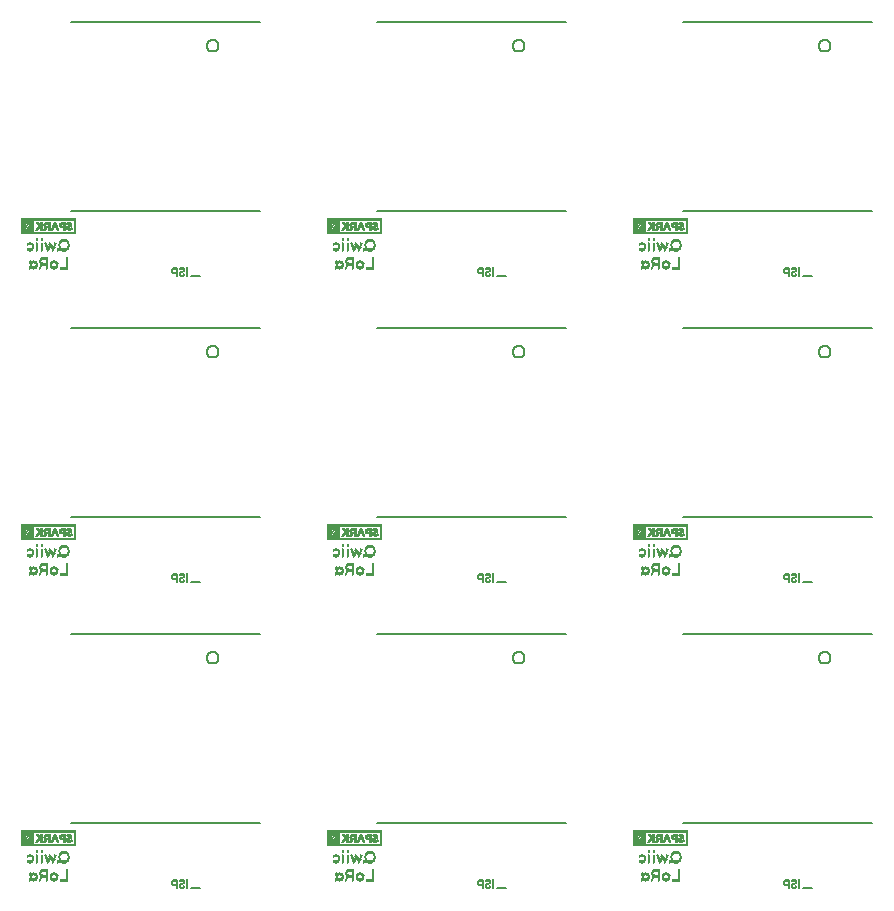
<source format=gbo>
G75*
%MOIN*%
%OFA0B0*%
%FSLAX25Y25*%
%IPPOS*%
%LPD*%
%AMOC8*
5,1,8,0,0,1.08239X$1,22.5*
%
%ADD10C,0.00800*%
%ADD11C,0.00500*%
%ADD12C,0.00039*%
%ADD13R,0.00630X0.00157*%
%ADD14R,0.00787X0.00157*%
%ADD15R,0.01417X0.00157*%
%ADD16R,0.02047X0.00157*%
%ADD17R,0.02362X0.00157*%
%ADD18R,0.02677X0.00157*%
%ADD19R,0.00472X0.00157*%
%ADD20R,0.02992X0.00157*%
%ADD21R,0.01260X0.00157*%
%ADD22R,0.00945X0.00157*%
%ADD23R,0.00315X0.00157*%
%ADD24R,0.00157X0.00157*%
%ADD25R,0.01732X0.00157*%
%ADD26R,0.02205X0.00157*%
%ADD27R,0.01102X0.00157*%
%ADD28R,0.03307X0.00157*%
%ADD29R,0.03150X0.00157*%
%ADD30R,0.03780X0.00157*%
%ADD31R,0.03622X0.00157*%
%ADD32R,0.03465X0.00157*%
%ADD33R,0.02835X0.00157*%
%ADD34R,0.01575X0.00157*%
%ADD35R,0.02520X0.00157*%
%ADD36R,0.01063X0.00157*%
%ADD37R,0.00591X0.00118*%
%ADD38R,0.01417X0.00118*%
%ADD39R,0.01654X0.00118*%
%ADD40R,0.02008X0.00118*%
%ADD41R,0.01772X0.00118*%
%ADD42R,0.02126X0.00118*%
%ADD43R,0.00591X0.00157*%
%ADD44R,0.01772X0.00157*%
%ADD45R,0.02126X0.00157*%
%ADD46R,0.00472X0.00118*%
%ADD47R,0.02244X0.00118*%
%ADD48R,0.00709X0.00118*%
%ADD49R,0.00118X0.00118*%
%ADD50R,0.00709X0.00157*%
%ADD51R,0.01181X0.00118*%
%ADD52R,0.01654X0.00157*%
%ADD53R,0.00827X0.00157*%
%ADD54R,0.01535X0.00118*%
%ADD55R,0.00945X0.00118*%
%ADD56R,0.01890X0.00157*%
%ADD57R,0.01299X0.00157*%
%ADD58R,0.00354X0.00118*%
%ADD59R,0.00236X0.00118*%
D10*
X0087450Y0030650D02*
X0090150Y0030650D01*
X0189450Y0030650D02*
X0192150Y0030650D01*
X0291450Y0030650D02*
X0294150Y0030650D01*
X0294150Y0132650D02*
X0291450Y0132650D01*
X0192150Y0132650D02*
X0189450Y0132650D01*
X0090150Y0132650D02*
X0087450Y0132650D01*
X0087450Y0234650D02*
X0090150Y0234650D01*
X0189450Y0234650D02*
X0192150Y0234650D01*
X0291450Y0234650D02*
X0294150Y0234650D01*
D11*
X0314246Y0217246D02*
X0251254Y0217246D01*
X0251254Y0256254D02*
X0314246Y0256254D01*
X0296529Y0209372D02*
X0296531Y0209460D01*
X0296537Y0209548D01*
X0296547Y0209636D01*
X0296561Y0209724D01*
X0296578Y0209810D01*
X0296600Y0209896D01*
X0296625Y0209980D01*
X0296655Y0210064D01*
X0296687Y0210146D01*
X0296724Y0210226D01*
X0296764Y0210305D01*
X0296808Y0210382D01*
X0296855Y0210457D01*
X0296905Y0210529D01*
X0296959Y0210600D01*
X0297015Y0210667D01*
X0297075Y0210733D01*
X0297137Y0210795D01*
X0297203Y0210855D01*
X0297270Y0210911D01*
X0297341Y0210965D01*
X0297413Y0211015D01*
X0297488Y0211062D01*
X0297565Y0211106D01*
X0297644Y0211146D01*
X0297724Y0211183D01*
X0297806Y0211215D01*
X0297890Y0211245D01*
X0297974Y0211270D01*
X0298060Y0211292D01*
X0298146Y0211309D01*
X0298234Y0211323D01*
X0298322Y0211333D01*
X0298410Y0211339D01*
X0298498Y0211341D01*
X0298586Y0211339D01*
X0298674Y0211333D01*
X0298762Y0211323D01*
X0298850Y0211309D01*
X0298936Y0211292D01*
X0299022Y0211270D01*
X0299106Y0211245D01*
X0299190Y0211215D01*
X0299272Y0211183D01*
X0299352Y0211146D01*
X0299431Y0211106D01*
X0299508Y0211062D01*
X0299583Y0211015D01*
X0299655Y0210965D01*
X0299726Y0210911D01*
X0299793Y0210855D01*
X0299859Y0210795D01*
X0299921Y0210733D01*
X0299981Y0210667D01*
X0300037Y0210600D01*
X0300091Y0210529D01*
X0300141Y0210457D01*
X0300188Y0210382D01*
X0300232Y0210305D01*
X0300272Y0210226D01*
X0300309Y0210146D01*
X0300341Y0210064D01*
X0300371Y0209980D01*
X0300396Y0209896D01*
X0300418Y0209810D01*
X0300435Y0209724D01*
X0300449Y0209636D01*
X0300459Y0209548D01*
X0300465Y0209460D01*
X0300467Y0209372D01*
X0300465Y0209284D01*
X0300459Y0209196D01*
X0300449Y0209108D01*
X0300435Y0209020D01*
X0300418Y0208934D01*
X0300396Y0208848D01*
X0300371Y0208764D01*
X0300341Y0208680D01*
X0300309Y0208598D01*
X0300272Y0208518D01*
X0300232Y0208439D01*
X0300188Y0208362D01*
X0300141Y0208287D01*
X0300091Y0208215D01*
X0300037Y0208144D01*
X0299981Y0208077D01*
X0299921Y0208011D01*
X0299859Y0207949D01*
X0299793Y0207889D01*
X0299726Y0207833D01*
X0299655Y0207779D01*
X0299583Y0207729D01*
X0299508Y0207682D01*
X0299431Y0207638D01*
X0299352Y0207598D01*
X0299272Y0207561D01*
X0299190Y0207529D01*
X0299106Y0207499D01*
X0299022Y0207474D01*
X0298936Y0207452D01*
X0298850Y0207435D01*
X0298762Y0207421D01*
X0298674Y0207411D01*
X0298586Y0207405D01*
X0298498Y0207403D01*
X0298410Y0207405D01*
X0298322Y0207411D01*
X0298234Y0207421D01*
X0298146Y0207435D01*
X0298060Y0207452D01*
X0297974Y0207474D01*
X0297890Y0207499D01*
X0297806Y0207529D01*
X0297724Y0207561D01*
X0297644Y0207598D01*
X0297565Y0207638D01*
X0297488Y0207682D01*
X0297413Y0207729D01*
X0297341Y0207779D01*
X0297270Y0207833D01*
X0297203Y0207889D01*
X0297137Y0207949D01*
X0297075Y0208011D01*
X0297015Y0208077D01*
X0296959Y0208144D01*
X0296905Y0208215D01*
X0296855Y0208287D01*
X0296808Y0208362D01*
X0296764Y0208439D01*
X0296724Y0208518D01*
X0296687Y0208598D01*
X0296655Y0208680D01*
X0296625Y0208764D01*
X0296600Y0208848D01*
X0296578Y0208934D01*
X0296561Y0209020D01*
X0296547Y0209108D01*
X0296537Y0209196D01*
X0296531Y0209284D01*
X0296529Y0209372D01*
X0314246Y0154254D02*
X0251254Y0154254D01*
X0212246Y0154254D02*
X0149254Y0154254D01*
X0110246Y0154254D02*
X0047254Y0154254D01*
X0047254Y0115246D02*
X0110246Y0115246D01*
X0092529Y0107372D02*
X0092531Y0107460D01*
X0092537Y0107548D01*
X0092547Y0107636D01*
X0092561Y0107724D01*
X0092578Y0107810D01*
X0092600Y0107896D01*
X0092625Y0107980D01*
X0092655Y0108064D01*
X0092687Y0108146D01*
X0092724Y0108226D01*
X0092764Y0108305D01*
X0092808Y0108382D01*
X0092855Y0108457D01*
X0092905Y0108529D01*
X0092959Y0108600D01*
X0093015Y0108667D01*
X0093075Y0108733D01*
X0093137Y0108795D01*
X0093203Y0108855D01*
X0093270Y0108911D01*
X0093341Y0108965D01*
X0093413Y0109015D01*
X0093488Y0109062D01*
X0093565Y0109106D01*
X0093644Y0109146D01*
X0093724Y0109183D01*
X0093806Y0109215D01*
X0093890Y0109245D01*
X0093974Y0109270D01*
X0094060Y0109292D01*
X0094146Y0109309D01*
X0094234Y0109323D01*
X0094322Y0109333D01*
X0094410Y0109339D01*
X0094498Y0109341D01*
X0094586Y0109339D01*
X0094674Y0109333D01*
X0094762Y0109323D01*
X0094850Y0109309D01*
X0094936Y0109292D01*
X0095022Y0109270D01*
X0095106Y0109245D01*
X0095190Y0109215D01*
X0095272Y0109183D01*
X0095352Y0109146D01*
X0095431Y0109106D01*
X0095508Y0109062D01*
X0095583Y0109015D01*
X0095655Y0108965D01*
X0095726Y0108911D01*
X0095793Y0108855D01*
X0095859Y0108795D01*
X0095921Y0108733D01*
X0095981Y0108667D01*
X0096037Y0108600D01*
X0096091Y0108529D01*
X0096141Y0108457D01*
X0096188Y0108382D01*
X0096232Y0108305D01*
X0096272Y0108226D01*
X0096309Y0108146D01*
X0096341Y0108064D01*
X0096371Y0107980D01*
X0096396Y0107896D01*
X0096418Y0107810D01*
X0096435Y0107724D01*
X0096449Y0107636D01*
X0096459Y0107548D01*
X0096465Y0107460D01*
X0096467Y0107372D01*
X0096465Y0107284D01*
X0096459Y0107196D01*
X0096449Y0107108D01*
X0096435Y0107020D01*
X0096418Y0106934D01*
X0096396Y0106848D01*
X0096371Y0106764D01*
X0096341Y0106680D01*
X0096309Y0106598D01*
X0096272Y0106518D01*
X0096232Y0106439D01*
X0096188Y0106362D01*
X0096141Y0106287D01*
X0096091Y0106215D01*
X0096037Y0106144D01*
X0095981Y0106077D01*
X0095921Y0106011D01*
X0095859Y0105949D01*
X0095793Y0105889D01*
X0095726Y0105833D01*
X0095655Y0105779D01*
X0095583Y0105729D01*
X0095508Y0105682D01*
X0095431Y0105638D01*
X0095352Y0105598D01*
X0095272Y0105561D01*
X0095190Y0105529D01*
X0095106Y0105499D01*
X0095022Y0105474D01*
X0094936Y0105452D01*
X0094850Y0105435D01*
X0094762Y0105421D01*
X0094674Y0105411D01*
X0094586Y0105405D01*
X0094498Y0105403D01*
X0094410Y0105405D01*
X0094322Y0105411D01*
X0094234Y0105421D01*
X0094146Y0105435D01*
X0094060Y0105452D01*
X0093974Y0105474D01*
X0093890Y0105499D01*
X0093806Y0105529D01*
X0093724Y0105561D01*
X0093644Y0105598D01*
X0093565Y0105638D01*
X0093488Y0105682D01*
X0093413Y0105729D01*
X0093341Y0105779D01*
X0093270Y0105833D01*
X0093203Y0105889D01*
X0093137Y0105949D01*
X0093075Y0106011D01*
X0093015Y0106077D01*
X0092959Y0106144D01*
X0092905Y0106215D01*
X0092855Y0106287D01*
X0092808Y0106362D01*
X0092764Y0106439D01*
X0092724Y0106518D01*
X0092687Y0106598D01*
X0092655Y0106680D01*
X0092625Y0106764D01*
X0092600Y0106848D01*
X0092578Y0106934D01*
X0092561Y0107020D01*
X0092547Y0107108D01*
X0092537Y0107196D01*
X0092531Y0107284D01*
X0092529Y0107372D01*
X0149254Y0115246D02*
X0212246Y0115246D01*
X0194529Y0107372D02*
X0194531Y0107460D01*
X0194537Y0107548D01*
X0194547Y0107636D01*
X0194561Y0107724D01*
X0194578Y0107810D01*
X0194600Y0107896D01*
X0194625Y0107980D01*
X0194655Y0108064D01*
X0194687Y0108146D01*
X0194724Y0108226D01*
X0194764Y0108305D01*
X0194808Y0108382D01*
X0194855Y0108457D01*
X0194905Y0108529D01*
X0194959Y0108600D01*
X0195015Y0108667D01*
X0195075Y0108733D01*
X0195137Y0108795D01*
X0195203Y0108855D01*
X0195270Y0108911D01*
X0195341Y0108965D01*
X0195413Y0109015D01*
X0195488Y0109062D01*
X0195565Y0109106D01*
X0195644Y0109146D01*
X0195724Y0109183D01*
X0195806Y0109215D01*
X0195890Y0109245D01*
X0195974Y0109270D01*
X0196060Y0109292D01*
X0196146Y0109309D01*
X0196234Y0109323D01*
X0196322Y0109333D01*
X0196410Y0109339D01*
X0196498Y0109341D01*
X0196586Y0109339D01*
X0196674Y0109333D01*
X0196762Y0109323D01*
X0196850Y0109309D01*
X0196936Y0109292D01*
X0197022Y0109270D01*
X0197106Y0109245D01*
X0197190Y0109215D01*
X0197272Y0109183D01*
X0197352Y0109146D01*
X0197431Y0109106D01*
X0197508Y0109062D01*
X0197583Y0109015D01*
X0197655Y0108965D01*
X0197726Y0108911D01*
X0197793Y0108855D01*
X0197859Y0108795D01*
X0197921Y0108733D01*
X0197981Y0108667D01*
X0198037Y0108600D01*
X0198091Y0108529D01*
X0198141Y0108457D01*
X0198188Y0108382D01*
X0198232Y0108305D01*
X0198272Y0108226D01*
X0198309Y0108146D01*
X0198341Y0108064D01*
X0198371Y0107980D01*
X0198396Y0107896D01*
X0198418Y0107810D01*
X0198435Y0107724D01*
X0198449Y0107636D01*
X0198459Y0107548D01*
X0198465Y0107460D01*
X0198467Y0107372D01*
X0198465Y0107284D01*
X0198459Y0107196D01*
X0198449Y0107108D01*
X0198435Y0107020D01*
X0198418Y0106934D01*
X0198396Y0106848D01*
X0198371Y0106764D01*
X0198341Y0106680D01*
X0198309Y0106598D01*
X0198272Y0106518D01*
X0198232Y0106439D01*
X0198188Y0106362D01*
X0198141Y0106287D01*
X0198091Y0106215D01*
X0198037Y0106144D01*
X0197981Y0106077D01*
X0197921Y0106011D01*
X0197859Y0105949D01*
X0197793Y0105889D01*
X0197726Y0105833D01*
X0197655Y0105779D01*
X0197583Y0105729D01*
X0197508Y0105682D01*
X0197431Y0105638D01*
X0197352Y0105598D01*
X0197272Y0105561D01*
X0197190Y0105529D01*
X0197106Y0105499D01*
X0197022Y0105474D01*
X0196936Y0105452D01*
X0196850Y0105435D01*
X0196762Y0105421D01*
X0196674Y0105411D01*
X0196586Y0105405D01*
X0196498Y0105403D01*
X0196410Y0105405D01*
X0196322Y0105411D01*
X0196234Y0105421D01*
X0196146Y0105435D01*
X0196060Y0105452D01*
X0195974Y0105474D01*
X0195890Y0105499D01*
X0195806Y0105529D01*
X0195724Y0105561D01*
X0195644Y0105598D01*
X0195565Y0105638D01*
X0195488Y0105682D01*
X0195413Y0105729D01*
X0195341Y0105779D01*
X0195270Y0105833D01*
X0195203Y0105889D01*
X0195137Y0105949D01*
X0195075Y0106011D01*
X0195015Y0106077D01*
X0194959Y0106144D01*
X0194905Y0106215D01*
X0194855Y0106287D01*
X0194808Y0106362D01*
X0194764Y0106439D01*
X0194724Y0106518D01*
X0194687Y0106598D01*
X0194655Y0106680D01*
X0194625Y0106764D01*
X0194600Y0106848D01*
X0194578Y0106934D01*
X0194561Y0107020D01*
X0194547Y0107108D01*
X0194537Y0107196D01*
X0194531Y0107284D01*
X0194529Y0107372D01*
X0251254Y0115246D02*
X0314246Y0115246D01*
X0296529Y0107372D02*
X0296531Y0107460D01*
X0296537Y0107548D01*
X0296547Y0107636D01*
X0296561Y0107724D01*
X0296578Y0107810D01*
X0296600Y0107896D01*
X0296625Y0107980D01*
X0296655Y0108064D01*
X0296687Y0108146D01*
X0296724Y0108226D01*
X0296764Y0108305D01*
X0296808Y0108382D01*
X0296855Y0108457D01*
X0296905Y0108529D01*
X0296959Y0108600D01*
X0297015Y0108667D01*
X0297075Y0108733D01*
X0297137Y0108795D01*
X0297203Y0108855D01*
X0297270Y0108911D01*
X0297341Y0108965D01*
X0297413Y0109015D01*
X0297488Y0109062D01*
X0297565Y0109106D01*
X0297644Y0109146D01*
X0297724Y0109183D01*
X0297806Y0109215D01*
X0297890Y0109245D01*
X0297974Y0109270D01*
X0298060Y0109292D01*
X0298146Y0109309D01*
X0298234Y0109323D01*
X0298322Y0109333D01*
X0298410Y0109339D01*
X0298498Y0109341D01*
X0298586Y0109339D01*
X0298674Y0109333D01*
X0298762Y0109323D01*
X0298850Y0109309D01*
X0298936Y0109292D01*
X0299022Y0109270D01*
X0299106Y0109245D01*
X0299190Y0109215D01*
X0299272Y0109183D01*
X0299352Y0109146D01*
X0299431Y0109106D01*
X0299508Y0109062D01*
X0299583Y0109015D01*
X0299655Y0108965D01*
X0299726Y0108911D01*
X0299793Y0108855D01*
X0299859Y0108795D01*
X0299921Y0108733D01*
X0299981Y0108667D01*
X0300037Y0108600D01*
X0300091Y0108529D01*
X0300141Y0108457D01*
X0300188Y0108382D01*
X0300232Y0108305D01*
X0300272Y0108226D01*
X0300309Y0108146D01*
X0300341Y0108064D01*
X0300371Y0107980D01*
X0300396Y0107896D01*
X0300418Y0107810D01*
X0300435Y0107724D01*
X0300449Y0107636D01*
X0300459Y0107548D01*
X0300465Y0107460D01*
X0300467Y0107372D01*
X0300465Y0107284D01*
X0300459Y0107196D01*
X0300449Y0107108D01*
X0300435Y0107020D01*
X0300418Y0106934D01*
X0300396Y0106848D01*
X0300371Y0106764D01*
X0300341Y0106680D01*
X0300309Y0106598D01*
X0300272Y0106518D01*
X0300232Y0106439D01*
X0300188Y0106362D01*
X0300141Y0106287D01*
X0300091Y0106215D01*
X0300037Y0106144D01*
X0299981Y0106077D01*
X0299921Y0106011D01*
X0299859Y0105949D01*
X0299793Y0105889D01*
X0299726Y0105833D01*
X0299655Y0105779D01*
X0299583Y0105729D01*
X0299508Y0105682D01*
X0299431Y0105638D01*
X0299352Y0105598D01*
X0299272Y0105561D01*
X0299190Y0105529D01*
X0299106Y0105499D01*
X0299022Y0105474D01*
X0298936Y0105452D01*
X0298850Y0105435D01*
X0298762Y0105421D01*
X0298674Y0105411D01*
X0298586Y0105405D01*
X0298498Y0105403D01*
X0298410Y0105405D01*
X0298322Y0105411D01*
X0298234Y0105421D01*
X0298146Y0105435D01*
X0298060Y0105452D01*
X0297974Y0105474D01*
X0297890Y0105499D01*
X0297806Y0105529D01*
X0297724Y0105561D01*
X0297644Y0105598D01*
X0297565Y0105638D01*
X0297488Y0105682D01*
X0297413Y0105729D01*
X0297341Y0105779D01*
X0297270Y0105833D01*
X0297203Y0105889D01*
X0297137Y0105949D01*
X0297075Y0106011D01*
X0297015Y0106077D01*
X0296959Y0106144D01*
X0296905Y0106215D01*
X0296855Y0106287D01*
X0296808Y0106362D01*
X0296764Y0106439D01*
X0296724Y0106518D01*
X0296687Y0106598D01*
X0296655Y0106680D01*
X0296625Y0106764D01*
X0296600Y0106848D01*
X0296578Y0106934D01*
X0296561Y0107020D01*
X0296547Y0107108D01*
X0296537Y0107196D01*
X0296531Y0107284D01*
X0296529Y0107372D01*
X0314246Y0052254D02*
X0251254Y0052254D01*
X0212246Y0052254D02*
X0149254Y0052254D01*
X0110246Y0052254D02*
X0047254Y0052254D01*
X0092529Y0209372D02*
X0092531Y0209460D01*
X0092537Y0209548D01*
X0092547Y0209636D01*
X0092561Y0209724D01*
X0092578Y0209810D01*
X0092600Y0209896D01*
X0092625Y0209980D01*
X0092655Y0210064D01*
X0092687Y0210146D01*
X0092724Y0210226D01*
X0092764Y0210305D01*
X0092808Y0210382D01*
X0092855Y0210457D01*
X0092905Y0210529D01*
X0092959Y0210600D01*
X0093015Y0210667D01*
X0093075Y0210733D01*
X0093137Y0210795D01*
X0093203Y0210855D01*
X0093270Y0210911D01*
X0093341Y0210965D01*
X0093413Y0211015D01*
X0093488Y0211062D01*
X0093565Y0211106D01*
X0093644Y0211146D01*
X0093724Y0211183D01*
X0093806Y0211215D01*
X0093890Y0211245D01*
X0093974Y0211270D01*
X0094060Y0211292D01*
X0094146Y0211309D01*
X0094234Y0211323D01*
X0094322Y0211333D01*
X0094410Y0211339D01*
X0094498Y0211341D01*
X0094586Y0211339D01*
X0094674Y0211333D01*
X0094762Y0211323D01*
X0094850Y0211309D01*
X0094936Y0211292D01*
X0095022Y0211270D01*
X0095106Y0211245D01*
X0095190Y0211215D01*
X0095272Y0211183D01*
X0095352Y0211146D01*
X0095431Y0211106D01*
X0095508Y0211062D01*
X0095583Y0211015D01*
X0095655Y0210965D01*
X0095726Y0210911D01*
X0095793Y0210855D01*
X0095859Y0210795D01*
X0095921Y0210733D01*
X0095981Y0210667D01*
X0096037Y0210600D01*
X0096091Y0210529D01*
X0096141Y0210457D01*
X0096188Y0210382D01*
X0096232Y0210305D01*
X0096272Y0210226D01*
X0096309Y0210146D01*
X0096341Y0210064D01*
X0096371Y0209980D01*
X0096396Y0209896D01*
X0096418Y0209810D01*
X0096435Y0209724D01*
X0096449Y0209636D01*
X0096459Y0209548D01*
X0096465Y0209460D01*
X0096467Y0209372D01*
X0096465Y0209284D01*
X0096459Y0209196D01*
X0096449Y0209108D01*
X0096435Y0209020D01*
X0096418Y0208934D01*
X0096396Y0208848D01*
X0096371Y0208764D01*
X0096341Y0208680D01*
X0096309Y0208598D01*
X0096272Y0208518D01*
X0096232Y0208439D01*
X0096188Y0208362D01*
X0096141Y0208287D01*
X0096091Y0208215D01*
X0096037Y0208144D01*
X0095981Y0208077D01*
X0095921Y0208011D01*
X0095859Y0207949D01*
X0095793Y0207889D01*
X0095726Y0207833D01*
X0095655Y0207779D01*
X0095583Y0207729D01*
X0095508Y0207682D01*
X0095431Y0207638D01*
X0095352Y0207598D01*
X0095272Y0207561D01*
X0095190Y0207529D01*
X0095106Y0207499D01*
X0095022Y0207474D01*
X0094936Y0207452D01*
X0094850Y0207435D01*
X0094762Y0207421D01*
X0094674Y0207411D01*
X0094586Y0207405D01*
X0094498Y0207403D01*
X0094410Y0207405D01*
X0094322Y0207411D01*
X0094234Y0207421D01*
X0094146Y0207435D01*
X0094060Y0207452D01*
X0093974Y0207474D01*
X0093890Y0207499D01*
X0093806Y0207529D01*
X0093724Y0207561D01*
X0093644Y0207598D01*
X0093565Y0207638D01*
X0093488Y0207682D01*
X0093413Y0207729D01*
X0093341Y0207779D01*
X0093270Y0207833D01*
X0093203Y0207889D01*
X0093137Y0207949D01*
X0093075Y0208011D01*
X0093015Y0208077D01*
X0092959Y0208144D01*
X0092905Y0208215D01*
X0092855Y0208287D01*
X0092808Y0208362D01*
X0092764Y0208439D01*
X0092724Y0208518D01*
X0092687Y0208598D01*
X0092655Y0208680D01*
X0092625Y0208764D01*
X0092600Y0208848D01*
X0092578Y0208934D01*
X0092561Y0209020D01*
X0092547Y0209108D01*
X0092537Y0209196D01*
X0092531Y0209284D01*
X0092529Y0209372D01*
X0110246Y0217246D02*
X0047254Y0217246D01*
X0047254Y0256254D02*
X0110246Y0256254D01*
X0149254Y0256254D02*
X0212246Y0256254D01*
X0212246Y0217246D02*
X0149254Y0217246D01*
X0194529Y0209372D02*
X0194531Y0209460D01*
X0194537Y0209548D01*
X0194547Y0209636D01*
X0194561Y0209724D01*
X0194578Y0209810D01*
X0194600Y0209896D01*
X0194625Y0209980D01*
X0194655Y0210064D01*
X0194687Y0210146D01*
X0194724Y0210226D01*
X0194764Y0210305D01*
X0194808Y0210382D01*
X0194855Y0210457D01*
X0194905Y0210529D01*
X0194959Y0210600D01*
X0195015Y0210667D01*
X0195075Y0210733D01*
X0195137Y0210795D01*
X0195203Y0210855D01*
X0195270Y0210911D01*
X0195341Y0210965D01*
X0195413Y0211015D01*
X0195488Y0211062D01*
X0195565Y0211106D01*
X0195644Y0211146D01*
X0195724Y0211183D01*
X0195806Y0211215D01*
X0195890Y0211245D01*
X0195974Y0211270D01*
X0196060Y0211292D01*
X0196146Y0211309D01*
X0196234Y0211323D01*
X0196322Y0211333D01*
X0196410Y0211339D01*
X0196498Y0211341D01*
X0196586Y0211339D01*
X0196674Y0211333D01*
X0196762Y0211323D01*
X0196850Y0211309D01*
X0196936Y0211292D01*
X0197022Y0211270D01*
X0197106Y0211245D01*
X0197190Y0211215D01*
X0197272Y0211183D01*
X0197352Y0211146D01*
X0197431Y0211106D01*
X0197508Y0211062D01*
X0197583Y0211015D01*
X0197655Y0210965D01*
X0197726Y0210911D01*
X0197793Y0210855D01*
X0197859Y0210795D01*
X0197921Y0210733D01*
X0197981Y0210667D01*
X0198037Y0210600D01*
X0198091Y0210529D01*
X0198141Y0210457D01*
X0198188Y0210382D01*
X0198232Y0210305D01*
X0198272Y0210226D01*
X0198309Y0210146D01*
X0198341Y0210064D01*
X0198371Y0209980D01*
X0198396Y0209896D01*
X0198418Y0209810D01*
X0198435Y0209724D01*
X0198449Y0209636D01*
X0198459Y0209548D01*
X0198465Y0209460D01*
X0198467Y0209372D01*
X0198465Y0209284D01*
X0198459Y0209196D01*
X0198449Y0209108D01*
X0198435Y0209020D01*
X0198418Y0208934D01*
X0198396Y0208848D01*
X0198371Y0208764D01*
X0198341Y0208680D01*
X0198309Y0208598D01*
X0198272Y0208518D01*
X0198232Y0208439D01*
X0198188Y0208362D01*
X0198141Y0208287D01*
X0198091Y0208215D01*
X0198037Y0208144D01*
X0197981Y0208077D01*
X0197921Y0208011D01*
X0197859Y0207949D01*
X0197793Y0207889D01*
X0197726Y0207833D01*
X0197655Y0207779D01*
X0197583Y0207729D01*
X0197508Y0207682D01*
X0197431Y0207638D01*
X0197352Y0207598D01*
X0197272Y0207561D01*
X0197190Y0207529D01*
X0197106Y0207499D01*
X0197022Y0207474D01*
X0196936Y0207452D01*
X0196850Y0207435D01*
X0196762Y0207421D01*
X0196674Y0207411D01*
X0196586Y0207405D01*
X0196498Y0207403D01*
X0196410Y0207405D01*
X0196322Y0207411D01*
X0196234Y0207421D01*
X0196146Y0207435D01*
X0196060Y0207452D01*
X0195974Y0207474D01*
X0195890Y0207499D01*
X0195806Y0207529D01*
X0195724Y0207561D01*
X0195644Y0207598D01*
X0195565Y0207638D01*
X0195488Y0207682D01*
X0195413Y0207729D01*
X0195341Y0207779D01*
X0195270Y0207833D01*
X0195203Y0207889D01*
X0195137Y0207949D01*
X0195075Y0208011D01*
X0195015Y0208077D01*
X0194959Y0208144D01*
X0194905Y0208215D01*
X0194855Y0208287D01*
X0194808Y0208362D01*
X0194764Y0208439D01*
X0194724Y0208518D01*
X0194687Y0208598D01*
X0194655Y0208680D01*
X0194625Y0208764D01*
X0194600Y0208848D01*
X0194578Y0208934D01*
X0194561Y0209020D01*
X0194547Y0209108D01*
X0194537Y0209196D01*
X0194531Y0209284D01*
X0194529Y0209372D01*
X0194529Y0311372D02*
X0194531Y0311460D01*
X0194537Y0311548D01*
X0194547Y0311636D01*
X0194561Y0311724D01*
X0194578Y0311810D01*
X0194600Y0311896D01*
X0194625Y0311980D01*
X0194655Y0312064D01*
X0194687Y0312146D01*
X0194724Y0312226D01*
X0194764Y0312305D01*
X0194808Y0312382D01*
X0194855Y0312457D01*
X0194905Y0312529D01*
X0194959Y0312600D01*
X0195015Y0312667D01*
X0195075Y0312733D01*
X0195137Y0312795D01*
X0195203Y0312855D01*
X0195270Y0312911D01*
X0195341Y0312965D01*
X0195413Y0313015D01*
X0195488Y0313062D01*
X0195565Y0313106D01*
X0195644Y0313146D01*
X0195724Y0313183D01*
X0195806Y0313215D01*
X0195890Y0313245D01*
X0195974Y0313270D01*
X0196060Y0313292D01*
X0196146Y0313309D01*
X0196234Y0313323D01*
X0196322Y0313333D01*
X0196410Y0313339D01*
X0196498Y0313341D01*
X0196586Y0313339D01*
X0196674Y0313333D01*
X0196762Y0313323D01*
X0196850Y0313309D01*
X0196936Y0313292D01*
X0197022Y0313270D01*
X0197106Y0313245D01*
X0197190Y0313215D01*
X0197272Y0313183D01*
X0197352Y0313146D01*
X0197431Y0313106D01*
X0197508Y0313062D01*
X0197583Y0313015D01*
X0197655Y0312965D01*
X0197726Y0312911D01*
X0197793Y0312855D01*
X0197859Y0312795D01*
X0197921Y0312733D01*
X0197981Y0312667D01*
X0198037Y0312600D01*
X0198091Y0312529D01*
X0198141Y0312457D01*
X0198188Y0312382D01*
X0198232Y0312305D01*
X0198272Y0312226D01*
X0198309Y0312146D01*
X0198341Y0312064D01*
X0198371Y0311980D01*
X0198396Y0311896D01*
X0198418Y0311810D01*
X0198435Y0311724D01*
X0198449Y0311636D01*
X0198459Y0311548D01*
X0198465Y0311460D01*
X0198467Y0311372D01*
X0198465Y0311284D01*
X0198459Y0311196D01*
X0198449Y0311108D01*
X0198435Y0311020D01*
X0198418Y0310934D01*
X0198396Y0310848D01*
X0198371Y0310764D01*
X0198341Y0310680D01*
X0198309Y0310598D01*
X0198272Y0310518D01*
X0198232Y0310439D01*
X0198188Y0310362D01*
X0198141Y0310287D01*
X0198091Y0310215D01*
X0198037Y0310144D01*
X0197981Y0310077D01*
X0197921Y0310011D01*
X0197859Y0309949D01*
X0197793Y0309889D01*
X0197726Y0309833D01*
X0197655Y0309779D01*
X0197583Y0309729D01*
X0197508Y0309682D01*
X0197431Y0309638D01*
X0197352Y0309598D01*
X0197272Y0309561D01*
X0197190Y0309529D01*
X0197106Y0309499D01*
X0197022Y0309474D01*
X0196936Y0309452D01*
X0196850Y0309435D01*
X0196762Y0309421D01*
X0196674Y0309411D01*
X0196586Y0309405D01*
X0196498Y0309403D01*
X0196410Y0309405D01*
X0196322Y0309411D01*
X0196234Y0309421D01*
X0196146Y0309435D01*
X0196060Y0309452D01*
X0195974Y0309474D01*
X0195890Y0309499D01*
X0195806Y0309529D01*
X0195724Y0309561D01*
X0195644Y0309598D01*
X0195565Y0309638D01*
X0195488Y0309682D01*
X0195413Y0309729D01*
X0195341Y0309779D01*
X0195270Y0309833D01*
X0195203Y0309889D01*
X0195137Y0309949D01*
X0195075Y0310011D01*
X0195015Y0310077D01*
X0194959Y0310144D01*
X0194905Y0310215D01*
X0194855Y0310287D01*
X0194808Y0310362D01*
X0194764Y0310439D01*
X0194724Y0310518D01*
X0194687Y0310598D01*
X0194655Y0310680D01*
X0194625Y0310764D01*
X0194600Y0310848D01*
X0194578Y0310934D01*
X0194561Y0311020D01*
X0194547Y0311108D01*
X0194537Y0311196D01*
X0194531Y0311284D01*
X0194529Y0311372D01*
X0212246Y0319246D02*
X0149254Y0319246D01*
X0110246Y0319246D02*
X0047254Y0319246D01*
X0092529Y0311372D02*
X0092531Y0311460D01*
X0092537Y0311548D01*
X0092547Y0311636D01*
X0092561Y0311724D01*
X0092578Y0311810D01*
X0092600Y0311896D01*
X0092625Y0311980D01*
X0092655Y0312064D01*
X0092687Y0312146D01*
X0092724Y0312226D01*
X0092764Y0312305D01*
X0092808Y0312382D01*
X0092855Y0312457D01*
X0092905Y0312529D01*
X0092959Y0312600D01*
X0093015Y0312667D01*
X0093075Y0312733D01*
X0093137Y0312795D01*
X0093203Y0312855D01*
X0093270Y0312911D01*
X0093341Y0312965D01*
X0093413Y0313015D01*
X0093488Y0313062D01*
X0093565Y0313106D01*
X0093644Y0313146D01*
X0093724Y0313183D01*
X0093806Y0313215D01*
X0093890Y0313245D01*
X0093974Y0313270D01*
X0094060Y0313292D01*
X0094146Y0313309D01*
X0094234Y0313323D01*
X0094322Y0313333D01*
X0094410Y0313339D01*
X0094498Y0313341D01*
X0094586Y0313339D01*
X0094674Y0313333D01*
X0094762Y0313323D01*
X0094850Y0313309D01*
X0094936Y0313292D01*
X0095022Y0313270D01*
X0095106Y0313245D01*
X0095190Y0313215D01*
X0095272Y0313183D01*
X0095352Y0313146D01*
X0095431Y0313106D01*
X0095508Y0313062D01*
X0095583Y0313015D01*
X0095655Y0312965D01*
X0095726Y0312911D01*
X0095793Y0312855D01*
X0095859Y0312795D01*
X0095921Y0312733D01*
X0095981Y0312667D01*
X0096037Y0312600D01*
X0096091Y0312529D01*
X0096141Y0312457D01*
X0096188Y0312382D01*
X0096232Y0312305D01*
X0096272Y0312226D01*
X0096309Y0312146D01*
X0096341Y0312064D01*
X0096371Y0311980D01*
X0096396Y0311896D01*
X0096418Y0311810D01*
X0096435Y0311724D01*
X0096449Y0311636D01*
X0096459Y0311548D01*
X0096465Y0311460D01*
X0096467Y0311372D01*
X0096465Y0311284D01*
X0096459Y0311196D01*
X0096449Y0311108D01*
X0096435Y0311020D01*
X0096418Y0310934D01*
X0096396Y0310848D01*
X0096371Y0310764D01*
X0096341Y0310680D01*
X0096309Y0310598D01*
X0096272Y0310518D01*
X0096232Y0310439D01*
X0096188Y0310362D01*
X0096141Y0310287D01*
X0096091Y0310215D01*
X0096037Y0310144D01*
X0095981Y0310077D01*
X0095921Y0310011D01*
X0095859Y0309949D01*
X0095793Y0309889D01*
X0095726Y0309833D01*
X0095655Y0309779D01*
X0095583Y0309729D01*
X0095508Y0309682D01*
X0095431Y0309638D01*
X0095352Y0309598D01*
X0095272Y0309561D01*
X0095190Y0309529D01*
X0095106Y0309499D01*
X0095022Y0309474D01*
X0094936Y0309452D01*
X0094850Y0309435D01*
X0094762Y0309421D01*
X0094674Y0309411D01*
X0094586Y0309405D01*
X0094498Y0309403D01*
X0094410Y0309405D01*
X0094322Y0309411D01*
X0094234Y0309421D01*
X0094146Y0309435D01*
X0094060Y0309452D01*
X0093974Y0309474D01*
X0093890Y0309499D01*
X0093806Y0309529D01*
X0093724Y0309561D01*
X0093644Y0309598D01*
X0093565Y0309638D01*
X0093488Y0309682D01*
X0093413Y0309729D01*
X0093341Y0309779D01*
X0093270Y0309833D01*
X0093203Y0309889D01*
X0093137Y0309949D01*
X0093075Y0310011D01*
X0093015Y0310077D01*
X0092959Y0310144D01*
X0092905Y0310215D01*
X0092855Y0310287D01*
X0092808Y0310362D01*
X0092764Y0310439D01*
X0092724Y0310518D01*
X0092687Y0310598D01*
X0092655Y0310680D01*
X0092625Y0310764D01*
X0092600Y0310848D01*
X0092578Y0310934D01*
X0092561Y0311020D01*
X0092547Y0311108D01*
X0092537Y0311196D01*
X0092531Y0311284D01*
X0092529Y0311372D01*
X0251254Y0319246D02*
X0314246Y0319246D01*
X0296529Y0311372D02*
X0296531Y0311460D01*
X0296537Y0311548D01*
X0296547Y0311636D01*
X0296561Y0311724D01*
X0296578Y0311810D01*
X0296600Y0311896D01*
X0296625Y0311980D01*
X0296655Y0312064D01*
X0296687Y0312146D01*
X0296724Y0312226D01*
X0296764Y0312305D01*
X0296808Y0312382D01*
X0296855Y0312457D01*
X0296905Y0312529D01*
X0296959Y0312600D01*
X0297015Y0312667D01*
X0297075Y0312733D01*
X0297137Y0312795D01*
X0297203Y0312855D01*
X0297270Y0312911D01*
X0297341Y0312965D01*
X0297413Y0313015D01*
X0297488Y0313062D01*
X0297565Y0313106D01*
X0297644Y0313146D01*
X0297724Y0313183D01*
X0297806Y0313215D01*
X0297890Y0313245D01*
X0297974Y0313270D01*
X0298060Y0313292D01*
X0298146Y0313309D01*
X0298234Y0313323D01*
X0298322Y0313333D01*
X0298410Y0313339D01*
X0298498Y0313341D01*
X0298586Y0313339D01*
X0298674Y0313333D01*
X0298762Y0313323D01*
X0298850Y0313309D01*
X0298936Y0313292D01*
X0299022Y0313270D01*
X0299106Y0313245D01*
X0299190Y0313215D01*
X0299272Y0313183D01*
X0299352Y0313146D01*
X0299431Y0313106D01*
X0299508Y0313062D01*
X0299583Y0313015D01*
X0299655Y0312965D01*
X0299726Y0312911D01*
X0299793Y0312855D01*
X0299859Y0312795D01*
X0299921Y0312733D01*
X0299981Y0312667D01*
X0300037Y0312600D01*
X0300091Y0312529D01*
X0300141Y0312457D01*
X0300188Y0312382D01*
X0300232Y0312305D01*
X0300272Y0312226D01*
X0300309Y0312146D01*
X0300341Y0312064D01*
X0300371Y0311980D01*
X0300396Y0311896D01*
X0300418Y0311810D01*
X0300435Y0311724D01*
X0300449Y0311636D01*
X0300459Y0311548D01*
X0300465Y0311460D01*
X0300467Y0311372D01*
X0300465Y0311284D01*
X0300459Y0311196D01*
X0300449Y0311108D01*
X0300435Y0311020D01*
X0300418Y0310934D01*
X0300396Y0310848D01*
X0300371Y0310764D01*
X0300341Y0310680D01*
X0300309Y0310598D01*
X0300272Y0310518D01*
X0300232Y0310439D01*
X0300188Y0310362D01*
X0300141Y0310287D01*
X0300091Y0310215D01*
X0300037Y0310144D01*
X0299981Y0310077D01*
X0299921Y0310011D01*
X0299859Y0309949D01*
X0299793Y0309889D01*
X0299726Y0309833D01*
X0299655Y0309779D01*
X0299583Y0309729D01*
X0299508Y0309682D01*
X0299431Y0309638D01*
X0299352Y0309598D01*
X0299272Y0309561D01*
X0299190Y0309529D01*
X0299106Y0309499D01*
X0299022Y0309474D01*
X0298936Y0309452D01*
X0298850Y0309435D01*
X0298762Y0309421D01*
X0298674Y0309411D01*
X0298586Y0309405D01*
X0298498Y0309403D01*
X0298410Y0309405D01*
X0298322Y0309411D01*
X0298234Y0309421D01*
X0298146Y0309435D01*
X0298060Y0309452D01*
X0297974Y0309474D01*
X0297890Y0309499D01*
X0297806Y0309529D01*
X0297724Y0309561D01*
X0297644Y0309598D01*
X0297565Y0309638D01*
X0297488Y0309682D01*
X0297413Y0309729D01*
X0297341Y0309779D01*
X0297270Y0309833D01*
X0297203Y0309889D01*
X0297137Y0309949D01*
X0297075Y0310011D01*
X0297015Y0310077D01*
X0296959Y0310144D01*
X0296905Y0310215D01*
X0296855Y0310287D01*
X0296808Y0310362D01*
X0296764Y0310439D01*
X0296724Y0310518D01*
X0296687Y0310598D01*
X0296655Y0310680D01*
X0296625Y0310764D01*
X0296600Y0310848D01*
X0296578Y0310934D01*
X0296561Y0311020D01*
X0296547Y0311108D01*
X0296537Y0311196D01*
X0296531Y0311284D01*
X0296529Y0311372D01*
D12*
X0252750Y0253741D02*
X0234750Y0253741D01*
X0234750Y0251007D01*
X0234750Y0248759D01*
X0238933Y0248759D01*
X0238933Y0249221D01*
X0238771Y0249221D01*
X0238771Y0251007D01*
X0237254Y0251007D01*
X0237916Y0250042D01*
X0237313Y0250042D01*
X0236768Y0250870D01*
X0236226Y0250042D01*
X0235601Y0250042D01*
X0236260Y0251007D01*
X0234750Y0251007D01*
X0236260Y0251007D01*
X0236444Y0251277D01*
X0235637Y0252456D01*
X0236240Y0252456D01*
X0236752Y0251673D01*
X0237259Y0252456D01*
X0237880Y0252456D01*
X0237074Y0251270D01*
X0237254Y0251007D01*
X0238771Y0251007D01*
X0238771Y0253279D01*
X0252287Y0253279D01*
X0252287Y0249221D01*
X0238933Y0249221D01*
X0238933Y0248759D01*
X0252750Y0248759D01*
X0252750Y0253741D01*
X0252750Y0253728D02*
X0234750Y0253728D01*
X0234750Y0253690D02*
X0252750Y0253690D01*
X0252750Y0253652D02*
X0234750Y0253652D01*
X0234750Y0253614D02*
X0252750Y0253614D01*
X0252750Y0253576D02*
X0234750Y0253576D01*
X0234750Y0253538D02*
X0252750Y0253538D01*
X0252750Y0253500D02*
X0234750Y0253500D01*
X0234750Y0253462D02*
X0252750Y0253462D01*
X0252750Y0253425D02*
X0234750Y0253425D01*
X0234750Y0253387D02*
X0252750Y0253387D01*
X0252750Y0253349D02*
X0234750Y0253349D01*
X0234750Y0253311D02*
X0252750Y0253311D01*
X0252750Y0253273D02*
X0252287Y0253273D01*
X0252287Y0253235D02*
X0252750Y0253235D01*
X0252750Y0253197D02*
X0252287Y0253197D01*
X0252287Y0253159D02*
X0252750Y0253159D01*
X0252750Y0253122D02*
X0252287Y0253122D01*
X0252287Y0253084D02*
X0252750Y0253084D01*
X0252750Y0253046D02*
X0252287Y0253046D01*
X0252287Y0253008D02*
X0252750Y0253008D01*
X0252750Y0252970D02*
X0252287Y0252970D01*
X0252287Y0252932D02*
X0252750Y0252932D01*
X0252750Y0252894D02*
X0252287Y0252894D01*
X0252287Y0252856D02*
X0252750Y0252856D01*
X0252750Y0252818D02*
X0252287Y0252818D01*
X0252287Y0252781D02*
X0252750Y0252781D01*
X0252750Y0252743D02*
X0252287Y0252743D01*
X0252287Y0252705D02*
X0252750Y0252705D01*
X0252750Y0252667D02*
X0252287Y0252667D01*
X0252287Y0252629D02*
X0252750Y0252629D01*
X0252750Y0252591D02*
X0252287Y0252591D01*
X0252287Y0252553D02*
X0252750Y0252553D01*
X0252750Y0252515D02*
X0252287Y0252515D01*
X0252287Y0252478D02*
X0252750Y0252478D01*
X0252750Y0252440D02*
X0252287Y0252440D01*
X0252287Y0252402D02*
X0252750Y0252402D01*
X0252750Y0252364D02*
X0252287Y0252364D01*
X0252287Y0252326D02*
X0252750Y0252326D01*
X0252750Y0252288D02*
X0252287Y0252288D01*
X0252287Y0252250D02*
X0252750Y0252250D01*
X0252750Y0252212D02*
X0252287Y0252212D01*
X0252287Y0252174D02*
X0252750Y0252174D01*
X0252750Y0252137D02*
X0252287Y0252137D01*
X0252287Y0252099D02*
X0252750Y0252099D01*
X0252750Y0252061D02*
X0252287Y0252061D01*
X0252287Y0252023D02*
X0252750Y0252023D01*
X0252750Y0251985D02*
X0252287Y0251985D01*
X0252287Y0251947D02*
X0252750Y0251947D01*
X0252750Y0251909D02*
X0252287Y0251909D01*
X0252287Y0251871D02*
X0252750Y0251871D01*
X0252750Y0251834D02*
X0252287Y0251834D01*
X0252287Y0251796D02*
X0252750Y0251796D01*
X0252750Y0251758D02*
X0252287Y0251758D01*
X0252287Y0251720D02*
X0252750Y0251720D01*
X0252750Y0251682D02*
X0252287Y0251682D01*
X0252287Y0251644D02*
X0252750Y0251644D01*
X0252750Y0251606D02*
X0252287Y0251606D01*
X0252287Y0251568D02*
X0252750Y0251568D01*
X0252750Y0251530D02*
X0252287Y0251530D01*
X0252287Y0251493D02*
X0252750Y0251493D01*
X0252750Y0251455D02*
X0252287Y0251455D01*
X0252287Y0251417D02*
X0252750Y0251417D01*
X0252750Y0251379D02*
X0252287Y0251379D01*
X0252287Y0251341D02*
X0252750Y0251341D01*
X0252750Y0251303D02*
X0252287Y0251303D01*
X0252287Y0251265D02*
X0252750Y0251265D01*
X0252750Y0251227D02*
X0252287Y0251227D01*
X0252287Y0251190D02*
X0252750Y0251190D01*
X0252750Y0251152D02*
X0252287Y0251152D01*
X0252287Y0251114D02*
X0252750Y0251114D01*
X0252750Y0251076D02*
X0252287Y0251076D01*
X0252287Y0251038D02*
X0252750Y0251038D01*
X0252750Y0251000D02*
X0252287Y0251000D01*
X0252287Y0250962D02*
X0252750Y0250962D01*
X0252750Y0250924D02*
X0252287Y0250924D01*
X0252287Y0250887D02*
X0252750Y0250887D01*
X0252750Y0250849D02*
X0252287Y0250849D01*
X0252287Y0250811D02*
X0252750Y0250811D01*
X0252750Y0250773D02*
X0252287Y0250773D01*
X0252287Y0250735D02*
X0252750Y0250735D01*
X0252750Y0250697D02*
X0252287Y0250697D01*
X0252287Y0250659D02*
X0252750Y0250659D01*
X0252750Y0250621D02*
X0252287Y0250621D01*
X0252287Y0250583D02*
X0252750Y0250583D01*
X0252750Y0250546D02*
X0252287Y0250546D01*
X0252287Y0250508D02*
X0252750Y0250508D01*
X0252750Y0250470D02*
X0252287Y0250470D01*
X0252287Y0250432D02*
X0252750Y0250432D01*
X0252750Y0250394D02*
X0252287Y0250394D01*
X0252287Y0250356D02*
X0252750Y0250356D01*
X0252750Y0250318D02*
X0252287Y0250318D01*
X0252287Y0250280D02*
X0252750Y0250280D01*
X0252750Y0250243D02*
X0252287Y0250243D01*
X0252287Y0250205D02*
X0252750Y0250205D01*
X0252750Y0250167D02*
X0252287Y0250167D01*
X0252287Y0250129D02*
X0252750Y0250129D01*
X0252750Y0250091D02*
X0252287Y0250091D01*
X0252287Y0250053D02*
X0252750Y0250053D01*
X0252750Y0250015D02*
X0252287Y0250015D01*
X0252287Y0249977D02*
X0252750Y0249977D01*
X0252750Y0249939D02*
X0252287Y0249939D01*
X0252287Y0249902D02*
X0252750Y0249902D01*
X0252750Y0249864D02*
X0252287Y0249864D01*
X0252287Y0249826D02*
X0252750Y0249826D01*
X0252750Y0249788D02*
X0252287Y0249788D01*
X0252287Y0249750D02*
X0252750Y0249750D01*
X0252750Y0249712D02*
X0252287Y0249712D01*
X0252287Y0249674D02*
X0252750Y0249674D01*
X0252750Y0249636D02*
X0252287Y0249636D01*
X0252287Y0249599D02*
X0252750Y0249599D01*
X0252750Y0249561D02*
X0252287Y0249561D01*
X0252287Y0249523D02*
X0252750Y0249523D01*
X0252750Y0249485D02*
X0252287Y0249485D01*
X0252287Y0249447D02*
X0252750Y0249447D01*
X0252750Y0249409D02*
X0252287Y0249409D01*
X0252287Y0249371D02*
X0252750Y0249371D01*
X0252750Y0249333D02*
X0252287Y0249333D01*
X0252287Y0249295D02*
X0252750Y0249295D01*
X0252750Y0249258D02*
X0252287Y0249258D01*
X0252750Y0249220D02*
X0238933Y0249220D01*
X0234750Y0249220D01*
X0234750Y0249258D02*
X0238771Y0249258D01*
X0238771Y0249295D02*
X0234750Y0249295D01*
X0234750Y0249333D02*
X0238771Y0249333D01*
X0238771Y0249371D02*
X0234750Y0249371D01*
X0234750Y0249409D02*
X0238771Y0249409D01*
X0238771Y0249447D02*
X0234750Y0249447D01*
X0234750Y0249485D02*
X0238771Y0249485D01*
X0238771Y0249523D02*
X0234750Y0249523D01*
X0234750Y0249561D02*
X0238771Y0249561D01*
X0238771Y0249599D02*
X0234750Y0249599D01*
X0234750Y0249636D02*
X0238771Y0249636D01*
X0238771Y0249674D02*
X0234750Y0249674D01*
X0234750Y0249712D02*
X0238771Y0249712D01*
X0238771Y0249750D02*
X0234750Y0249750D01*
X0234750Y0249788D02*
X0238771Y0249788D01*
X0238771Y0249826D02*
X0234750Y0249826D01*
X0234750Y0249864D02*
X0238771Y0249864D01*
X0238771Y0249902D02*
X0234750Y0249902D01*
X0234750Y0249939D02*
X0238771Y0249939D01*
X0238771Y0249977D02*
X0234750Y0249977D01*
X0234750Y0250015D02*
X0238771Y0250015D01*
X0238771Y0250053D02*
X0237909Y0250053D01*
X0237883Y0250091D02*
X0238771Y0250091D01*
X0238771Y0250129D02*
X0237857Y0250129D01*
X0237831Y0250167D02*
X0238771Y0250167D01*
X0238771Y0250205D02*
X0237805Y0250205D01*
X0237779Y0250243D02*
X0238771Y0250243D01*
X0238771Y0250280D02*
X0237753Y0250280D01*
X0237727Y0250318D02*
X0238771Y0250318D01*
X0238771Y0250356D02*
X0237701Y0250356D01*
X0237675Y0250394D02*
X0238771Y0250394D01*
X0238771Y0250432D02*
X0237649Y0250432D01*
X0237623Y0250470D02*
X0238771Y0250470D01*
X0238771Y0250508D02*
X0237597Y0250508D01*
X0237571Y0250546D02*
X0238771Y0250546D01*
X0238771Y0250583D02*
X0237545Y0250583D01*
X0237519Y0250621D02*
X0238771Y0250621D01*
X0238771Y0250659D02*
X0237493Y0250659D01*
X0237467Y0250697D02*
X0238771Y0250697D01*
X0238771Y0250735D02*
X0237441Y0250735D01*
X0237415Y0250773D02*
X0238771Y0250773D01*
X0238771Y0250811D02*
X0237389Y0250811D01*
X0237363Y0250849D02*
X0238771Y0250849D01*
X0238771Y0250887D02*
X0237337Y0250887D01*
X0237311Y0250924D02*
X0238771Y0250924D01*
X0238771Y0250962D02*
X0237285Y0250962D01*
X0237259Y0251000D02*
X0238771Y0251000D01*
X0238771Y0251038D02*
X0237233Y0251038D01*
X0237207Y0251076D02*
X0238771Y0251076D01*
X0238771Y0251114D02*
X0237181Y0251114D01*
X0237155Y0251152D02*
X0238771Y0251152D01*
X0238771Y0251190D02*
X0237129Y0251190D01*
X0237103Y0251227D02*
X0238771Y0251227D01*
X0238771Y0251265D02*
X0237077Y0251265D01*
X0237097Y0251303D02*
X0238771Y0251303D01*
X0238771Y0251341D02*
X0237122Y0251341D01*
X0237148Y0251379D02*
X0238771Y0251379D01*
X0238771Y0251417D02*
X0237174Y0251417D01*
X0237200Y0251455D02*
X0238771Y0251455D01*
X0238771Y0251493D02*
X0237225Y0251493D01*
X0237251Y0251530D02*
X0238771Y0251530D01*
X0238771Y0251568D02*
X0237277Y0251568D01*
X0237303Y0251606D02*
X0238771Y0251606D01*
X0238771Y0251644D02*
X0237328Y0251644D01*
X0237354Y0251682D02*
X0238771Y0251682D01*
X0238771Y0251720D02*
X0237380Y0251720D01*
X0237406Y0251758D02*
X0238771Y0251758D01*
X0238771Y0251796D02*
X0237431Y0251796D01*
X0237457Y0251834D02*
X0238771Y0251834D01*
X0238771Y0251871D02*
X0237483Y0251871D01*
X0237509Y0251909D02*
X0238771Y0251909D01*
X0238771Y0251947D02*
X0237534Y0251947D01*
X0237560Y0251985D02*
X0238771Y0251985D01*
X0238771Y0252023D02*
X0237586Y0252023D01*
X0237612Y0252061D02*
X0238771Y0252061D01*
X0238771Y0252099D02*
X0237637Y0252099D01*
X0237663Y0252137D02*
X0238771Y0252137D01*
X0238771Y0252174D02*
X0237689Y0252174D01*
X0237715Y0252212D02*
X0238771Y0252212D01*
X0238771Y0252250D02*
X0237740Y0252250D01*
X0237766Y0252288D02*
X0238771Y0252288D01*
X0238771Y0252326D02*
X0237792Y0252326D01*
X0237818Y0252364D02*
X0238771Y0252364D01*
X0238771Y0252402D02*
X0237843Y0252402D01*
X0237869Y0252440D02*
X0238771Y0252440D01*
X0238771Y0252478D02*
X0234750Y0252478D01*
X0234750Y0252515D02*
X0238771Y0252515D01*
X0238771Y0252553D02*
X0234750Y0252553D01*
X0234750Y0252591D02*
X0238771Y0252591D01*
X0238771Y0252629D02*
X0234750Y0252629D01*
X0234750Y0252667D02*
X0238771Y0252667D01*
X0238771Y0252705D02*
X0234750Y0252705D01*
X0234750Y0252743D02*
X0238771Y0252743D01*
X0238771Y0252781D02*
X0234750Y0252781D01*
X0234750Y0252818D02*
X0238771Y0252818D01*
X0238771Y0252856D02*
X0234750Y0252856D01*
X0234750Y0252894D02*
X0238771Y0252894D01*
X0238771Y0252932D02*
X0234750Y0252932D01*
X0234750Y0252970D02*
X0238771Y0252970D01*
X0238771Y0253008D02*
X0234750Y0253008D01*
X0234750Y0253046D02*
X0238771Y0253046D01*
X0238771Y0253084D02*
X0234750Y0253084D01*
X0234750Y0253122D02*
X0238771Y0253122D01*
X0238771Y0253159D02*
X0234750Y0253159D01*
X0234750Y0253197D02*
X0238771Y0253197D01*
X0238771Y0253235D02*
X0234750Y0253235D01*
X0234750Y0253273D02*
X0238771Y0253273D01*
X0239493Y0252456D02*
X0240134Y0252456D01*
X0240704Y0251842D01*
X0240082Y0251842D01*
X0239493Y0252456D01*
X0239509Y0252440D02*
X0240149Y0252440D01*
X0240184Y0252402D02*
X0239545Y0252402D01*
X0239581Y0252364D02*
X0240219Y0252364D01*
X0240254Y0252326D02*
X0239618Y0252326D01*
X0239654Y0252288D02*
X0240290Y0252288D01*
X0240325Y0252250D02*
X0239690Y0252250D01*
X0239727Y0252212D02*
X0240360Y0252212D01*
X0240395Y0252174D02*
X0239763Y0252174D01*
X0239800Y0252137D02*
X0240430Y0252137D01*
X0240465Y0252099D02*
X0239836Y0252099D01*
X0239872Y0252061D02*
X0240501Y0252061D01*
X0240536Y0252023D02*
X0239909Y0252023D01*
X0239945Y0251985D02*
X0240571Y0251985D01*
X0240606Y0251947D02*
X0239981Y0251947D01*
X0240018Y0251909D02*
X0240641Y0251909D01*
X0240676Y0251871D02*
X0240054Y0251871D01*
X0240082Y0251842D02*
X0240476Y0251432D01*
X0239448Y0250042D01*
X0240085Y0250042D01*
X0240834Y0251070D01*
X0241113Y0250780D01*
X0241113Y0250042D01*
X0241644Y0250042D01*
X0241644Y0251842D01*
X0241113Y0251842D01*
X0241113Y0252456D01*
X0241644Y0252456D01*
X0241644Y0251842D01*
X0241113Y0251842D01*
X0241113Y0251401D01*
X0240704Y0251842D01*
X0240082Y0251842D01*
X0240090Y0251834D02*
X0240712Y0251834D01*
X0240747Y0251796D02*
X0240127Y0251796D01*
X0240163Y0251758D02*
X0240782Y0251758D01*
X0240817Y0251720D02*
X0240199Y0251720D01*
X0240236Y0251682D02*
X0240852Y0251682D01*
X0240887Y0251644D02*
X0240272Y0251644D01*
X0240308Y0251606D02*
X0240923Y0251606D01*
X0240958Y0251568D02*
X0240345Y0251568D01*
X0240381Y0251530D02*
X0240993Y0251530D01*
X0241028Y0251493D02*
X0240417Y0251493D01*
X0240454Y0251455D02*
X0241063Y0251455D01*
X0241113Y0251455D02*
X0241644Y0251455D01*
X0241644Y0251493D02*
X0241113Y0251493D01*
X0241113Y0251530D02*
X0241644Y0251530D01*
X0241644Y0251568D02*
X0241113Y0251568D01*
X0241113Y0251606D02*
X0241644Y0251606D01*
X0241644Y0251644D02*
X0241113Y0251644D01*
X0241113Y0251682D02*
X0241644Y0251682D01*
X0241644Y0251720D02*
X0241113Y0251720D01*
X0241113Y0251758D02*
X0241644Y0251758D01*
X0241644Y0251796D02*
X0241113Y0251796D01*
X0241113Y0251834D02*
X0241644Y0251834D01*
X0241644Y0251871D02*
X0241113Y0251871D01*
X0241113Y0251909D02*
X0241644Y0251909D01*
X0241644Y0251947D02*
X0241113Y0251947D01*
X0241113Y0251985D02*
X0241644Y0251985D01*
X0241644Y0252023D02*
X0241113Y0252023D01*
X0241113Y0252061D02*
X0241644Y0252061D01*
X0241644Y0252099D02*
X0241113Y0252099D01*
X0241113Y0252137D02*
X0241644Y0252137D01*
X0241644Y0252174D02*
X0241113Y0252174D01*
X0241113Y0252212D02*
X0241644Y0252212D01*
X0241644Y0252250D02*
X0241113Y0252250D01*
X0241113Y0252288D02*
X0241644Y0252288D01*
X0241644Y0252326D02*
X0241113Y0252326D01*
X0241113Y0252364D02*
X0241644Y0252364D01*
X0241644Y0252402D02*
X0241113Y0252402D01*
X0241113Y0252440D02*
X0241644Y0252440D01*
X0242242Y0252099D02*
X0244139Y0252099D01*
X0244139Y0252137D02*
X0242265Y0252137D01*
X0242259Y0252130D02*
X0242364Y0252245D01*
X0242496Y0252338D01*
X0242652Y0252403D01*
X0242832Y0252443D01*
X0243035Y0252456D01*
X0244139Y0252456D01*
X0244139Y0251842D01*
X0243608Y0251842D01*
X0243608Y0251977D01*
X0243080Y0251977D01*
X0242905Y0251956D01*
X0242773Y0251891D01*
X0242735Y0251842D01*
X0242141Y0251842D01*
X0242184Y0251993D01*
X0242259Y0252130D01*
X0242300Y0252174D02*
X0244139Y0252174D01*
X0244139Y0252212D02*
X0242334Y0252212D01*
X0242371Y0252250D02*
X0244139Y0252250D01*
X0244139Y0252288D02*
X0242425Y0252288D01*
X0242479Y0252326D02*
X0244139Y0252326D01*
X0244139Y0252364D02*
X0242558Y0252364D01*
X0242648Y0252402D02*
X0244139Y0252402D01*
X0244139Y0252440D02*
X0242817Y0252440D01*
X0242888Y0251947D02*
X0242171Y0251947D01*
X0242160Y0251909D02*
X0242810Y0251909D01*
X0242758Y0251871D02*
X0242150Y0251871D01*
X0242141Y0251842D02*
X0242139Y0251836D01*
X0242125Y0251659D01*
X0242125Y0251651D01*
X0242161Y0251386D01*
X0242269Y0251174D01*
X0242434Y0251015D01*
X0242643Y0250904D01*
X0242053Y0250042D01*
X0242674Y0250042D01*
X0243190Y0250814D01*
X0243608Y0250814D01*
X0243608Y0250042D01*
X0244139Y0250042D01*
X0244139Y0251842D01*
X0243608Y0251842D01*
X0243608Y0251284D01*
X0243070Y0251284D01*
X0242895Y0251308D01*
X0242767Y0251378D01*
X0242689Y0251487D01*
X0242663Y0251626D01*
X0242663Y0251632D01*
X0242690Y0251783D01*
X0242735Y0251842D01*
X0242141Y0251842D01*
X0242139Y0251834D02*
X0242729Y0251834D01*
X0242700Y0251796D02*
X0242136Y0251796D01*
X0242133Y0251758D02*
X0242686Y0251758D01*
X0242679Y0251720D02*
X0242130Y0251720D01*
X0242127Y0251682D02*
X0242672Y0251682D01*
X0242665Y0251644D02*
X0242126Y0251644D01*
X0242131Y0251606D02*
X0242666Y0251606D01*
X0242674Y0251568D02*
X0242136Y0251568D01*
X0242141Y0251530D02*
X0242681Y0251530D01*
X0242688Y0251493D02*
X0242146Y0251493D01*
X0242151Y0251455D02*
X0242712Y0251455D01*
X0242739Y0251417D02*
X0242157Y0251417D01*
X0242164Y0251379D02*
X0242766Y0251379D01*
X0242835Y0251341D02*
X0242184Y0251341D01*
X0242203Y0251303D02*
X0242930Y0251303D01*
X0242605Y0250924D02*
X0244139Y0250924D01*
X0244139Y0250887D02*
X0242631Y0250887D01*
X0242605Y0250849D02*
X0244139Y0250849D01*
X0244139Y0250811D02*
X0243608Y0250811D01*
X0243608Y0250773D02*
X0244139Y0250773D01*
X0244139Y0250735D02*
X0243608Y0250735D01*
X0243608Y0250697D02*
X0244139Y0250697D01*
X0244139Y0250659D02*
X0243608Y0250659D01*
X0243608Y0250621D02*
X0244139Y0250621D01*
X0244139Y0250583D02*
X0243608Y0250583D01*
X0243608Y0250546D02*
X0244139Y0250546D01*
X0244139Y0250508D02*
X0243608Y0250508D01*
X0243608Y0250470D02*
X0244139Y0250470D01*
X0244139Y0250432D02*
X0243608Y0250432D01*
X0243608Y0250394D02*
X0244139Y0250394D01*
X0244139Y0250356D02*
X0243608Y0250356D01*
X0243608Y0250318D02*
X0244139Y0250318D01*
X0244139Y0250280D02*
X0243608Y0250280D01*
X0243608Y0250243D02*
X0244139Y0250243D01*
X0244139Y0250205D02*
X0243608Y0250205D01*
X0243608Y0250167D02*
X0244139Y0250167D01*
X0244139Y0250129D02*
X0243608Y0250129D01*
X0243608Y0250091D02*
X0244139Y0250091D01*
X0244139Y0250053D02*
X0243608Y0250053D01*
X0242960Y0250470D02*
X0242345Y0250470D01*
X0242319Y0250432D02*
X0242934Y0250432D01*
X0242909Y0250394D02*
X0242294Y0250394D01*
X0242268Y0250356D02*
X0242884Y0250356D01*
X0242858Y0250318D02*
X0242242Y0250318D01*
X0242216Y0250280D02*
X0242833Y0250280D01*
X0242808Y0250243D02*
X0242190Y0250243D01*
X0242164Y0250205D02*
X0242782Y0250205D01*
X0242757Y0250167D02*
X0242138Y0250167D01*
X0242112Y0250129D02*
X0242732Y0250129D01*
X0242706Y0250091D02*
X0242086Y0250091D01*
X0242060Y0250053D02*
X0242681Y0250053D01*
X0242985Y0250508D02*
X0242371Y0250508D01*
X0242397Y0250546D02*
X0243010Y0250546D01*
X0243036Y0250583D02*
X0242423Y0250583D01*
X0242449Y0250621D02*
X0243061Y0250621D01*
X0243086Y0250659D02*
X0242475Y0250659D01*
X0242501Y0250697D02*
X0243112Y0250697D01*
X0243137Y0250735D02*
X0242527Y0250735D01*
X0242553Y0250773D02*
X0243162Y0250773D01*
X0243188Y0250811D02*
X0242579Y0250811D01*
X0242534Y0250962D02*
X0244139Y0250962D01*
X0244139Y0251000D02*
X0242462Y0251000D01*
X0242410Y0251038D02*
X0244139Y0251038D01*
X0244139Y0251076D02*
X0242371Y0251076D01*
X0242331Y0251114D02*
X0244139Y0251114D01*
X0244139Y0251152D02*
X0242292Y0251152D01*
X0242261Y0251190D02*
X0244139Y0251190D01*
X0244139Y0251227D02*
X0242242Y0251227D01*
X0242222Y0251265D02*
X0244139Y0251265D01*
X0244139Y0251303D02*
X0243608Y0251303D01*
X0243608Y0251341D02*
X0244139Y0251341D01*
X0244139Y0251379D02*
X0243608Y0251379D01*
X0243608Y0251417D02*
X0244139Y0251417D01*
X0244139Y0251455D02*
X0243608Y0251455D01*
X0243608Y0251493D02*
X0244139Y0251493D01*
X0244139Y0251530D02*
X0243608Y0251530D01*
X0243608Y0251568D02*
X0244139Y0251568D01*
X0244139Y0251606D02*
X0243608Y0251606D01*
X0243608Y0251644D02*
X0244139Y0251644D01*
X0244139Y0251682D02*
X0243608Y0251682D01*
X0243608Y0251720D02*
X0244139Y0251720D01*
X0244139Y0251758D02*
X0243608Y0251758D01*
X0243608Y0251796D02*
X0244139Y0251796D01*
X0244139Y0251834D02*
X0243608Y0251834D01*
X0243608Y0251871D02*
X0244139Y0251871D01*
X0244139Y0251909D02*
X0243608Y0251909D01*
X0243608Y0251947D02*
X0244139Y0251947D01*
X0244139Y0251985D02*
X0242182Y0251985D01*
X0242201Y0252023D02*
X0244139Y0252023D01*
X0244139Y0252061D02*
X0242221Y0252061D01*
X0241644Y0251417D02*
X0241113Y0251417D01*
X0241098Y0251417D02*
X0240465Y0251417D01*
X0240437Y0251379D02*
X0241644Y0251379D01*
X0241644Y0251341D02*
X0240409Y0251341D01*
X0240381Y0251303D02*
X0241644Y0251303D01*
X0241644Y0251265D02*
X0240353Y0251265D01*
X0240325Y0251227D02*
X0241644Y0251227D01*
X0241644Y0251190D02*
X0240297Y0251190D01*
X0240269Y0251152D02*
X0241644Y0251152D01*
X0241644Y0251114D02*
X0240241Y0251114D01*
X0240213Y0251076D02*
X0241644Y0251076D01*
X0241644Y0251038D02*
X0240865Y0251038D01*
X0240901Y0251000D02*
X0241644Y0251000D01*
X0241644Y0250962D02*
X0240938Y0250962D01*
X0240974Y0250924D02*
X0241644Y0250924D01*
X0241644Y0250887D02*
X0241011Y0250887D01*
X0241047Y0250849D02*
X0241644Y0250849D01*
X0241644Y0250811D02*
X0241084Y0250811D01*
X0241113Y0250773D02*
X0241644Y0250773D01*
X0241644Y0250735D02*
X0241113Y0250735D01*
X0241113Y0250697D02*
X0241644Y0250697D01*
X0241644Y0250659D02*
X0241113Y0250659D01*
X0241113Y0250621D02*
X0241644Y0250621D01*
X0241644Y0250583D02*
X0241113Y0250583D01*
X0241113Y0250546D02*
X0241644Y0250546D01*
X0241644Y0250508D02*
X0241113Y0250508D01*
X0241113Y0250470D02*
X0241644Y0250470D01*
X0241644Y0250432D02*
X0241113Y0250432D01*
X0241113Y0250394D02*
X0241644Y0250394D01*
X0241644Y0250356D02*
X0241113Y0250356D01*
X0241113Y0250318D02*
X0241644Y0250318D01*
X0241644Y0250280D02*
X0241113Y0250280D01*
X0241113Y0250243D02*
X0241644Y0250243D01*
X0241644Y0250205D02*
X0241113Y0250205D01*
X0241113Y0250167D02*
X0241644Y0250167D01*
X0241644Y0250129D02*
X0241113Y0250129D01*
X0241113Y0250091D02*
X0241644Y0250091D01*
X0241644Y0250053D02*
X0241113Y0250053D01*
X0240452Y0250546D02*
X0239820Y0250546D01*
X0239848Y0250583D02*
X0240480Y0250583D01*
X0240507Y0250621D02*
X0239876Y0250621D01*
X0239904Y0250659D02*
X0240535Y0250659D01*
X0240562Y0250697D02*
X0239932Y0250697D01*
X0239960Y0250735D02*
X0240590Y0250735D01*
X0240618Y0250773D02*
X0239988Y0250773D01*
X0240016Y0250811D02*
X0240645Y0250811D01*
X0240673Y0250849D02*
X0240044Y0250849D01*
X0240072Y0250887D02*
X0240700Y0250887D01*
X0240728Y0250924D02*
X0240100Y0250924D01*
X0240129Y0250962D02*
X0240756Y0250962D01*
X0240783Y0251000D02*
X0240157Y0251000D01*
X0240185Y0251038D02*
X0240811Y0251038D01*
X0240424Y0250508D02*
X0239792Y0250508D01*
X0239764Y0250470D02*
X0240397Y0250470D01*
X0240369Y0250432D02*
X0239736Y0250432D01*
X0239708Y0250394D02*
X0240342Y0250394D01*
X0240314Y0250356D02*
X0239680Y0250356D01*
X0239652Y0250318D02*
X0240286Y0250318D01*
X0240259Y0250280D02*
X0239624Y0250280D01*
X0239596Y0250243D02*
X0240231Y0250243D01*
X0240204Y0250205D02*
X0239568Y0250205D01*
X0239540Y0250167D02*
X0240176Y0250167D01*
X0240148Y0250129D02*
X0239512Y0250129D01*
X0239484Y0250091D02*
X0240121Y0250091D01*
X0240093Y0250053D02*
X0239456Y0250053D01*
X0238933Y0249182D02*
X0234750Y0249182D01*
X0234750Y0249144D02*
X0238933Y0249144D01*
X0252750Y0249144D01*
X0252750Y0249182D02*
X0238933Y0249182D01*
X0238933Y0249106D02*
X0234750Y0249106D01*
X0234750Y0249068D02*
X0238933Y0249068D01*
X0252750Y0249068D01*
X0252750Y0249030D02*
X0238933Y0249030D01*
X0234750Y0249030D01*
X0234750Y0248992D02*
X0238933Y0248992D01*
X0252750Y0248992D01*
X0252750Y0248955D02*
X0238933Y0248955D01*
X0234750Y0248955D01*
X0234750Y0248917D02*
X0238933Y0248917D01*
X0252750Y0248917D01*
X0252750Y0248879D02*
X0238933Y0248879D01*
X0234750Y0248879D01*
X0234750Y0248841D02*
X0238933Y0248841D01*
X0252750Y0248841D01*
X0252750Y0248803D02*
X0238933Y0248803D01*
X0234750Y0248803D01*
X0234750Y0248765D02*
X0238933Y0248765D01*
X0252750Y0248765D01*
X0252750Y0249106D02*
X0238933Y0249106D01*
X0237306Y0250053D02*
X0236233Y0250053D01*
X0236258Y0250091D02*
X0237281Y0250091D01*
X0237256Y0250129D02*
X0236283Y0250129D01*
X0236308Y0250167D02*
X0237231Y0250167D01*
X0237206Y0250205D02*
X0236332Y0250205D01*
X0236357Y0250243D02*
X0237181Y0250243D01*
X0237156Y0250280D02*
X0236382Y0250280D01*
X0236407Y0250318D02*
X0237131Y0250318D01*
X0237106Y0250356D02*
X0236431Y0250356D01*
X0236456Y0250394D02*
X0237081Y0250394D01*
X0237056Y0250432D02*
X0236481Y0250432D01*
X0236506Y0250470D02*
X0237032Y0250470D01*
X0237007Y0250508D02*
X0236531Y0250508D01*
X0236555Y0250546D02*
X0236982Y0250546D01*
X0236957Y0250583D02*
X0236580Y0250583D01*
X0236605Y0250621D02*
X0236932Y0250621D01*
X0236907Y0250659D02*
X0236630Y0250659D01*
X0236655Y0250697D02*
X0236882Y0250697D01*
X0236857Y0250735D02*
X0236679Y0250735D01*
X0236704Y0250773D02*
X0236832Y0250773D01*
X0236807Y0250811D02*
X0236729Y0250811D01*
X0236754Y0250849D02*
X0236782Y0250849D01*
X0236358Y0251152D02*
X0234750Y0251152D01*
X0234750Y0251190D02*
X0236384Y0251190D01*
X0236410Y0251227D02*
X0234750Y0251227D01*
X0234750Y0251265D02*
X0236436Y0251265D01*
X0236426Y0251303D02*
X0234750Y0251303D01*
X0234750Y0251341D02*
X0236400Y0251341D01*
X0236374Y0251379D02*
X0234750Y0251379D01*
X0234750Y0251417D02*
X0236348Y0251417D01*
X0236322Y0251455D02*
X0234750Y0251455D01*
X0234750Y0251493D02*
X0236296Y0251493D01*
X0236270Y0251530D02*
X0234750Y0251530D01*
X0234750Y0251568D02*
X0236245Y0251568D01*
X0236219Y0251606D02*
X0234750Y0251606D01*
X0234750Y0251644D02*
X0236193Y0251644D01*
X0236167Y0251682D02*
X0234750Y0251682D01*
X0234750Y0251720D02*
X0236141Y0251720D01*
X0236115Y0251758D02*
X0234750Y0251758D01*
X0234750Y0251796D02*
X0236089Y0251796D01*
X0236063Y0251834D02*
X0234750Y0251834D01*
X0234750Y0251871D02*
X0236037Y0251871D01*
X0236011Y0251909D02*
X0234750Y0251909D01*
X0234750Y0251947D02*
X0235985Y0251947D01*
X0235959Y0251985D02*
X0234750Y0251985D01*
X0234750Y0252023D02*
X0235934Y0252023D01*
X0235908Y0252061D02*
X0234750Y0252061D01*
X0234750Y0252099D02*
X0235882Y0252099D01*
X0235856Y0252137D02*
X0234750Y0252137D01*
X0234750Y0252174D02*
X0235830Y0252174D01*
X0235804Y0252212D02*
X0234750Y0252212D01*
X0234750Y0252250D02*
X0235778Y0252250D01*
X0235752Y0252288D02*
X0234750Y0252288D01*
X0234750Y0252326D02*
X0235726Y0252326D01*
X0235700Y0252364D02*
X0234750Y0252364D01*
X0234750Y0252402D02*
X0235674Y0252402D01*
X0235649Y0252440D02*
X0234750Y0252440D01*
X0234750Y0251114D02*
X0236332Y0251114D01*
X0236307Y0251076D02*
X0234750Y0251076D01*
X0234750Y0251038D02*
X0236281Y0251038D01*
X0236255Y0251000D02*
X0234750Y0251000D01*
X0234750Y0250962D02*
X0236229Y0250962D01*
X0236203Y0250924D02*
X0234750Y0250924D01*
X0234750Y0250887D02*
X0236177Y0250887D01*
X0236152Y0250849D02*
X0234750Y0250849D01*
X0234750Y0250811D02*
X0236126Y0250811D01*
X0236100Y0250773D02*
X0234750Y0250773D01*
X0234750Y0250735D02*
X0236074Y0250735D01*
X0236048Y0250697D02*
X0234750Y0250697D01*
X0234750Y0250659D02*
X0236022Y0250659D01*
X0235996Y0250621D02*
X0234750Y0250621D01*
X0234750Y0250583D02*
X0235971Y0250583D01*
X0235945Y0250546D02*
X0234750Y0250546D01*
X0234750Y0250508D02*
X0235919Y0250508D01*
X0235893Y0250470D02*
X0234750Y0250470D01*
X0234750Y0250432D02*
X0235867Y0250432D01*
X0235841Y0250394D02*
X0234750Y0250394D01*
X0234750Y0250356D02*
X0235816Y0250356D01*
X0235790Y0250318D02*
X0234750Y0250318D01*
X0234750Y0250280D02*
X0235764Y0250280D01*
X0235738Y0250243D02*
X0234750Y0250243D01*
X0234750Y0250205D02*
X0235712Y0250205D01*
X0235686Y0250167D02*
X0234750Y0250167D01*
X0234750Y0250129D02*
X0235661Y0250129D01*
X0235635Y0250091D02*
X0234750Y0250091D01*
X0234750Y0250053D02*
X0235609Y0250053D01*
X0236746Y0251682D02*
X0236757Y0251682D01*
X0236782Y0251720D02*
X0236721Y0251720D01*
X0236696Y0251758D02*
X0236807Y0251758D01*
X0236831Y0251796D02*
X0236672Y0251796D01*
X0236647Y0251834D02*
X0236856Y0251834D01*
X0236880Y0251871D02*
X0236622Y0251871D01*
X0236597Y0251909D02*
X0236905Y0251909D01*
X0236929Y0251947D02*
X0236573Y0251947D01*
X0236548Y0251985D02*
X0236954Y0251985D01*
X0236978Y0252023D02*
X0236523Y0252023D01*
X0236498Y0252061D02*
X0237003Y0252061D01*
X0237028Y0252099D02*
X0236474Y0252099D01*
X0236449Y0252137D02*
X0237052Y0252137D01*
X0237077Y0252174D02*
X0236424Y0252174D01*
X0236399Y0252212D02*
X0237101Y0252212D01*
X0237126Y0252250D02*
X0236375Y0252250D01*
X0236350Y0252288D02*
X0237150Y0252288D01*
X0237175Y0252326D02*
X0236325Y0252326D01*
X0236301Y0252364D02*
X0237199Y0252364D01*
X0237224Y0252402D02*
X0236276Y0252402D01*
X0236251Y0252440D02*
X0237249Y0252440D01*
X0244511Y0250042D02*
X0245277Y0251842D01*
X0246305Y0251842D01*
X0246036Y0252474D01*
X0245546Y0252474D01*
X0245277Y0251842D01*
X0246305Y0251842D01*
X0247071Y0250042D01*
X0246529Y0250042D01*
X0245798Y0251835D01*
X0245068Y0250042D01*
X0244511Y0250042D01*
X0244516Y0250053D02*
X0245072Y0250053D01*
X0245088Y0250091D02*
X0244532Y0250091D01*
X0244548Y0250129D02*
X0245103Y0250129D01*
X0245118Y0250167D02*
X0244564Y0250167D01*
X0244581Y0250205D02*
X0245134Y0250205D01*
X0245149Y0250243D02*
X0244597Y0250243D01*
X0244613Y0250280D02*
X0245165Y0250280D01*
X0245180Y0250318D02*
X0244629Y0250318D01*
X0244645Y0250356D02*
X0245196Y0250356D01*
X0245211Y0250394D02*
X0244661Y0250394D01*
X0244677Y0250432D02*
X0245226Y0250432D01*
X0245242Y0250470D02*
X0244693Y0250470D01*
X0244710Y0250508D02*
X0245257Y0250508D01*
X0245273Y0250546D02*
X0244726Y0250546D01*
X0244742Y0250583D02*
X0245288Y0250583D01*
X0245304Y0250621D02*
X0244758Y0250621D01*
X0244774Y0250659D02*
X0245319Y0250659D01*
X0245335Y0250697D02*
X0244790Y0250697D01*
X0244806Y0250735D02*
X0245350Y0250735D01*
X0245365Y0250773D02*
X0244822Y0250773D01*
X0244839Y0250811D02*
X0245381Y0250811D01*
X0245396Y0250849D02*
X0244855Y0250849D01*
X0244871Y0250887D02*
X0245412Y0250887D01*
X0245427Y0250924D02*
X0244887Y0250924D01*
X0244903Y0250962D02*
X0245443Y0250962D01*
X0245458Y0251000D02*
X0244919Y0251000D01*
X0244935Y0251038D02*
X0245474Y0251038D01*
X0245489Y0251076D02*
X0244951Y0251076D01*
X0244968Y0251114D02*
X0245504Y0251114D01*
X0245520Y0251152D02*
X0244984Y0251152D01*
X0245000Y0251190D02*
X0245535Y0251190D01*
X0245551Y0251227D02*
X0245016Y0251227D01*
X0245032Y0251265D02*
X0245566Y0251265D01*
X0245582Y0251303D02*
X0245048Y0251303D01*
X0245064Y0251341D02*
X0245597Y0251341D01*
X0245613Y0251379D02*
X0245080Y0251379D01*
X0245097Y0251417D02*
X0245628Y0251417D01*
X0245643Y0251455D02*
X0245113Y0251455D01*
X0245129Y0251493D02*
X0245659Y0251493D01*
X0245674Y0251530D02*
X0245145Y0251530D01*
X0245161Y0251568D02*
X0245690Y0251568D01*
X0245705Y0251606D02*
X0245177Y0251606D01*
X0245193Y0251644D02*
X0245721Y0251644D01*
X0245736Y0251682D02*
X0245209Y0251682D01*
X0245226Y0251720D02*
X0245751Y0251720D01*
X0245767Y0251758D02*
X0245242Y0251758D01*
X0245258Y0251796D02*
X0245782Y0251796D01*
X0245814Y0251796D02*
X0246325Y0251796D01*
X0246309Y0251834D02*
X0245799Y0251834D01*
X0245798Y0251834D02*
X0245274Y0251834D01*
X0245290Y0251871D02*
X0246293Y0251871D01*
X0246276Y0251909D02*
X0245306Y0251909D01*
X0245322Y0251947D02*
X0246260Y0251947D01*
X0246244Y0251985D02*
X0245338Y0251985D01*
X0245354Y0252023D02*
X0246228Y0252023D01*
X0246212Y0252061D02*
X0245371Y0252061D01*
X0245387Y0252099D02*
X0246196Y0252099D01*
X0246180Y0252137D02*
X0245403Y0252137D01*
X0245419Y0252174D02*
X0246164Y0252174D01*
X0246147Y0252212D02*
X0245435Y0252212D01*
X0245451Y0252250D02*
X0246131Y0252250D01*
X0246115Y0252288D02*
X0245467Y0252288D01*
X0245483Y0252326D02*
X0246099Y0252326D01*
X0246083Y0252364D02*
X0245500Y0252364D01*
X0245516Y0252402D02*
X0246067Y0252402D01*
X0246051Y0252440D02*
X0245532Y0252440D01*
X0245830Y0251758D02*
X0246341Y0251758D01*
X0246357Y0251720D02*
X0245845Y0251720D01*
X0245861Y0251682D02*
X0246373Y0251682D01*
X0246389Y0251644D02*
X0245876Y0251644D01*
X0245892Y0251606D02*
X0246405Y0251606D01*
X0246422Y0251568D02*
X0245907Y0251568D01*
X0245923Y0251530D02*
X0246438Y0251530D01*
X0246454Y0251493D02*
X0245938Y0251493D01*
X0245953Y0251455D02*
X0246470Y0251455D01*
X0246486Y0251417D02*
X0245969Y0251417D01*
X0245984Y0251379D02*
X0246502Y0251379D01*
X0246518Y0251341D02*
X0246000Y0251341D01*
X0246015Y0251303D02*
X0246534Y0251303D01*
X0246551Y0251265D02*
X0246031Y0251265D01*
X0246046Y0251227D02*
X0246567Y0251227D01*
X0246583Y0251190D02*
X0246062Y0251190D01*
X0246077Y0251152D02*
X0246599Y0251152D01*
X0246615Y0251114D02*
X0246092Y0251114D01*
X0246108Y0251076D02*
X0246631Y0251076D01*
X0246647Y0251038D02*
X0246123Y0251038D01*
X0246139Y0251000D02*
X0246663Y0251000D01*
X0246679Y0250962D02*
X0246154Y0250962D01*
X0246170Y0250924D02*
X0246696Y0250924D01*
X0246712Y0250887D02*
X0246185Y0250887D01*
X0246200Y0250849D02*
X0246728Y0250849D01*
X0246744Y0250811D02*
X0246216Y0250811D01*
X0246231Y0250773D02*
X0246760Y0250773D01*
X0246776Y0250735D02*
X0246247Y0250735D01*
X0246262Y0250697D02*
X0246792Y0250697D01*
X0246808Y0250659D02*
X0246278Y0250659D01*
X0246293Y0250621D02*
X0246825Y0250621D01*
X0246841Y0250583D02*
X0246309Y0250583D01*
X0246324Y0250546D02*
X0246857Y0250546D01*
X0246873Y0250508D02*
X0246339Y0250508D01*
X0246355Y0250470D02*
X0246889Y0250470D01*
X0246905Y0250432D02*
X0246370Y0250432D01*
X0246386Y0250394D02*
X0246921Y0250394D01*
X0246937Y0250356D02*
X0246401Y0250356D01*
X0246417Y0250318D02*
X0246954Y0250318D01*
X0246970Y0250280D02*
X0246432Y0250280D01*
X0246448Y0250243D02*
X0246986Y0250243D01*
X0247002Y0250205D02*
X0246463Y0250205D01*
X0246478Y0250167D02*
X0247018Y0250167D01*
X0247034Y0250129D02*
X0246494Y0250129D01*
X0246509Y0250091D02*
X0247050Y0250091D01*
X0247066Y0250053D02*
X0246525Y0250053D01*
X0247489Y0251038D02*
X0249168Y0251038D01*
X0249168Y0251000D02*
X0247526Y0251000D01*
X0247543Y0250984D02*
X0247424Y0251104D01*
X0247334Y0251250D01*
X0247277Y0251422D01*
X0247258Y0251619D01*
X0247256Y0251615D01*
X0247256Y0251623D01*
X0247272Y0251801D01*
X0247284Y0251842D01*
X0247878Y0251842D01*
X0247910Y0251884D01*
X0248046Y0251954D01*
X0248225Y0251977D01*
X0248635Y0251977D01*
X0248635Y0251842D01*
X0249168Y0251842D01*
X0249168Y0252460D01*
X0248182Y0252460D01*
X0247975Y0252444D01*
X0247793Y0252398D01*
X0247635Y0252325D01*
X0247503Y0252227D01*
X0247397Y0252106D01*
X0247319Y0251963D01*
X0247284Y0251842D01*
X0247878Y0251842D01*
X0247823Y0251769D01*
X0247795Y0251612D01*
X0247795Y0251605D01*
X0247822Y0251462D01*
X0247904Y0251344D01*
X0248037Y0251265D01*
X0248214Y0251239D01*
X0248635Y0251239D01*
X0248635Y0251842D01*
X0249168Y0251842D01*
X0249168Y0250046D01*
X0248637Y0250046D01*
X0248637Y0250769D01*
X0248234Y0250769D01*
X0248037Y0250783D01*
X0247852Y0250823D01*
X0247686Y0250891D01*
X0247543Y0250984D01*
X0247575Y0250962D02*
X0249168Y0250962D01*
X0249168Y0250924D02*
X0247634Y0250924D01*
X0247696Y0250887D02*
X0249168Y0250887D01*
X0249168Y0250849D02*
X0247790Y0250849D01*
X0247910Y0250811D02*
X0249168Y0250811D01*
X0249168Y0250773D02*
X0248184Y0250773D01*
X0248637Y0250735D02*
X0249168Y0250735D01*
X0249168Y0250697D02*
X0248637Y0250697D01*
X0248637Y0250659D02*
X0249168Y0250659D01*
X0249168Y0250621D02*
X0248637Y0250621D01*
X0248637Y0250583D02*
X0249168Y0250583D01*
X0249168Y0250546D02*
X0248637Y0250546D01*
X0248637Y0250508D02*
X0249168Y0250508D01*
X0249168Y0250470D02*
X0248637Y0250470D01*
X0248637Y0250432D02*
X0249168Y0250432D01*
X0249168Y0250394D02*
X0248637Y0250394D01*
X0248637Y0250356D02*
X0249168Y0250356D01*
X0249168Y0250318D02*
X0248637Y0250318D01*
X0248637Y0250280D02*
X0249168Y0250280D01*
X0249168Y0250243D02*
X0248637Y0250243D01*
X0248637Y0250205D02*
X0249168Y0250205D01*
X0249168Y0250167D02*
X0248637Y0250167D01*
X0248637Y0250129D02*
X0249168Y0250129D01*
X0249168Y0250091D02*
X0248637Y0250091D01*
X0248637Y0250053D02*
X0249168Y0250053D01*
X0249716Y0250394D02*
X0251533Y0250394D01*
X0251537Y0250390D02*
X0251308Y0250218D01*
X0251054Y0250098D01*
X0250786Y0250027D01*
X0250513Y0250003D01*
X0250325Y0250015D01*
X0250154Y0250053D01*
X0250886Y0250053D01*
X0251028Y0250091D02*
X0250061Y0250091D01*
X0250004Y0250114D02*
X0249875Y0250197D01*
X0249772Y0250303D01*
X0249694Y0250431D01*
X0249645Y0250581D01*
X0249629Y0250750D01*
X0249629Y0250764D01*
X0249641Y0250911D01*
X0249679Y0251036D01*
X0249742Y0251142D01*
X0249829Y0251234D01*
X0250070Y0251378D01*
X0250397Y0251486D01*
X0250655Y0251558D01*
X0250815Y0251623D01*
X0250896Y0251700D01*
X0250918Y0251803D01*
X0250918Y0251810D01*
X0250910Y0251842D01*
X0251436Y0251842D01*
X0251443Y0251761D01*
X0251443Y0251754D01*
X0251429Y0251590D01*
X0251386Y0251453D01*
X0251317Y0251342D01*
X0251225Y0251252D01*
X0250973Y0251115D01*
X0250640Y0251014D01*
X0250394Y0250942D01*
X0250244Y0250874D01*
X0250172Y0250800D01*
X0250153Y0250708D01*
X0250153Y0250701D01*
X0250176Y0250605D01*
X0250244Y0250534D01*
X0250354Y0250488D01*
X0250502Y0250472D01*
X0250701Y0250492D01*
X0250883Y0250552D01*
X0251056Y0250645D01*
X0251224Y0250766D01*
X0251537Y0250390D01*
X0251502Y0250432D02*
X0249693Y0250432D01*
X0249681Y0250470D02*
X0251470Y0250470D01*
X0251438Y0250508D02*
X0250748Y0250508D01*
X0250865Y0250546D02*
X0251407Y0250546D01*
X0251375Y0250583D02*
X0250942Y0250583D01*
X0251013Y0250621D02*
X0251344Y0250621D01*
X0251312Y0250659D02*
X0251076Y0250659D01*
X0251128Y0250697D02*
X0251281Y0250697D01*
X0251249Y0250735D02*
X0251181Y0250735D01*
X0250969Y0251114D02*
X0249725Y0251114D01*
X0249703Y0251076D02*
X0250844Y0251076D01*
X0250719Y0251038D02*
X0249681Y0251038D01*
X0249668Y0251000D02*
X0250592Y0251000D01*
X0250463Y0250962D02*
X0249657Y0250962D01*
X0249645Y0250924D02*
X0250355Y0250924D01*
X0250272Y0250887D02*
X0249639Y0250887D01*
X0249636Y0250849D02*
X0250220Y0250849D01*
X0250183Y0250811D02*
X0249633Y0250811D01*
X0249630Y0250773D02*
X0250167Y0250773D01*
X0250158Y0250735D02*
X0249630Y0250735D01*
X0249634Y0250697D02*
X0250154Y0250697D01*
X0250163Y0250659D02*
X0249637Y0250659D01*
X0249641Y0250621D02*
X0250172Y0250621D01*
X0250196Y0250583D02*
X0249645Y0250583D01*
X0249656Y0250546D02*
X0250233Y0250546D01*
X0250307Y0250508D02*
X0249669Y0250508D01*
X0249739Y0250356D02*
X0251492Y0250356D01*
X0251442Y0250318D02*
X0249762Y0250318D01*
X0249794Y0250280D02*
X0251391Y0250280D01*
X0251340Y0250243D02*
X0249831Y0250243D01*
X0249868Y0250205D02*
X0251279Y0250205D01*
X0251199Y0250167D02*
X0249922Y0250167D01*
X0249981Y0250129D02*
X0251120Y0250129D01*
X0250657Y0250015D02*
X0250324Y0250015D01*
X0250154Y0250053D02*
X0250004Y0250114D01*
X0249751Y0251152D02*
X0251041Y0251152D01*
X0251111Y0251190D02*
X0249787Y0251190D01*
X0249823Y0251227D02*
X0251181Y0251227D01*
X0251239Y0251265D02*
X0249881Y0251265D01*
X0249945Y0251303D02*
X0251277Y0251303D01*
X0251316Y0251341D02*
X0250008Y0251341D01*
X0250073Y0251379D02*
X0251340Y0251379D01*
X0251363Y0251417D02*
X0250188Y0251417D01*
X0250303Y0251455D02*
X0251386Y0251455D01*
X0251398Y0251493D02*
X0250422Y0251493D01*
X0250557Y0251530D02*
X0251410Y0251530D01*
X0251422Y0251568D02*
X0250681Y0251568D01*
X0250775Y0251606D02*
X0251430Y0251606D01*
X0251433Y0251644D02*
X0250838Y0251644D01*
X0250877Y0251682D02*
X0251437Y0251682D01*
X0251440Y0251720D02*
X0250900Y0251720D01*
X0250908Y0251758D02*
X0251443Y0251758D01*
X0251440Y0251796D02*
X0250916Y0251796D01*
X0250912Y0251834D02*
X0251436Y0251834D01*
X0251436Y0251842D02*
X0250910Y0251842D01*
X0250898Y0251892D01*
X0250840Y0251959D01*
X0250743Y0252005D01*
X0250608Y0252020D01*
X0250453Y0252004D01*
X0250298Y0251957D01*
X0250089Y0251842D01*
X0249982Y0251783D01*
X0249941Y0251842D01*
X0250089Y0251842D01*
X0249941Y0251842D01*
X0249706Y0252182D01*
X0249902Y0252313D01*
X0250115Y0252409D01*
X0250348Y0252468D01*
X0250603Y0252488D01*
X0250781Y0252475D01*
X0250943Y0252436D01*
X0251087Y0252373D01*
X0251209Y0252289D01*
X0251308Y0252183D01*
X0251382Y0252060D01*
X0251428Y0251919D01*
X0251436Y0251842D01*
X0251433Y0251871D02*
X0250903Y0251871D01*
X0250883Y0251909D02*
X0251429Y0251909D01*
X0251419Y0251947D02*
X0250851Y0251947D01*
X0250785Y0251985D02*
X0251407Y0251985D01*
X0251394Y0252023D02*
X0249816Y0252023D01*
X0249790Y0252061D02*
X0251381Y0252061D01*
X0251359Y0252099D02*
X0249764Y0252099D01*
X0249738Y0252137D02*
X0251336Y0252137D01*
X0251313Y0252174D02*
X0249712Y0252174D01*
X0249751Y0252212D02*
X0251280Y0252212D01*
X0251245Y0252250D02*
X0249808Y0252250D01*
X0249864Y0252288D02*
X0251210Y0252288D01*
X0251155Y0252326D02*
X0249930Y0252326D01*
X0250014Y0252364D02*
X0251100Y0252364D01*
X0251021Y0252402D02*
X0250098Y0252402D01*
X0250235Y0252440D02*
X0250928Y0252440D01*
X0250749Y0252478D02*
X0250464Y0252478D01*
X0250390Y0251985D02*
X0249842Y0251985D01*
X0249868Y0251947D02*
X0250280Y0251947D01*
X0250211Y0251909D02*
X0249894Y0251909D01*
X0249921Y0251871D02*
X0250142Y0251871D01*
X0250074Y0251834D02*
X0249947Y0251834D01*
X0249973Y0251796D02*
X0250005Y0251796D01*
X0249168Y0251796D02*
X0248635Y0251796D01*
X0248635Y0251834D02*
X0249168Y0251834D01*
X0249168Y0251871D02*
X0248635Y0251871D01*
X0248635Y0251909D02*
X0249168Y0251909D01*
X0249168Y0251947D02*
X0248635Y0251947D01*
X0248635Y0251758D02*
X0249168Y0251758D01*
X0249168Y0251720D02*
X0248635Y0251720D01*
X0248635Y0251682D02*
X0249168Y0251682D01*
X0249168Y0251644D02*
X0248635Y0251644D01*
X0248635Y0251606D02*
X0249168Y0251606D01*
X0249168Y0251568D02*
X0248635Y0251568D01*
X0248635Y0251530D02*
X0249168Y0251530D01*
X0249168Y0251493D02*
X0248635Y0251493D01*
X0248635Y0251455D02*
X0249168Y0251455D01*
X0249168Y0251417D02*
X0248635Y0251417D01*
X0248635Y0251379D02*
X0249168Y0251379D01*
X0249168Y0251341D02*
X0248635Y0251341D01*
X0248635Y0251303D02*
X0249168Y0251303D01*
X0249168Y0251265D02*
X0248635Y0251265D01*
X0249168Y0251227D02*
X0247348Y0251227D01*
X0247329Y0251265D02*
X0248036Y0251265D01*
X0247973Y0251303D02*
X0247316Y0251303D01*
X0247304Y0251341D02*
X0247909Y0251341D01*
X0247880Y0251379D02*
X0247291Y0251379D01*
X0247279Y0251417D02*
X0247853Y0251417D01*
X0247827Y0251455D02*
X0247274Y0251455D01*
X0247270Y0251493D02*
X0247816Y0251493D01*
X0247809Y0251530D02*
X0247267Y0251530D01*
X0247263Y0251568D02*
X0247802Y0251568D01*
X0247795Y0251606D02*
X0247259Y0251606D01*
X0247258Y0251644D02*
X0247800Y0251644D01*
X0247807Y0251682D02*
X0247262Y0251682D01*
X0247265Y0251720D02*
X0247814Y0251720D01*
X0247821Y0251758D02*
X0247269Y0251758D01*
X0247272Y0251796D02*
X0247843Y0251796D01*
X0247872Y0251834D02*
X0247282Y0251834D01*
X0247293Y0251871D02*
X0247901Y0251871D01*
X0247959Y0251909D02*
X0247304Y0251909D01*
X0247315Y0251947D02*
X0248033Y0251947D01*
X0247958Y0252440D02*
X0249168Y0252440D01*
X0249168Y0252402D02*
X0247806Y0252402D01*
X0247719Y0252364D02*
X0249168Y0252364D01*
X0249168Y0252326D02*
X0247637Y0252326D01*
X0247585Y0252288D02*
X0249168Y0252288D01*
X0249168Y0252250D02*
X0247534Y0252250D01*
X0247490Y0252212D02*
X0249168Y0252212D01*
X0249168Y0252174D02*
X0247457Y0252174D01*
X0247424Y0252137D02*
X0249168Y0252137D01*
X0249168Y0252099D02*
X0247393Y0252099D01*
X0247373Y0252061D02*
X0249168Y0252061D01*
X0249168Y0252023D02*
X0247352Y0252023D01*
X0247331Y0251985D02*
X0249168Y0251985D01*
X0249168Y0251190D02*
X0247371Y0251190D01*
X0247395Y0251152D02*
X0249168Y0251152D01*
X0249168Y0251114D02*
X0247418Y0251114D01*
X0247452Y0251076D02*
X0249168Y0251076D01*
X0150750Y0251114D02*
X0150287Y0251114D01*
X0150287Y0251152D02*
X0150750Y0251152D01*
X0150750Y0251190D02*
X0150287Y0251190D01*
X0150287Y0251227D02*
X0150750Y0251227D01*
X0150750Y0251265D02*
X0150287Y0251265D01*
X0150287Y0251303D02*
X0150750Y0251303D01*
X0150750Y0251341D02*
X0150287Y0251341D01*
X0150287Y0251379D02*
X0150750Y0251379D01*
X0150750Y0251417D02*
X0150287Y0251417D01*
X0150287Y0251455D02*
X0150750Y0251455D01*
X0150750Y0251493D02*
X0150287Y0251493D01*
X0150287Y0251530D02*
X0150750Y0251530D01*
X0150750Y0251568D02*
X0150287Y0251568D01*
X0150287Y0251606D02*
X0150750Y0251606D01*
X0150750Y0251644D02*
X0150287Y0251644D01*
X0150287Y0251682D02*
X0150750Y0251682D01*
X0150750Y0251720D02*
X0150287Y0251720D01*
X0150287Y0251758D02*
X0150750Y0251758D01*
X0150750Y0251796D02*
X0150287Y0251796D01*
X0150287Y0251834D02*
X0150750Y0251834D01*
X0150750Y0251871D02*
X0150287Y0251871D01*
X0150287Y0251909D02*
X0150750Y0251909D01*
X0150750Y0251947D02*
X0150287Y0251947D01*
X0150287Y0251985D02*
X0150750Y0251985D01*
X0150750Y0252023D02*
X0150287Y0252023D01*
X0150287Y0252061D02*
X0150750Y0252061D01*
X0150750Y0252099D02*
X0150287Y0252099D01*
X0150287Y0252137D02*
X0150750Y0252137D01*
X0150750Y0252174D02*
X0150287Y0252174D01*
X0150287Y0252212D02*
X0150750Y0252212D01*
X0150750Y0252250D02*
X0150287Y0252250D01*
X0150287Y0252288D02*
X0150750Y0252288D01*
X0150750Y0252326D02*
X0150287Y0252326D01*
X0150287Y0252364D02*
X0150750Y0252364D01*
X0150750Y0252402D02*
X0150287Y0252402D01*
X0150287Y0252440D02*
X0150750Y0252440D01*
X0150750Y0252478D02*
X0150287Y0252478D01*
X0150287Y0252515D02*
X0150750Y0252515D01*
X0150750Y0252553D02*
X0150287Y0252553D01*
X0150287Y0252591D02*
X0150750Y0252591D01*
X0150750Y0252629D02*
X0150287Y0252629D01*
X0150287Y0252667D02*
X0150750Y0252667D01*
X0150750Y0252705D02*
X0150287Y0252705D01*
X0150287Y0252743D02*
X0150750Y0252743D01*
X0150750Y0252781D02*
X0150287Y0252781D01*
X0150287Y0252818D02*
X0150750Y0252818D01*
X0150750Y0252856D02*
X0150287Y0252856D01*
X0150287Y0252894D02*
X0150750Y0252894D01*
X0150750Y0252932D02*
X0150287Y0252932D01*
X0150287Y0252970D02*
X0150750Y0252970D01*
X0150750Y0253008D02*
X0150287Y0253008D01*
X0150287Y0253046D02*
X0150750Y0253046D01*
X0150750Y0253084D02*
X0150287Y0253084D01*
X0150287Y0253122D02*
X0150750Y0253122D01*
X0150750Y0253159D02*
X0150287Y0253159D01*
X0150287Y0253197D02*
X0150750Y0253197D01*
X0150750Y0253235D02*
X0150287Y0253235D01*
X0150287Y0253273D02*
X0150750Y0253273D01*
X0150750Y0253311D02*
X0132750Y0253311D01*
X0132750Y0253349D02*
X0150750Y0253349D01*
X0150750Y0253387D02*
X0132750Y0253387D01*
X0132750Y0253425D02*
X0150750Y0253425D01*
X0150750Y0253462D02*
X0132750Y0253462D01*
X0132750Y0253500D02*
X0150750Y0253500D01*
X0150750Y0253538D02*
X0132750Y0253538D01*
X0132750Y0253576D02*
X0150750Y0253576D01*
X0150750Y0253614D02*
X0132750Y0253614D01*
X0132750Y0253652D02*
X0150750Y0253652D01*
X0150750Y0253690D02*
X0132750Y0253690D01*
X0132750Y0253728D02*
X0150750Y0253728D01*
X0150750Y0253741D02*
X0132750Y0253741D01*
X0132750Y0251007D01*
X0132750Y0248759D01*
X0136933Y0248759D01*
X0136933Y0249221D01*
X0136771Y0249221D01*
X0136771Y0251007D01*
X0135254Y0251007D01*
X0135916Y0250042D01*
X0135313Y0250042D01*
X0134768Y0250870D01*
X0134226Y0250042D01*
X0133601Y0250042D01*
X0134260Y0251007D01*
X0132750Y0251007D01*
X0134260Y0251007D01*
X0134444Y0251277D01*
X0133637Y0252456D01*
X0134240Y0252456D01*
X0134752Y0251673D01*
X0135259Y0252456D01*
X0135880Y0252456D01*
X0135074Y0251270D01*
X0135254Y0251007D01*
X0136771Y0251007D01*
X0136771Y0253279D01*
X0150287Y0253279D01*
X0150287Y0249221D01*
X0136933Y0249221D01*
X0136933Y0248759D01*
X0150750Y0248759D01*
X0150750Y0253741D01*
X0149209Y0252289D02*
X0149308Y0252183D01*
X0149382Y0252060D01*
X0149428Y0251919D01*
X0149436Y0251842D01*
X0149443Y0251761D01*
X0149443Y0251754D01*
X0149429Y0251590D01*
X0149386Y0251453D01*
X0149317Y0251342D01*
X0149225Y0251252D01*
X0148973Y0251115D01*
X0148640Y0251014D01*
X0148394Y0250942D01*
X0148244Y0250874D01*
X0148172Y0250800D01*
X0148153Y0250708D01*
X0148153Y0250701D01*
X0148176Y0250605D01*
X0148244Y0250534D01*
X0148354Y0250488D01*
X0148502Y0250472D01*
X0148701Y0250492D01*
X0148883Y0250552D01*
X0149056Y0250645D01*
X0149224Y0250766D01*
X0149537Y0250390D01*
X0149308Y0250218D01*
X0149054Y0250098D01*
X0148786Y0250027D01*
X0148513Y0250003D01*
X0148325Y0250015D01*
X0148154Y0250053D01*
X0148886Y0250053D01*
X0149028Y0250091D02*
X0148061Y0250091D01*
X0148004Y0250114D02*
X0147875Y0250197D01*
X0147772Y0250303D01*
X0147694Y0250431D01*
X0147645Y0250581D01*
X0147629Y0250750D01*
X0147629Y0250764D01*
X0147641Y0250911D01*
X0147679Y0251036D01*
X0147742Y0251142D01*
X0147829Y0251234D01*
X0148070Y0251378D01*
X0148397Y0251486D01*
X0148655Y0251558D01*
X0148815Y0251623D01*
X0148896Y0251700D01*
X0148918Y0251803D01*
X0148918Y0251810D01*
X0148910Y0251842D01*
X0149436Y0251842D01*
X0148910Y0251842D01*
X0148898Y0251892D01*
X0148840Y0251959D01*
X0148743Y0252005D01*
X0148608Y0252020D01*
X0148453Y0252004D01*
X0148298Y0251957D01*
X0148089Y0251842D01*
X0147982Y0251783D01*
X0147941Y0251842D01*
X0148089Y0251842D01*
X0147941Y0251842D01*
X0147706Y0252182D01*
X0147902Y0252313D01*
X0148115Y0252409D01*
X0148348Y0252468D01*
X0148603Y0252488D01*
X0148781Y0252475D01*
X0148943Y0252436D01*
X0149087Y0252373D01*
X0149209Y0252289D01*
X0149210Y0252288D02*
X0147864Y0252288D01*
X0147808Y0252250D02*
X0149245Y0252250D01*
X0149280Y0252212D02*
X0147751Y0252212D01*
X0147712Y0252174D02*
X0149313Y0252174D01*
X0149336Y0252137D02*
X0147738Y0252137D01*
X0147764Y0252099D02*
X0149359Y0252099D01*
X0149381Y0252061D02*
X0147790Y0252061D01*
X0147816Y0252023D02*
X0149394Y0252023D01*
X0149407Y0251985D02*
X0148785Y0251985D01*
X0148851Y0251947D02*
X0149419Y0251947D01*
X0149429Y0251909D02*
X0148883Y0251909D01*
X0148903Y0251871D02*
X0149433Y0251871D01*
X0149436Y0251834D02*
X0148912Y0251834D01*
X0148916Y0251796D02*
X0149440Y0251796D01*
X0149443Y0251758D02*
X0148908Y0251758D01*
X0148900Y0251720D02*
X0149440Y0251720D01*
X0149437Y0251682D02*
X0148877Y0251682D01*
X0148838Y0251644D02*
X0149433Y0251644D01*
X0149430Y0251606D02*
X0148775Y0251606D01*
X0148681Y0251568D02*
X0149422Y0251568D01*
X0149410Y0251530D02*
X0148557Y0251530D01*
X0148422Y0251493D02*
X0149398Y0251493D01*
X0149386Y0251455D02*
X0148303Y0251455D01*
X0148188Y0251417D02*
X0149363Y0251417D01*
X0149340Y0251379D02*
X0148073Y0251379D01*
X0148008Y0251341D02*
X0149316Y0251341D01*
X0149277Y0251303D02*
X0147945Y0251303D01*
X0147881Y0251265D02*
X0149239Y0251265D01*
X0149181Y0251227D02*
X0147823Y0251227D01*
X0147787Y0251190D02*
X0149111Y0251190D01*
X0149041Y0251152D02*
X0147751Y0251152D01*
X0147725Y0251114D02*
X0148969Y0251114D01*
X0148844Y0251076D02*
X0147703Y0251076D01*
X0147681Y0251038D02*
X0148719Y0251038D01*
X0148592Y0251000D02*
X0147668Y0251000D01*
X0147657Y0250962D02*
X0148463Y0250962D01*
X0148355Y0250924D02*
X0147645Y0250924D01*
X0147639Y0250887D02*
X0148272Y0250887D01*
X0148220Y0250849D02*
X0147636Y0250849D01*
X0147633Y0250811D02*
X0148183Y0250811D01*
X0148167Y0250773D02*
X0147630Y0250773D01*
X0147630Y0250735D02*
X0148158Y0250735D01*
X0148154Y0250697D02*
X0147634Y0250697D01*
X0147637Y0250659D02*
X0148163Y0250659D01*
X0148172Y0250621D02*
X0147641Y0250621D01*
X0147645Y0250583D02*
X0148196Y0250583D01*
X0148233Y0250546D02*
X0147656Y0250546D01*
X0147669Y0250508D02*
X0148307Y0250508D01*
X0148748Y0250508D02*
X0149438Y0250508D01*
X0149407Y0250546D02*
X0148865Y0250546D01*
X0148942Y0250583D02*
X0149375Y0250583D01*
X0149344Y0250621D02*
X0149013Y0250621D01*
X0149076Y0250659D02*
X0149312Y0250659D01*
X0149281Y0250697D02*
X0149128Y0250697D01*
X0149181Y0250735D02*
X0149249Y0250735D01*
X0149470Y0250470D02*
X0147681Y0250470D01*
X0147693Y0250432D02*
X0149502Y0250432D01*
X0149533Y0250394D02*
X0147716Y0250394D01*
X0147739Y0250356D02*
X0149492Y0250356D01*
X0149442Y0250318D02*
X0147762Y0250318D01*
X0147794Y0250280D02*
X0149391Y0250280D01*
X0149340Y0250243D02*
X0147831Y0250243D01*
X0147868Y0250205D02*
X0149279Y0250205D01*
X0149199Y0250167D02*
X0147922Y0250167D01*
X0147981Y0250129D02*
X0149120Y0250129D01*
X0148657Y0250015D02*
X0148324Y0250015D01*
X0148154Y0250053D02*
X0148004Y0250114D01*
X0147168Y0250129D02*
X0146637Y0250129D01*
X0146637Y0250167D02*
X0147168Y0250167D01*
X0147168Y0250205D02*
X0146637Y0250205D01*
X0146637Y0250243D02*
X0147168Y0250243D01*
X0147168Y0250280D02*
X0146637Y0250280D01*
X0146637Y0250318D02*
X0147168Y0250318D01*
X0147168Y0250356D02*
X0146637Y0250356D01*
X0146637Y0250394D02*
X0147168Y0250394D01*
X0147168Y0250432D02*
X0146637Y0250432D01*
X0146637Y0250470D02*
X0147168Y0250470D01*
X0147168Y0250508D02*
X0146637Y0250508D01*
X0146637Y0250546D02*
X0147168Y0250546D01*
X0147168Y0250583D02*
X0146637Y0250583D01*
X0146637Y0250621D02*
X0147168Y0250621D01*
X0147168Y0250659D02*
X0146637Y0250659D01*
X0146637Y0250697D02*
X0147168Y0250697D01*
X0147168Y0250735D02*
X0146637Y0250735D01*
X0146637Y0250769D02*
X0146234Y0250769D01*
X0146037Y0250783D01*
X0145852Y0250823D01*
X0145686Y0250891D01*
X0145543Y0250984D01*
X0145424Y0251104D01*
X0145334Y0251250D01*
X0145277Y0251422D01*
X0145258Y0251619D01*
X0145256Y0251615D01*
X0145256Y0251623D01*
X0145272Y0251801D01*
X0145284Y0251842D01*
X0145878Y0251842D01*
X0145910Y0251884D01*
X0146046Y0251954D01*
X0146225Y0251977D01*
X0146635Y0251977D01*
X0146635Y0251842D01*
X0147168Y0251842D01*
X0147168Y0252460D01*
X0146182Y0252460D01*
X0145975Y0252444D01*
X0145793Y0252398D01*
X0145635Y0252325D01*
X0145503Y0252227D01*
X0145397Y0252106D01*
X0145319Y0251963D01*
X0145284Y0251842D01*
X0145878Y0251842D01*
X0145823Y0251769D01*
X0145795Y0251612D01*
X0145795Y0251605D01*
X0145822Y0251462D01*
X0145904Y0251344D01*
X0146037Y0251265D01*
X0146214Y0251239D01*
X0146635Y0251239D01*
X0146635Y0251842D01*
X0147168Y0251842D01*
X0147168Y0250046D01*
X0146637Y0250046D01*
X0146637Y0250769D01*
X0146184Y0250773D02*
X0147168Y0250773D01*
X0147168Y0250811D02*
X0145910Y0250811D01*
X0145790Y0250849D02*
X0147168Y0250849D01*
X0147168Y0250887D02*
X0145696Y0250887D01*
X0145634Y0250924D02*
X0147168Y0250924D01*
X0147168Y0250962D02*
X0145575Y0250962D01*
X0145526Y0251000D02*
X0147168Y0251000D01*
X0147168Y0251038D02*
X0145489Y0251038D01*
X0145452Y0251076D02*
X0147168Y0251076D01*
X0147168Y0251114D02*
X0145418Y0251114D01*
X0145395Y0251152D02*
X0147168Y0251152D01*
X0147168Y0251190D02*
X0145371Y0251190D01*
X0145348Y0251227D02*
X0147168Y0251227D01*
X0147168Y0251265D02*
X0146635Y0251265D01*
X0146635Y0251303D02*
X0147168Y0251303D01*
X0147168Y0251341D02*
X0146635Y0251341D01*
X0146635Y0251379D02*
X0147168Y0251379D01*
X0147168Y0251417D02*
X0146635Y0251417D01*
X0146635Y0251455D02*
X0147168Y0251455D01*
X0147168Y0251493D02*
X0146635Y0251493D01*
X0146635Y0251530D02*
X0147168Y0251530D01*
X0147168Y0251568D02*
X0146635Y0251568D01*
X0146635Y0251606D02*
X0147168Y0251606D01*
X0147168Y0251644D02*
X0146635Y0251644D01*
X0146635Y0251682D02*
X0147168Y0251682D01*
X0147168Y0251720D02*
X0146635Y0251720D01*
X0146635Y0251758D02*
X0147168Y0251758D01*
X0147168Y0251796D02*
X0146635Y0251796D01*
X0146635Y0251834D02*
X0147168Y0251834D01*
X0147168Y0251871D02*
X0146635Y0251871D01*
X0146635Y0251909D02*
X0147168Y0251909D01*
X0147168Y0251947D02*
X0146635Y0251947D01*
X0147168Y0251985D02*
X0145331Y0251985D01*
X0145315Y0251947D02*
X0146033Y0251947D01*
X0145959Y0251909D02*
X0145304Y0251909D01*
X0145293Y0251871D02*
X0145901Y0251871D01*
X0145872Y0251834D02*
X0145282Y0251834D01*
X0145272Y0251796D02*
X0145843Y0251796D01*
X0145821Y0251758D02*
X0145269Y0251758D01*
X0145265Y0251720D02*
X0145814Y0251720D01*
X0145807Y0251682D02*
X0145262Y0251682D01*
X0145258Y0251644D02*
X0145800Y0251644D01*
X0145795Y0251606D02*
X0145259Y0251606D01*
X0145263Y0251568D02*
X0145802Y0251568D01*
X0145809Y0251530D02*
X0145267Y0251530D01*
X0145270Y0251493D02*
X0145816Y0251493D01*
X0145827Y0251455D02*
X0145274Y0251455D01*
X0145279Y0251417D02*
X0145853Y0251417D01*
X0145880Y0251379D02*
X0145291Y0251379D01*
X0145304Y0251341D02*
X0145909Y0251341D01*
X0145973Y0251303D02*
X0145316Y0251303D01*
X0145329Y0251265D02*
X0146036Y0251265D01*
X0145352Y0252023D02*
X0147168Y0252023D01*
X0147168Y0252061D02*
X0145373Y0252061D01*
X0145393Y0252099D02*
X0147168Y0252099D01*
X0147168Y0252137D02*
X0145424Y0252137D01*
X0145457Y0252174D02*
X0147168Y0252174D01*
X0147168Y0252212D02*
X0145490Y0252212D01*
X0145534Y0252250D02*
X0147168Y0252250D01*
X0147168Y0252288D02*
X0145585Y0252288D01*
X0145637Y0252326D02*
X0147168Y0252326D01*
X0147168Y0252364D02*
X0145719Y0252364D01*
X0145806Y0252402D02*
X0147168Y0252402D01*
X0147168Y0252440D02*
X0145958Y0252440D01*
X0144341Y0251758D02*
X0143830Y0251758D01*
X0143814Y0251796D02*
X0144325Y0251796D01*
X0144309Y0251834D02*
X0143799Y0251834D01*
X0143798Y0251835D02*
X0143068Y0250042D01*
X0142511Y0250042D01*
X0143277Y0251842D01*
X0144305Y0251842D01*
X0144036Y0252474D01*
X0143546Y0252474D01*
X0143277Y0251842D01*
X0144305Y0251842D01*
X0145071Y0250042D01*
X0144529Y0250042D01*
X0143798Y0251835D01*
X0143798Y0251834D02*
X0143274Y0251834D01*
X0143290Y0251871D02*
X0144293Y0251871D01*
X0144276Y0251909D02*
X0143306Y0251909D01*
X0143322Y0251947D02*
X0144260Y0251947D01*
X0144244Y0251985D02*
X0143338Y0251985D01*
X0143354Y0252023D02*
X0144228Y0252023D01*
X0144212Y0252061D02*
X0143371Y0252061D01*
X0143387Y0252099D02*
X0144196Y0252099D01*
X0144180Y0252137D02*
X0143403Y0252137D01*
X0143419Y0252174D02*
X0144164Y0252174D01*
X0144147Y0252212D02*
X0143435Y0252212D01*
X0143451Y0252250D02*
X0144131Y0252250D01*
X0144115Y0252288D02*
X0143467Y0252288D01*
X0143483Y0252326D02*
X0144099Y0252326D01*
X0144083Y0252364D02*
X0143500Y0252364D01*
X0143516Y0252402D02*
X0144067Y0252402D01*
X0144051Y0252440D02*
X0143532Y0252440D01*
X0143782Y0251796D02*
X0143258Y0251796D01*
X0143242Y0251758D02*
X0143767Y0251758D01*
X0143751Y0251720D02*
X0143226Y0251720D01*
X0143209Y0251682D02*
X0143736Y0251682D01*
X0143721Y0251644D02*
X0143193Y0251644D01*
X0143177Y0251606D02*
X0143705Y0251606D01*
X0143690Y0251568D02*
X0143161Y0251568D01*
X0143145Y0251530D02*
X0143674Y0251530D01*
X0143659Y0251493D02*
X0143129Y0251493D01*
X0143113Y0251455D02*
X0143643Y0251455D01*
X0143628Y0251417D02*
X0143097Y0251417D01*
X0143080Y0251379D02*
X0143613Y0251379D01*
X0143597Y0251341D02*
X0143064Y0251341D01*
X0143048Y0251303D02*
X0143582Y0251303D01*
X0143566Y0251265D02*
X0143032Y0251265D01*
X0143016Y0251227D02*
X0143551Y0251227D01*
X0143535Y0251190D02*
X0143000Y0251190D01*
X0142984Y0251152D02*
X0143520Y0251152D01*
X0143504Y0251114D02*
X0142968Y0251114D01*
X0142951Y0251076D02*
X0143489Y0251076D01*
X0143474Y0251038D02*
X0142935Y0251038D01*
X0142919Y0251000D02*
X0143458Y0251000D01*
X0143443Y0250962D02*
X0142903Y0250962D01*
X0142887Y0250924D02*
X0143427Y0250924D01*
X0143412Y0250887D02*
X0142871Y0250887D01*
X0142855Y0250849D02*
X0143396Y0250849D01*
X0143381Y0250811D02*
X0142839Y0250811D01*
X0142822Y0250773D02*
X0143365Y0250773D01*
X0143350Y0250735D02*
X0142806Y0250735D01*
X0142790Y0250697D02*
X0143335Y0250697D01*
X0143319Y0250659D02*
X0142774Y0250659D01*
X0142758Y0250621D02*
X0143304Y0250621D01*
X0143288Y0250583D02*
X0142742Y0250583D01*
X0142726Y0250546D02*
X0143273Y0250546D01*
X0143257Y0250508D02*
X0142710Y0250508D01*
X0142693Y0250470D02*
X0143242Y0250470D01*
X0143226Y0250432D02*
X0142677Y0250432D01*
X0142661Y0250394D02*
X0143211Y0250394D01*
X0143196Y0250356D02*
X0142645Y0250356D01*
X0142629Y0250318D02*
X0143180Y0250318D01*
X0143165Y0250280D02*
X0142613Y0250280D01*
X0142597Y0250243D02*
X0143149Y0250243D01*
X0143134Y0250205D02*
X0142581Y0250205D01*
X0142564Y0250167D02*
X0143118Y0250167D01*
X0143103Y0250129D02*
X0142548Y0250129D01*
X0142532Y0250091D02*
X0143088Y0250091D01*
X0143072Y0250053D02*
X0142516Y0250053D01*
X0142139Y0250053D02*
X0141608Y0250053D01*
X0141608Y0250042D02*
X0141608Y0250814D01*
X0141190Y0250814D01*
X0140674Y0250042D01*
X0140053Y0250042D01*
X0140643Y0250904D01*
X0140434Y0251015D01*
X0140269Y0251174D01*
X0140161Y0251386D01*
X0140125Y0251651D01*
X0140125Y0251659D01*
X0140139Y0251836D01*
X0140141Y0251842D01*
X0140735Y0251842D01*
X0140773Y0251891D01*
X0140905Y0251956D01*
X0141080Y0251977D01*
X0141608Y0251977D01*
X0141608Y0251842D01*
X0142139Y0251842D01*
X0142139Y0252456D01*
X0141035Y0252456D01*
X0140832Y0252443D01*
X0140652Y0252403D01*
X0140496Y0252338D01*
X0140364Y0252245D01*
X0140259Y0252130D01*
X0140184Y0251993D01*
X0140141Y0251842D01*
X0140735Y0251842D01*
X0140690Y0251783D01*
X0140663Y0251632D01*
X0140663Y0251626D01*
X0140689Y0251487D01*
X0140767Y0251378D01*
X0140895Y0251308D01*
X0141070Y0251284D01*
X0141608Y0251284D01*
X0141608Y0251842D01*
X0142139Y0251842D01*
X0142139Y0250042D01*
X0141608Y0250042D01*
X0141608Y0250091D02*
X0142139Y0250091D01*
X0142139Y0250129D02*
X0141608Y0250129D01*
X0141608Y0250167D02*
X0142139Y0250167D01*
X0142139Y0250205D02*
X0141608Y0250205D01*
X0141608Y0250243D02*
X0142139Y0250243D01*
X0142139Y0250280D02*
X0141608Y0250280D01*
X0141608Y0250318D02*
X0142139Y0250318D01*
X0142139Y0250356D02*
X0141608Y0250356D01*
X0141608Y0250394D02*
X0142139Y0250394D01*
X0142139Y0250432D02*
X0141608Y0250432D01*
X0141608Y0250470D02*
X0142139Y0250470D01*
X0142139Y0250508D02*
X0141608Y0250508D01*
X0141608Y0250546D02*
X0142139Y0250546D01*
X0142139Y0250583D02*
X0141608Y0250583D01*
X0141608Y0250621D02*
X0142139Y0250621D01*
X0142139Y0250659D02*
X0141608Y0250659D01*
X0141608Y0250697D02*
X0142139Y0250697D01*
X0142139Y0250735D02*
X0141608Y0250735D01*
X0141608Y0250773D02*
X0142139Y0250773D01*
X0142139Y0250811D02*
X0141608Y0250811D01*
X0141188Y0250811D02*
X0140579Y0250811D01*
X0140605Y0250849D02*
X0142139Y0250849D01*
X0142139Y0250887D02*
X0140631Y0250887D01*
X0140605Y0250924D02*
X0142139Y0250924D01*
X0142139Y0250962D02*
X0140534Y0250962D01*
X0140462Y0251000D02*
X0142139Y0251000D01*
X0142139Y0251038D02*
X0140410Y0251038D01*
X0140371Y0251076D02*
X0142139Y0251076D01*
X0142139Y0251114D02*
X0140331Y0251114D01*
X0140292Y0251152D02*
X0142139Y0251152D01*
X0142139Y0251190D02*
X0140261Y0251190D01*
X0140242Y0251227D02*
X0142139Y0251227D01*
X0142139Y0251265D02*
X0140222Y0251265D01*
X0140203Y0251303D02*
X0140930Y0251303D01*
X0140835Y0251341D02*
X0140184Y0251341D01*
X0140164Y0251379D02*
X0140766Y0251379D01*
X0140739Y0251417D02*
X0140157Y0251417D01*
X0140151Y0251455D02*
X0140712Y0251455D01*
X0140688Y0251493D02*
X0140146Y0251493D01*
X0140141Y0251530D02*
X0140681Y0251530D01*
X0140674Y0251568D02*
X0140136Y0251568D01*
X0140131Y0251606D02*
X0140666Y0251606D01*
X0140665Y0251644D02*
X0140126Y0251644D01*
X0140127Y0251682D02*
X0140672Y0251682D01*
X0140679Y0251720D02*
X0140130Y0251720D01*
X0140133Y0251758D02*
X0140686Y0251758D01*
X0140700Y0251796D02*
X0140136Y0251796D01*
X0140139Y0251834D02*
X0140729Y0251834D01*
X0140758Y0251871D02*
X0140150Y0251871D01*
X0140160Y0251909D02*
X0140810Y0251909D01*
X0140888Y0251947D02*
X0140171Y0251947D01*
X0140182Y0251985D02*
X0142139Y0251985D01*
X0142139Y0251947D02*
X0141608Y0251947D01*
X0141608Y0251909D02*
X0142139Y0251909D01*
X0142139Y0251871D02*
X0141608Y0251871D01*
X0141608Y0251834D02*
X0142139Y0251834D01*
X0142139Y0251796D02*
X0141608Y0251796D01*
X0141608Y0251758D02*
X0142139Y0251758D01*
X0142139Y0251720D02*
X0141608Y0251720D01*
X0141608Y0251682D02*
X0142139Y0251682D01*
X0142139Y0251644D02*
X0141608Y0251644D01*
X0141608Y0251606D02*
X0142139Y0251606D01*
X0142139Y0251568D02*
X0141608Y0251568D01*
X0141608Y0251530D02*
X0142139Y0251530D01*
X0142139Y0251493D02*
X0141608Y0251493D01*
X0141608Y0251455D02*
X0142139Y0251455D01*
X0142139Y0251417D02*
X0141608Y0251417D01*
X0141608Y0251379D02*
X0142139Y0251379D01*
X0142139Y0251341D02*
X0141608Y0251341D01*
X0141608Y0251303D02*
X0142139Y0251303D01*
X0142139Y0252023D02*
X0140201Y0252023D01*
X0140221Y0252061D02*
X0142139Y0252061D01*
X0142139Y0252099D02*
X0140242Y0252099D01*
X0140265Y0252137D02*
X0142139Y0252137D01*
X0142139Y0252174D02*
X0140300Y0252174D01*
X0140334Y0252212D02*
X0142139Y0252212D01*
X0142139Y0252250D02*
X0140371Y0252250D01*
X0140425Y0252288D02*
X0142139Y0252288D01*
X0142139Y0252326D02*
X0140479Y0252326D01*
X0140558Y0252364D02*
X0142139Y0252364D01*
X0142139Y0252402D02*
X0140648Y0252402D01*
X0140817Y0252440D02*
X0142139Y0252440D01*
X0143845Y0251720D02*
X0144357Y0251720D01*
X0144373Y0251682D02*
X0143861Y0251682D01*
X0143876Y0251644D02*
X0144389Y0251644D01*
X0144405Y0251606D02*
X0143892Y0251606D01*
X0143907Y0251568D02*
X0144422Y0251568D01*
X0144438Y0251530D02*
X0143923Y0251530D01*
X0143938Y0251493D02*
X0144454Y0251493D01*
X0144470Y0251455D02*
X0143953Y0251455D01*
X0143969Y0251417D02*
X0144486Y0251417D01*
X0144502Y0251379D02*
X0143984Y0251379D01*
X0144000Y0251341D02*
X0144518Y0251341D01*
X0144534Y0251303D02*
X0144015Y0251303D01*
X0144031Y0251265D02*
X0144551Y0251265D01*
X0144567Y0251227D02*
X0144046Y0251227D01*
X0144062Y0251190D02*
X0144583Y0251190D01*
X0144599Y0251152D02*
X0144077Y0251152D01*
X0144092Y0251114D02*
X0144615Y0251114D01*
X0144631Y0251076D02*
X0144108Y0251076D01*
X0144123Y0251038D02*
X0144647Y0251038D01*
X0144663Y0251000D02*
X0144139Y0251000D01*
X0144154Y0250962D02*
X0144679Y0250962D01*
X0144696Y0250924D02*
X0144170Y0250924D01*
X0144185Y0250887D02*
X0144712Y0250887D01*
X0144728Y0250849D02*
X0144200Y0250849D01*
X0144216Y0250811D02*
X0144744Y0250811D01*
X0144760Y0250773D02*
X0144231Y0250773D01*
X0144247Y0250735D02*
X0144776Y0250735D01*
X0144792Y0250697D02*
X0144262Y0250697D01*
X0144278Y0250659D02*
X0144808Y0250659D01*
X0144825Y0250621D02*
X0144293Y0250621D01*
X0144309Y0250583D02*
X0144841Y0250583D01*
X0144857Y0250546D02*
X0144324Y0250546D01*
X0144339Y0250508D02*
X0144873Y0250508D01*
X0144889Y0250470D02*
X0144355Y0250470D01*
X0144370Y0250432D02*
X0144905Y0250432D01*
X0144921Y0250394D02*
X0144386Y0250394D01*
X0144401Y0250356D02*
X0144937Y0250356D01*
X0144954Y0250318D02*
X0144417Y0250318D01*
X0144432Y0250280D02*
X0144970Y0250280D01*
X0144986Y0250243D02*
X0144448Y0250243D01*
X0144463Y0250205D02*
X0145002Y0250205D01*
X0145018Y0250167D02*
X0144478Y0250167D01*
X0144494Y0250129D02*
X0145034Y0250129D01*
X0145050Y0250091D02*
X0144509Y0250091D01*
X0144525Y0250053D02*
X0145066Y0250053D01*
X0146637Y0250053D02*
X0147168Y0250053D01*
X0147168Y0250091D02*
X0146637Y0250091D01*
X0147973Y0251796D02*
X0148005Y0251796D01*
X0147947Y0251834D02*
X0148074Y0251834D01*
X0148142Y0251871D02*
X0147921Y0251871D01*
X0147894Y0251909D02*
X0148211Y0251909D01*
X0148280Y0251947D02*
X0147868Y0251947D01*
X0147842Y0251985D02*
X0148390Y0251985D01*
X0148235Y0252440D02*
X0148928Y0252440D01*
X0149021Y0252402D02*
X0148098Y0252402D01*
X0148014Y0252364D02*
X0149100Y0252364D01*
X0149155Y0252326D02*
X0147930Y0252326D01*
X0148464Y0252478D02*
X0148749Y0252478D01*
X0150287Y0251076D02*
X0150750Y0251076D01*
X0150750Y0251038D02*
X0150287Y0251038D01*
X0150287Y0251000D02*
X0150750Y0251000D01*
X0150750Y0250962D02*
X0150287Y0250962D01*
X0150287Y0250924D02*
X0150750Y0250924D01*
X0150750Y0250887D02*
X0150287Y0250887D01*
X0150287Y0250849D02*
X0150750Y0250849D01*
X0150750Y0250811D02*
X0150287Y0250811D01*
X0150287Y0250773D02*
X0150750Y0250773D01*
X0150750Y0250735D02*
X0150287Y0250735D01*
X0150287Y0250697D02*
X0150750Y0250697D01*
X0150750Y0250659D02*
X0150287Y0250659D01*
X0150287Y0250621D02*
X0150750Y0250621D01*
X0150750Y0250583D02*
X0150287Y0250583D01*
X0150287Y0250546D02*
X0150750Y0250546D01*
X0150750Y0250508D02*
X0150287Y0250508D01*
X0150287Y0250470D02*
X0150750Y0250470D01*
X0150750Y0250432D02*
X0150287Y0250432D01*
X0150287Y0250394D02*
X0150750Y0250394D01*
X0150750Y0250356D02*
X0150287Y0250356D01*
X0150287Y0250318D02*
X0150750Y0250318D01*
X0150750Y0250280D02*
X0150287Y0250280D01*
X0150287Y0250243D02*
X0150750Y0250243D01*
X0150750Y0250205D02*
X0150287Y0250205D01*
X0150287Y0250167D02*
X0150750Y0250167D01*
X0150750Y0250129D02*
X0150287Y0250129D01*
X0150287Y0250091D02*
X0150750Y0250091D01*
X0150750Y0250053D02*
X0150287Y0250053D01*
X0150287Y0250015D02*
X0150750Y0250015D01*
X0150750Y0249977D02*
X0150287Y0249977D01*
X0150287Y0249939D02*
X0150750Y0249939D01*
X0150750Y0249902D02*
X0150287Y0249902D01*
X0150287Y0249864D02*
X0150750Y0249864D01*
X0150750Y0249826D02*
X0150287Y0249826D01*
X0150287Y0249788D02*
X0150750Y0249788D01*
X0150750Y0249750D02*
X0150287Y0249750D01*
X0150287Y0249712D02*
X0150750Y0249712D01*
X0150750Y0249674D02*
X0150287Y0249674D01*
X0150287Y0249636D02*
X0150750Y0249636D01*
X0150750Y0249599D02*
X0150287Y0249599D01*
X0150287Y0249561D02*
X0150750Y0249561D01*
X0150750Y0249523D02*
X0150287Y0249523D01*
X0150287Y0249485D02*
X0150750Y0249485D01*
X0150750Y0249447D02*
X0150287Y0249447D01*
X0150287Y0249409D02*
X0150750Y0249409D01*
X0150750Y0249371D02*
X0150287Y0249371D01*
X0150287Y0249333D02*
X0150750Y0249333D01*
X0150750Y0249295D02*
X0150287Y0249295D01*
X0150287Y0249258D02*
X0150750Y0249258D01*
X0150750Y0249220D02*
X0136933Y0249220D01*
X0132750Y0249220D01*
X0132750Y0249258D02*
X0136771Y0249258D01*
X0136771Y0249295D02*
X0132750Y0249295D01*
X0132750Y0249333D02*
X0136771Y0249333D01*
X0136771Y0249371D02*
X0132750Y0249371D01*
X0132750Y0249409D02*
X0136771Y0249409D01*
X0136771Y0249447D02*
X0132750Y0249447D01*
X0132750Y0249485D02*
X0136771Y0249485D01*
X0136771Y0249523D02*
X0132750Y0249523D01*
X0132750Y0249561D02*
X0136771Y0249561D01*
X0136771Y0249599D02*
X0132750Y0249599D01*
X0132750Y0249636D02*
X0136771Y0249636D01*
X0136771Y0249674D02*
X0132750Y0249674D01*
X0132750Y0249712D02*
X0136771Y0249712D01*
X0136771Y0249750D02*
X0132750Y0249750D01*
X0132750Y0249788D02*
X0136771Y0249788D01*
X0136771Y0249826D02*
X0132750Y0249826D01*
X0132750Y0249864D02*
X0136771Y0249864D01*
X0136771Y0249902D02*
X0132750Y0249902D01*
X0132750Y0249939D02*
X0136771Y0249939D01*
X0136771Y0249977D02*
X0132750Y0249977D01*
X0132750Y0250015D02*
X0136771Y0250015D01*
X0136771Y0250053D02*
X0135909Y0250053D01*
X0135883Y0250091D02*
X0136771Y0250091D01*
X0136771Y0250129D02*
X0135857Y0250129D01*
X0135831Y0250167D02*
X0136771Y0250167D01*
X0136771Y0250205D02*
X0135805Y0250205D01*
X0135779Y0250243D02*
X0136771Y0250243D01*
X0136771Y0250280D02*
X0135753Y0250280D01*
X0135727Y0250318D02*
X0136771Y0250318D01*
X0136771Y0250356D02*
X0135701Y0250356D01*
X0135675Y0250394D02*
X0136771Y0250394D01*
X0136771Y0250432D02*
X0135649Y0250432D01*
X0135623Y0250470D02*
X0136771Y0250470D01*
X0136771Y0250508D02*
X0135597Y0250508D01*
X0135571Y0250546D02*
X0136771Y0250546D01*
X0136771Y0250583D02*
X0135545Y0250583D01*
X0135519Y0250621D02*
X0136771Y0250621D01*
X0136771Y0250659D02*
X0135493Y0250659D01*
X0135467Y0250697D02*
X0136771Y0250697D01*
X0136771Y0250735D02*
X0135441Y0250735D01*
X0135415Y0250773D02*
X0136771Y0250773D01*
X0136771Y0250811D02*
X0135389Y0250811D01*
X0135363Y0250849D02*
X0136771Y0250849D01*
X0136771Y0250887D02*
X0135337Y0250887D01*
X0135311Y0250924D02*
X0136771Y0250924D01*
X0136771Y0250962D02*
X0135285Y0250962D01*
X0135259Y0251000D02*
X0136771Y0251000D01*
X0136771Y0251038D02*
X0135233Y0251038D01*
X0135207Y0251076D02*
X0136771Y0251076D01*
X0136771Y0251114D02*
X0135181Y0251114D01*
X0135155Y0251152D02*
X0136771Y0251152D01*
X0136771Y0251190D02*
X0135129Y0251190D01*
X0135103Y0251227D02*
X0136771Y0251227D01*
X0136771Y0251265D02*
X0135077Y0251265D01*
X0135097Y0251303D02*
X0136771Y0251303D01*
X0136771Y0251341D02*
X0135122Y0251341D01*
X0135148Y0251379D02*
X0136771Y0251379D01*
X0136771Y0251417D02*
X0135174Y0251417D01*
X0135200Y0251455D02*
X0136771Y0251455D01*
X0136771Y0251493D02*
X0135225Y0251493D01*
X0135251Y0251530D02*
X0136771Y0251530D01*
X0136771Y0251568D02*
X0135277Y0251568D01*
X0135303Y0251606D02*
X0136771Y0251606D01*
X0136771Y0251644D02*
X0135328Y0251644D01*
X0135354Y0251682D02*
X0136771Y0251682D01*
X0136771Y0251720D02*
X0135380Y0251720D01*
X0135406Y0251758D02*
X0136771Y0251758D01*
X0136771Y0251796D02*
X0135431Y0251796D01*
X0135457Y0251834D02*
X0136771Y0251834D01*
X0136771Y0251871D02*
X0135483Y0251871D01*
X0135509Y0251909D02*
X0136771Y0251909D01*
X0136771Y0251947D02*
X0135534Y0251947D01*
X0135560Y0251985D02*
X0136771Y0251985D01*
X0136771Y0252023D02*
X0135586Y0252023D01*
X0135612Y0252061D02*
X0136771Y0252061D01*
X0136771Y0252099D02*
X0135637Y0252099D01*
X0135663Y0252137D02*
X0136771Y0252137D01*
X0136771Y0252174D02*
X0135689Y0252174D01*
X0135715Y0252212D02*
X0136771Y0252212D01*
X0136771Y0252250D02*
X0135740Y0252250D01*
X0135766Y0252288D02*
X0136771Y0252288D01*
X0136771Y0252326D02*
X0135792Y0252326D01*
X0135818Y0252364D02*
X0136771Y0252364D01*
X0136771Y0252402D02*
X0135843Y0252402D01*
X0135869Y0252440D02*
X0136771Y0252440D01*
X0136771Y0252478D02*
X0132750Y0252478D01*
X0132750Y0252515D02*
X0136771Y0252515D01*
X0136771Y0252553D02*
X0132750Y0252553D01*
X0132750Y0252591D02*
X0136771Y0252591D01*
X0136771Y0252629D02*
X0132750Y0252629D01*
X0132750Y0252667D02*
X0136771Y0252667D01*
X0136771Y0252705D02*
X0132750Y0252705D01*
X0132750Y0252743D02*
X0136771Y0252743D01*
X0136771Y0252781D02*
X0132750Y0252781D01*
X0132750Y0252818D02*
X0136771Y0252818D01*
X0136771Y0252856D02*
X0132750Y0252856D01*
X0132750Y0252894D02*
X0136771Y0252894D01*
X0136771Y0252932D02*
X0132750Y0252932D01*
X0132750Y0252970D02*
X0136771Y0252970D01*
X0136771Y0253008D02*
X0132750Y0253008D01*
X0132750Y0253046D02*
X0136771Y0253046D01*
X0136771Y0253084D02*
X0132750Y0253084D01*
X0132750Y0253122D02*
X0136771Y0253122D01*
X0136771Y0253159D02*
X0132750Y0253159D01*
X0132750Y0253197D02*
X0136771Y0253197D01*
X0136771Y0253235D02*
X0132750Y0253235D01*
X0132750Y0253273D02*
X0136771Y0253273D01*
X0137493Y0252456D02*
X0138134Y0252456D01*
X0138704Y0251842D01*
X0138082Y0251842D01*
X0137493Y0252456D01*
X0137509Y0252440D02*
X0138149Y0252440D01*
X0138184Y0252402D02*
X0137545Y0252402D01*
X0137581Y0252364D02*
X0138219Y0252364D01*
X0138254Y0252326D02*
X0137618Y0252326D01*
X0137654Y0252288D02*
X0138290Y0252288D01*
X0138325Y0252250D02*
X0137690Y0252250D01*
X0137727Y0252212D02*
X0138360Y0252212D01*
X0138395Y0252174D02*
X0137763Y0252174D01*
X0137800Y0252137D02*
X0138430Y0252137D01*
X0138465Y0252099D02*
X0137836Y0252099D01*
X0137872Y0252061D02*
X0138501Y0252061D01*
X0138536Y0252023D02*
X0137909Y0252023D01*
X0137945Y0251985D02*
X0138571Y0251985D01*
X0138606Y0251947D02*
X0137981Y0251947D01*
X0138018Y0251909D02*
X0138641Y0251909D01*
X0138676Y0251871D02*
X0138054Y0251871D01*
X0138082Y0251842D02*
X0138476Y0251432D01*
X0137448Y0250042D01*
X0138085Y0250042D01*
X0138834Y0251070D01*
X0139113Y0250780D01*
X0139113Y0250042D01*
X0139644Y0250042D01*
X0139644Y0251842D01*
X0139113Y0251842D01*
X0139113Y0252456D01*
X0139644Y0252456D01*
X0139644Y0251842D01*
X0139113Y0251842D01*
X0139113Y0251401D01*
X0138704Y0251842D01*
X0138082Y0251842D01*
X0138090Y0251834D02*
X0138712Y0251834D01*
X0138747Y0251796D02*
X0138127Y0251796D01*
X0138163Y0251758D02*
X0138782Y0251758D01*
X0138817Y0251720D02*
X0138199Y0251720D01*
X0138236Y0251682D02*
X0138852Y0251682D01*
X0138887Y0251644D02*
X0138272Y0251644D01*
X0138308Y0251606D02*
X0138923Y0251606D01*
X0138958Y0251568D02*
X0138345Y0251568D01*
X0138381Y0251530D02*
X0138993Y0251530D01*
X0139028Y0251493D02*
X0138417Y0251493D01*
X0138454Y0251455D02*
X0139063Y0251455D01*
X0139113Y0251455D02*
X0139644Y0251455D01*
X0139644Y0251493D02*
X0139113Y0251493D01*
X0139113Y0251530D02*
X0139644Y0251530D01*
X0139644Y0251568D02*
X0139113Y0251568D01*
X0139113Y0251606D02*
X0139644Y0251606D01*
X0139644Y0251644D02*
X0139113Y0251644D01*
X0139113Y0251682D02*
X0139644Y0251682D01*
X0139644Y0251720D02*
X0139113Y0251720D01*
X0139113Y0251758D02*
X0139644Y0251758D01*
X0139644Y0251796D02*
X0139113Y0251796D01*
X0139113Y0251834D02*
X0139644Y0251834D01*
X0139644Y0251871D02*
X0139113Y0251871D01*
X0139113Y0251909D02*
X0139644Y0251909D01*
X0139644Y0251947D02*
X0139113Y0251947D01*
X0139113Y0251985D02*
X0139644Y0251985D01*
X0139644Y0252023D02*
X0139113Y0252023D01*
X0139113Y0252061D02*
X0139644Y0252061D01*
X0139644Y0252099D02*
X0139113Y0252099D01*
X0139113Y0252137D02*
X0139644Y0252137D01*
X0139644Y0252174D02*
X0139113Y0252174D01*
X0139113Y0252212D02*
X0139644Y0252212D01*
X0139644Y0252250D02*
X0139113Y0252250D01*
X0139113Y0252288D02*
X0139644Y0252288D01*
X0139644Y0252326D02*
X0139113Y0252326D01*
X0139113Y0252364D02*
X0139644Y0252364D01*
X0139644Y0252402D02*
X0139113Y0252402D01*
X0139113Y0252440D02*
X0139644Y0252440D01*
X0139644Y0251417D02*
X0139113Y0251417D01*
X0139098Y0251417D02*
X0138465Y0251417D01*
X0138437Y0251379D02*
X0139644Y0251379D01*
X0139644Y0251341D02*
X0138409Y0251341D01*
X0138381Y0251303D02*
X0139644Y0251303D01*
X0139644Y0251265D02*
X0138353Y0251265D01*
X0138325Y0251227D02*
X0139644Y0251227D01*
X0139644Y0251190D02*
X0138297Y0251190D01*
X0138269Y0251152D02*
X0139644Y0251152D01*
X0139644Y0251114D02*
X0138241Y0251114D01*
X0138213Y0251076D02*
X0139644Y0251076D01*
X0139644Y0251038D02*
X0138865Y0251038D01*
X0138901Y0251000D02*
X0139644Y0251000D01*
X0139644Y0250962D02*
X0138938Y0250962D01*
X0138974Y0250924D02*
X0139644Y0250924D01*
X0139644Y0250887D02*
X0139011Y0250887D01*
X0139047Y0250849D02*
X0139644Y0250849D01*
X0139644Y0250811D02*
X0139084Y0250811D01*
X0139113Y0250773D02*
X0139644Y0250773D01*
X0139644Y0250735D02*
X0139113Y0250735D01*
X0139113Y0250697D02*
X0139644Y0250697D01*
X0139644Y0250659D02*
X0139113Y0250659D01*
X0139113Y0250621D02*
X0139644Y0250621D01*
X0139644Y0250583D02*
X0139113Y0250583D01*
X0139113Y0250546D02*
X0139644Y0250546D01*
X0139644Y0250508D02*
X0139113Y0250508D01*
X0139113Y0250470D02*
X0139644Y0250470D01*
X0139644Y0250432D02*
X0139113Y0250432D01*
X0139113Y0250394D02*
X0139644Y0250394D01*
X0139644Y0250356D02*
X0139113Y0250356D01*
X0139113Y0250318D02*
X0139644Y0250318D01*
X0139644Y0250280D02*
X0139113Y0250280D01*
X0139113Y0250243D02*
X0139644Y0250243D01*
X0139644Y0250205D02*
X0139113Y0250205D01*
X0139113Y0250167D02*
X0139644Y0250167D01*
X0139644Y0250129D02*
X0139113Y0250129D01*
X0139113Y0250091D02*
X0139644Y0250091D01*
X0139644Y0250053D02*
X0139113Y0250053D01*
X0138452Y0250546D02*
X0137820Y0250546D01*
X0137848Y0250583D02*
X0138480Y0250583D01*
X0138507Y0250621D02*
X0137876Y0250621D01*
X0137904Y0250659D02*
X0138535Y0250659D01*
X0138562Y0250697D02*
X0137932Y0250697D01*
X0137960Y0250735D02*
X0138590Y0250735D01*
X0138618Y0250773D02*
X0137988Y0250773D01*
X0138016Y0250811D02*
X0138645Y0250811D01*
X0138673Y0250849D02*
X0138044Y0250849D01*
X0138072Y0250887D02*
X0138700Y0250887D01*
X0138728Y0250924D02*
X0138100Y0250924D01*
X0138129Y0250962D02*
X0138756Y0250962D01*
X0138783Y0251000D02*
X0138157Y0251000D01*
X0138185Y0251038D02*
X0138811Y0251038D01*
X0138424Y0250508D02*
X0137792Y0250508D01*
X0137764Y0250470D02*
X0138397Y0250470D01*
X0138369Y0250432D02*
X0137736Y0250432D01*
X0137708Y0250394D02*
X0138342Y0250394D01*
X0138314Y0250356D02*
X0137680Y0250356D01*
X0137652Y0250318D02*
X0138286Y0250318D01*
X0138259Y0250280D02*
X0137624Y0250280D01*
X0137596Y0250243D02*
X0138231Y0250243D01*
X0138204Y0250205D02*
X0137568Y0250205D01*
X0137540Y0250167D02*
X0138176Y0250167D01*
X0138148Y0250129D02*
X0137512Y0250129D01*
X0137484Y0250091D02*
X0138121Y0250091D01*
X0138093Y0250053D02*
X0137456Y0250053D01*
X0136933Y0249182D02*
X0132750Y0249182D01*
X0132750Y0249144D02*
X0136933Y0249144D01*
X0150750Y0249144D01*
X0150750Y0249182D02*
X0136933Y0249182D01*
X0136933Y0249106D02*
X0132750Y0249106D01*
X0132750Y0249068D02*
X0136933Y0249068D01*
X0150750Y0249068D01*
X0150750Y0249030D02*
X0136933Y0249030D01*
X0132750Y0249030D01*
X0132750Y0248992D02*
X0136933Y0248992D01*
X0150750Y0248992D01*
X0150750Y0248955D02*
X0136933Y0248955D01*
X0132750Y0248955D01*
X0132750Y0248917D02*
X0136933Y0248917D01*
X0150750Y0248917D01*
X0150750Y0248879D02*
X0136933Y0248879D01*
X0132750Y0248879D01*
X0132750Y0248841D02*
X0136933Y0248841D01*
X0150750Y0248841D01*
X0150750Y0248803D02*
X0136933Y0248803D01*
X0132750Y0248803D01*
X0132750Y0248765D02*
X0136933Y0248765D01*
X0150750Y0248765D01*
X0150750Y0249106D02*
X0136933Y0249106D01*
X0135306Y0250053D02*
X0134233Y0250053D01*
X0134258Y0250091D02*
X0135281Y0250091D01*
X0135256Y0250129D02*
X0134283Y0250129D01*
X0134308Y0250167D02*
X0135231Y0250167D01*
X0135206Y0250205D02*
X0134332Y0250205D01*
X0134357Y0250243D02*
X0135181Y0250243D01*
X0135156Y0250280D02*
X0134382Y0250280D01*
X0134407Y0250318D02*
X0135131Y0250318D01*
X0135106Y0250356D02*
X0134431Y0250356D01*
X0134456Y0250394D02*
X0135081Y0250394D01*
X0135056Y0250432D02*
X0134481Y0250432D01*
X0134506Y0250470D02*
X0135032Y0250470D01*
X0135007Y0250508D02*
X0134531Y0250508D01*
X0134555Y0250546D02*
X0134982Y0250546D01*
X0134957Y0250583D02*
X0134580Y0250583D01*
X0134605Y0250621D02*
X0134932Y0250621D01*
X0134907Y0250659D02*
X0134630Y0250659D01*
X0134655Y0250697D02*
X0134882Y0250697D01*
X0134857Y0250735D02*
X0134679Y0250735D01*
X0134704Y0250773D02*
X0134832Y0250773D01*
X0134807Y0250811D02*
X0134729Y0250811D01*
X0134754Y0250849D02*
X0134782Y0250849D01*
X0134358Y0251152D02*
X0132750Y0251152D01*
X0132750Y0251190D02*
X0134384Y0251190D01*
X0134410Y0251227D02*
X0132750Y0251227D01*
X0132750Y0251265D02*
X0134436Y0251265D01*
X0134426Y0251303D02*
X0132750Y0251303D01*
X0132750Y0251341D02*
X0134400Y0251341D01*
X0134374Y0251379D02*
X0132750Y0251379D01*
X0132750Y0251417D02*
X0134348Y0251417D01*
X0134322Y0251455D02*
X0132750Y0251455D01*
X0132750Y0251493D02*
X0134296Y0251493D01*
X0134270Y0251530D02*
X0132750Y0251530D01*
X0132750Y0251568D02*
X0134245Y0251568D01*
X0134219Y0251606D02*
X0132750Y0251606D01*
X0132750Y0251644D02*
X0134193Y0251644D01*
X0134167Y0251682D02*
X0132750Y0251682D01*
X0132750Y0251720D02*
X0134141Y0251720D01*
X0134115Y0251758D02*
X0132750Y0251758D01*
X0132750Y0251796D02*
X0134089Y0251796D01*
X0134063Y0251834D02*
X0132750Y0251834D01*
X0132750Y0251871D02*
X0134037Y0251871D01*
X0134011Y0251909D02*
X0132750Y0251909D01*
X0132750Y0251947D02*
X0133985Y0251947D01*
X0133959Y0251985D02*
X0132750Y0251985D01*
X0132750Y0252023D02*
X0133934Y0252023D01*
X0133908Y0252061D02*
X0132750Y0252061D01*
X0132750Y0252099D02*
X0133882Y0252099D01*
X0133856Y0252137D02*
X0132750Y0252137D01*
X0132750Y0252174D02*
X0133830Y0252174D01*
X0133804Y0252212D02*
X0132750Y0252212D01*
X0132750Y0252250D02*
X0133778Y0252250D01*
X0133752Y0252288D02*
X0132750Y0252288D01*
X0132750Y0252326D02*
X0133726Y0252326D01*
X0133700Y0252364D02*
X0132750Y0252364D01*
X0132750Y0252402D02*
X0133674Y0252402D01*
X0133649Y0252440D02*
X0132750Y0252440D01*
X0132750Y0251114D02*
X0134332Y0251114D01*
X0134307Y0251076D02*
X0132750Y0251076D01*
X0132750Y0251038D02*
X0134281Y0251038D01*
X0134255Y0251000D02*
X0132750Y0251000D01*
X0132750Y0250962D02*
X0134229Y0250962D01*
X0134203Y0250924D02*
X0132750Y0250924D01*
X0132750Y0250887D02*
X0134177Y0250887D01*
X0134152Y0250849D02*
X0132750Y0250849D01*
X0132750Y0250811D02*
X0134126Y0250811D01*
X0134100Y0250773D02*
X0132750Y0250773D01*
X0132750Y0250735D02*
X0134074Y0250735D01*
X0134048Y0250697D02*
X0132750Y0250697D01*
X0132750Y0250659D02*
X0134022Y0250659D01*
X0133996Y0250621D02*
X0132750Y0250621D01*
X0132750Y0250583D02*
X0133971Y0250583D01*
X0133945Y0250546D02*
X0132750Y0250546D01*
X0132750Y0250508D02*
X0133919Y0250508D01*
X0133893Y0250470D02*
X0132750Y0250470D01*
X0132750Y0250432D02*
X0133867Y0250432D01*
X0133841Y0250394D02*
X0132750Y0250394D01*
X0132750Y0250356D02*
X0133816Y0250356D01*
X0133790Y0250318D02*
X0132750Y0250318D01*
X0132750Y0250280D02*
X0133764Y0250280D01*
X0133738Y0250243D02*
X0132750Y0250243D01*
X0132750Y0250205D02*
X0133712Y0250205D01*
X0133686Y0250167D02*
X0132750Y0250167D01*
X0132750Y0250129D02*
X0133661Y0250129D01*
X0133635Y0250091D02*
X0132750Y0250091D01*
X0132750Y0250053D02*
X0133609Y0250053D01*
X0134746Y0251682D02*
X0134757Y0251682D01*
X0134782Y0251720D02*
X0134721Y0251720D01*
X0134696Y0251758D02*
X0134807Y0251758D01*
X0134831Y0251796D02*
X0134672Y0251796D01*
X0134647Y0251834D02*
X0134856Y0251834D01*
X0134880Y0251871D02*
X0134622Y0251871D01*
X0134597Y0251909D02*
X0134905Y0251909D01*
X0134929Y0251947D02*
X0134573Y0251947D01*
X0134548Y0251985D02*
X0134954Y0251985D01*
X0134978Y0252023D02*
X0134523Y0252023D01*
X0134498Y0252061D02*
X0135003Y0252061D01*
X0135028Y0252099D02*
X0134474Y0252099D01*
X0134449Y0252137D02*
X0135052Y0252137D01*
X0135077Y0252174D02*
X0134424Y0252174D01*
X0134399Y0252212D02*
X0135101Y0252212D01*
X0135126Y0252250D02*
X0134375Y0252250D01*
X0134350Y0252288D02*
X0135150Y0252288D01*
X0135175Y0252326D02*
X0134325Y0252326D01*
X0134301Y0252364D02*
X0135199Y0252364D01*
X0135224Y0252402D02*
X0134276Y0252402D01*
X0134251Y0252440D02*
X0135249Y0252440D01*
X0140060Y0250053D02*
X0140681Y0250053D01*
X0140706Y0250091D02*
X0140086Y0250091D01*
X0140112Y0250129D02*
X0140732Y0250129D01*
X0140757Y0250167D02*
X0140138Y0250167D01*
X0140164Y0250205D02*
X0140782Y0250205D01*
X0140808Y0250243D02*
X0140190Y0250243D01*
X0140216Y0250280D02*
X0140833Y0250280D01*
X0140858Y0250318D02*
X0140242Y0250318D01*
X0140268Y0250356D02*
X0140884Y0250356D01*
X0140909Y0250394D02*
X0140294Y0250394D01*
X0140319Y0250432D02*
X0140934Y0250432D01*
X0140960Y0250470D02*
X0140345Y0250470D01*
X0140371Y0250508D02*
X0140985Y0250508D01*
X0141010Y0250546D02*
X0140397Y0250546D01*
X0140423Y0250583D02*
X0141036Y0250583D01*
X0141061Y0250621D02*
X0140449Y0250621D01*
X0140475Y0250659D02*
X0141086Y0250659D01*
X0141112Y0250697D02*
X0140501Y0250697D01*
X0140527Y0250735D02*
X0141137Y0250735D01*
X0141162Y0250773D02*
X0140553Y0250773D01*
X0048750Y0250811D02*
X0048287Y0250811D01*
X0048287Y0250849D02*
X0048750Y0250849D01*
X0048750Y0250887D02*
X0048287Y0250887D01*
X0048287Y0250924D02*
X0048750Y0250924D01*
X0048750Y0250962D02*
X0048287Y0250962D01*
X0048287Y0251000D02*
X0048750Y0251000D01*
X0048750Y0251038D02*
X0048287Y0251038D01*
X0048287Y0251076D02*
X0048750Y0251076D01*
X0048750Y0251114D02*
X0048287Y0251114D01*
X0048287Y0251152D02*
X0048750Y0251152D01*
X0048750Y0251190D02*
X0048287Y0251190D01*
X0048287Y0251227D02*
X0048750Y0251227D01*
X0048750Y0251265D02*
X0048287Y0251265D01*
X0048287Y0251303D02*
X0048750Y0251303D01*
X0048750Y0251341D02*
X0048287Y0251341D01*
X0048287Y0251379D02*
X0048750Y0251379D01*
X0048750Y0251417D02*
X0048287Y0251417D01*
X0048287Y0251455D02*
X0048750Y0251455D01*
X0048750Y0251493D02*
X0048287Y0251493D01*
X0048287Y0251530D02*
X0048750Y0251530D01*
X0048750Y0251568D02*
X0048287Y0251568D01*
X0048287Y0251606D02*
X0048750Y0251606D01*
X0048750Y0251644D02*
X0048287Y0251644D01*
X0048287Y0251682D02*
X0048750Y0251682D01*
X0048750Y0251720D02*
X0048287Y0251720D01*
X0048287Y0251758D02*
X0048750Y0251758D01*
X0048750Y0251796D02*
X0048287Y0251796D01*
X0048287Y0251834D02*
X0048750Y0251834D01*
X0048750Y0251871D02*
X0048287Y0251871D01*
X0048287Y0251909D02*
X0048750Y0251909D01*
X0048750Y0251947D02*
X0048287Y0251947D01*
X0048287Y0251985D02*
X0048750Y0251985D01*
X0048750Y0252023D02*
X0048287Y0252023D01*
X0048287Y0252061D02*
X0048750Y0252061D01*
X0048750Y0252099D02*
X0048287Y0252099D01*
X0048287Y0252137D02*
X0048750Y0252137D01*
X0048750Y0252174D02*
X0048287Y0252174D01*
X0048287Y0252212D02*
X0048750Y0252212D01*
X0048750Y0252250D02*
X0048287Y0252250D01*
X0048287Y0252288D02*
X0048750Y0252288D01*
X0048750Y0252326D02*
X0048287Y0252326D01*
X0048287Y0252364D02*
X0048750Y0252364D01*
X0048750Y0252402D02*
X0048287Y0252402D01*
X0048287Y0252440D02*
X0048750Y0252440D01*
X0048750Y0252478D02*
X0048287Y0252478D01*
X0048287Y0252515D02*
X0048750Y0252515D01*
X0048750Y0252553D02*
X0048287Y0252553D01*
X0048287Y0252591D02*
X0048750Y0252591D01*
X0048750Y0252629D02*
X0048287Y0252629D01*
X0048287Y0252667D02*
X0048750Y0252667D01*
X0048750Y0252705D02*
X0048287Y0252705D01*
X0048287Y0252743D02*
X0048750Y0252743D01*
X0048750Y0252781D02*
X0048287Y0252781D01*
X0048287Y0252818D02*
X0048750Y0252818D01*
X0048750Y0252856D02*
X0048287Y0252856D01*
X0048287Y0252894D02*
X0048750Y0252894D01*
X0048750Y0252932D02*
X0048287Y0252932D01*
X0048287Y0252970D02*
X0048750Y0252970D01*
X0048750Y0253008D02*
X0048287Y0253008D01*
X0048287Y0253046D02*
X0048750Y0253046D01*
X0048750Y0253084D02*
X0048287Y0253084D01*
X0048287Y0253122D02*
X0048750Y0253122D01*
X0048750Y0253159D02*
X0048287Y0253159D01*
X0048287Y0253197D02*
X0048750Y0253197D01*
X0048750Y0253235D02*
X0048287Y0253235D01*
X0048287Y0253273D02*
X0048750Y0253273D01*
X0048750Y0253311D02*
X0030750Y0253311D01*
X0030750Y0253349D02*
X0048750Y0253349D01*
X0048750Y0253387D02*
X0030750Y0253387D01*
X0030750Y0253425D02*
X0048750Y0253425D01*
X0048750Y0253462D02*
X0030750Y0253462D01*
X0030750Y0253500D02*
X0048750Y0253500D01*
X0048750Y0253538D02*
X0030750Y0253538D01*
X0030750Y0253576D02*
X0048750Y0253576D01*
X0048750Y0253614D02*
X0030750Y0253614D01*
X0030750Y0253652D02*
X0048750Y0253652D01*
X0048750Y0253690D02*
X0030750Y0253690D01*
X0030750Y0253728D02*
X0048750Y0253728D01*
X0048750Y0253741D02*
X0030750Y0253741D01*
X0030750Y0251007D01*
X0030750Y0248759D01*
X0034933Y0248759D01*
X0034933Y0249221D01*
X0034771Y0249221D01*
X0034771Y0251007D01*
X0033254Y0251007D01*
X0033916Y0250042D01*
X0033313Y0250042D01*
X0032768Y0250870D01*
X0032226Y0250042D01*
X0031601Y0250042D01*
X0032260Y0251007D01*
X0030750Y0251007D01*
X0032260Y0251007D01*
X0032444Y0251277D01*
X0031637Y0252456D01*
X0032240Y0252456D01*
X0032752Y0251673D01*
X0033259Y0252456D01*
X0033880Y0252456D01*
X0033074Y0251270D01*
X0033254Y0251007D01*
X0034771Y0251007D01*
X0034771Y0253279D01*
X0048287Y0253279D01*
X0048287Y0249221D01*
X0034933Y0249221D01*
X0034933Y0248759D01*
X0048750Y0248759D01*
X0048750Y0253741D01*
X0047209Y0252289D02*
X0047308Y0252183D01*
X0047382Y0252060D01*
X0047428Y0251919D01*
X0047436Y0251842D01*
X0047443Y0251761D01*
X0047443Y0251754D01*
X0047429Y0251590D01*
X0047386Y0251453D01*
X0047317Y0251342D01*
X0047225Y0251252D01*
X0046973Y0251115D01*
X0046640Y0251014D01*
X0046394Y0250942D01*
X0046244Y0250874D01*
X0046172Y0250800D01*
X0046153Y0250708D01*
X0046153Y0250701D01*
X0046176Y0250605D01*
X0046244Y0250534D01*
X0046354Y0250488D01*
X0046502Y0250472D01*
X0046701Y0250492D01*
X0046883Y0250552D01*
X0047056Y0250645D01*
X0047224Y0250766D01*
X0047537Y0250390D01*
X0047308Y0250218D01*
X0047054Y0250098D01*
X0046786Y0250027D01*
X0046513Y0250003D01*
X0046325Y0250015D01*
X0046154Y0250053D01*
X0046886Y0250053D01*
X0047028Y0250091D02*
X0046061Y0250091D01*
X0046004Y0250114D02*
X0045875Y0250197D01*
X0045772Y0250303D01*
X0045694Y0250431D01*
X0045645Y0250581D01*
X0045629Y0250750D01*
X0045629Y0250764D01*
X0045641Y0250911D01*
X0045679Y0251036D01*
X0045742Y0251142D01*
X0045829Y0251234D01*
X0046070Y0251378D01*
X0046397Y0251486D01*
X0046655Y0251558D01*
X0046815Y0251623D01*
X0046896Y0251700D01*
X0046918Y0251803D01*
X0046918Y0251810D01*
X0046910Y0251842D01*
X0047436Y0251842D01*
X0046910Y0251842D01*
X0046898Y0251892D01*
X0046840Y0251959D01*
X0046743Y0252005D01*
X0046608Y0252020D01*
X0046453Y0252004D01*
X0046298Y0251957D01*
X0046089Y0251842D01*
X0045982Y0251783D01*
X0045941Y0251842D01*
X0046089Y0251842D01*
X0045941Y0251842D01*
X0045706Y0252182D01*
X0045902Y0252313D01*
X0046115Y0252409D01*
X0046348Y0252468D01*
X0046603Y0252488D01*
X0046781Y0252475D01*
X0046943Y0252436D01*
X0047087Y0252373D01*
X0047209Y0252289D01*
X0047210Y0252288D02*
X0045864Y0252288D01*
X0045808Y0252250D02*
X0047245Y0252250D01*
X0047280Y0252212D02*
X0045751Y0252212D01*
X0045712Y0252174D02*
X0047313Y0252174D01*
X0047336Y0252137D02*
X0045738Y0252137D01*
X0045764Y0252099D02*
X0047359Y0252099D01*
X0047381Y0252061D02*
X0045790Y0252061D01*
X0045816Y0252023D02*
X0047394Y0252023D01*
X0047407Y0251985D02*
X0046785Y0251985D01*
X0046851Y0251947D02*
X0047419Y0251947D01*
X0047429Y0251909D02*
X0046883Y0251909D01*
X0046903Y0251871D02*
X0047433Y0251871D01*
X0047436Y0251834D02*
X0046912Y0251834D01*
X0046916Y0251796D02*
X0047440Y0251796D01*
X0047443Y0251758D02*
X0046908Y0251758D01*
X0046900Y0251720D02*
X0047440Y0251720D01*
X0047437Y0251682D02*
X0046877Y0251682D01*
X0046838Y0251644D02*
X0047433Y0251644D01*
X0047430Y0251606D02*
X0046775Y0251606D01*
X0046681Y0251568D02*
X0047422Y0251568D01*
X0047410Y0251530D02*
X0046557Y0251530D01*
X0046422Y0251493D02*
X0047398Y0251493D01*
X0047386Y0251455D02*
X0046303Y0251455D01*
X0046188Y0251417D02*
X0047363Y0251417D01*
X0047340Y0251379D02*
X0046073Y0251379D01*
X0046008Y0251341D02*
X0047316Y0251341D01*
X0047277Y0251303D02*
X0045945Y0251303D01*
X0045881Y0251265D02*
X0047239Y0251265D01*
X0047181Y0251227D02*
X0045823Y0251227D01*
X0045787Y0251190D02*
X0047111Y0251190D01*
X0047041Y0251152D02*
X0045751Y0251152D01*
X0045725Y0251114D02*
X0046969Y0251114D01*
X0046844Y0251076D02*
X0045703Y0251076D01*
X0045681Y0251038D02*
X0046719Y0251038D01*
X0046592Y0251000D02*
X0045668Y0251000D01*
X0045657Y0250962D02*
X0046463Y0250962D01*
X0046355Y0250924D02*
X0045645Y0250924D01*
X0045639Y0250887D02*
X0046272Y0250887D01*
X0046220Y0250849D02*
X0045636Y0250849D01*
X0045633Y0250811D02*
X0046183Y0250811D01*
X0046167Y0250773D02*
X0045630Y0250773D01*
X0045630Y0250735D02*
X0046158Y0250735D01*
X0046154Y0250697D02*
X0045634Y0250697D01*
X0045637Y0250659D02*
X0046163Y0250659D01*
X0046172Y0250621D02*
X0045641Y0250621D01*
X0045645Y0250583D02*
X0046196Y0250583D01*
X0046233Y0250546D02*
X0045656Y0250546D01*
X0045669Y0250508D02*
X0046307Y0250508D01*
X0046748Y0250508D02*
X0047438Y0250508D01*
X0047407Y0250546D02*
X0046865Y0250546D01*
X0046942Y0250583D02*
X0047375Y0250583D01*
X0047344Y0250621D02*
X0047013Y0250621D01*
X0047076Y0250659D02*
X0047312Y0250659D01*
X0047281Y0250697D02*
X0047128Y0250697D01*
X0047181Y0250735D02*
X0047249Y0250735D01*
X0047470Y0250470D02*
X0045681Y0250470D01*
X0045693Y0250432D02*
X0047502Y0250432D01*
X0047533Y0250394D02*
X0045716Y0250394D01*
X0045739Y0250356D02*
X0047492Y0250356D01*
X0047442Y0250318D02*
X0045762Y0250318D01*
X0045794Y0250280D02*
X0047391Y0250280D01*
X0047340Y0250243D02*
X0045831Y0250243D01*
X0045868Y0250205D02*
X0047279Y0250205D01*
X0047199Y0250167D02*
X0045922Y0250167D01*
X0045981Y0250129D02*
X0047120Y0250129D01*
X0046657Y0250015D02*
X0046324Y0250015D01*
X0046154Y0250053D02*
X0046004Y0250114D01*
X0045168Y0250129D02*
X0044637Y0250129D01*
X0044637Y0250167D02*
X0045168Y0250167D01*
X0045168Y0250205D02*
X0044637Y0250205D01*
X0044637Y0250243D02*
X0045168Y0250243D01*
X0045168Y0250280D02*
X0044637Y0250280D01*
X0044637Y0250318D02*
X0045168Y0250318D01*
X0045168Y0250356D02*
X0044637Y0250356D01*
X0044637Y0250394D02*
X0045168Y0250394D01*
X0045168Y0250432D02*
X0044637Y0250432D01*
X0044637Y0250470D02*
X0045168Y0250470D01*
X0045168Y0250508D02*
X0044637Y0250508D01*
X0044637Y0250546D02*
X0045168Y0250546D01*
X0045168Y0250583D02*
X0044637Y0250583D01*
X0044637Y0250621D02*
X0045168Y0250621D01*
X0045168Y0250659D02*
X0044637Y0250659D01*
X0044637Y0250697D02*
X0045168Y0250697D01*
X0045168Y0250735D02*
X0044637Y0250735D01*
X0044637Y0250769D02*
X0044234Y0250769D01*
X0044037Y0250783D01*
X0043852Y0250823D01*
X0043686Y0250891D01*
X0043543Y0250984D01*
X0043424Y0251104D01*
X0043334Y0251250D01*
X0043277Y0251422D01*
X0043258Y0251619D01*
X0043256Y0251615D01*
X0043256Y0251623D01*
X0043272Y0251801D01*
X0043284Y0251842D01*
X0043878Y0251842D01*
X0043910Y0251884D01*
X0044046Y0251954D01*
X0044225Y0251977D01*
X0044635Y0251977D01*
X0044635Y0251842D01*
X0045168Y0251842D01*
X0045168Y0252460D01*
X0044182Y0252460D01*
X0043975Y0252444D01*
X0043793Y0252398D01*
X0043635Y0252325D01*
X0043503Y0252227D01*
X0043397Y0252106D01*
X0043319Y0251963D01*
X0043284Y0251842D01*
X0043878Y0251842D01*
X0043823Y0251769D01*
X0043795Y0251612D01*
X0043795Y0251605D01*
X0043822Y0251462D01*
X0043904Y0251344D01*
X0044037Y0251265D01*
X0044214Y0251239D01*
X0044635Y0251239D01*
X0044635Y0251842D01*
X0045168Y0251842D01*
X0045168Y0250046D01*
X0044637Y0250046D01*
X0044637Y0250769D01*
X0044184Y0250773D02*
X0045168Y0250773D01*
X0045168Y0250811D02*
X0043910Y0250811D01*
X0043790Y0250849D02*
X0045168Y0250849D01*
X0045168Y0250887D02*
X0043696Y0250887D01*
X0043634Y0250924D02*
X0045168Y0250924D01*
X0045168Y0250962D02*
X0043575Y0250962D01*
X0043526Y0251000D02*
X0045168Y0251000D01*
X0045168Y0251038D02*
X0043489Y0251038D01*
X0043452Y0251076D02*
X0045168Y0251076D01*
X0045168Y0251114D02*
X0043418Y0251114D01*
X0043395Y0251152D02*
X0045168Y0251152D01*
X0045168Y0251190D02*
X0043371Y0251190D01*
X0043348Y0251227D02*
X0045168Y0251227D01*
X0045168Y0251265D02*
X0044635Y0251265D01*
X0044635Y0251303D02*
X0045168Y0251303D01*
X0045168Y0251341D02*
X0044635Y0251341D01*
X0044635Y0251379D02*
X0045168Y0251379D01*
X0045168Y0251417D02*
X0044635Y0251417D01*
X0044635Y0251455D02*
X0045168Y0251455D01*
X0045168Y0251493D02*
X0044635Y0251493D01*
X0044635Y0251530D02*
X0045168Y0251530D01*
X0045168Y0251568D02*
X0044635Y0251568D01*
X0044635Y0251606D02*
X0045168Y0251606D01*
X0045168Y0251644D02*
X0044635Y0251644D01*
X0044635Y0251682D02*
X0045168Y0251682D01*
X0045168Y0251720D02*
X0044635Y0251720D01*
X0044635Y0251758D02*
X0045168Y0251758D01*
X0045168Y0251796D02*
X0044635Y0251796D01*
X0044635Y0251834D02*
X0045168Y0251834D01*
X0045168Y0251871D02*
X0044635Y0251871D01*
X0044635Y0251909D02*
X0045168Y0251909D01*
X0045168Y0251947D02*
X0044635Y0251947D01*
X0045168Y0251985D02*
X0043331Y0251985D01*
X0043315Y0251947D02*
X0044033Y0251947D01*
X0043959Y0251909D02*
X0043304Y0251909D01*
X0043293Y0251871D02*
X0043901Y0251871D01*
X0043872Y0251834D02*
X0043282Y0251834D01*
X0043272Y0251796D02*
X0043843Y0251796D01*
X0043821Y0251758D02*
X0043269Y0251758D01*
X0043265Y0251720D02*
X0043814Y0251720D01*
X0043807Y0251682D02*
X0043262Y0251682D01*
X0043258Y0251644D02*
X0043800Y0251644D01*
X0043795Y0251606D02*
X0043259Y0251606D01*
X0043263Y0251568D02*
X0043802Y0251568D01*
X0043809Y0251530D02*
X0043267Y0251530D01*
X0043270Y0251493D02*
X0043816Y0251493D01*
X0043827Y0251455D02*
X0043274Y0251455D01*
X0043279Y0251417D02*
X0043853Y0251417D01*
X0043880Y0251379D02*
X0043291Y0251379D01*
X0043304Y0251341D02*
X0043909Y0251341D01*
X0043973Y0251303D02*
X0043316Y0251303D01*
X0043329Y0251265D02*
X0044036Y0251265D01*
X0043352Y0252023D02*
X0045168Y0252023D01*
X0045168Y0252061D02*
X0043373Y0252061D01*
X0043393Y0252099D02*
X0045168Y0252099D01*
X0045168Y0252137D02*
X0043424Y0252137D01*
X0043457Y0252174D02*
X0045168Y0252174D01*
X0045168Y0252212D02*
X0043490Y0252212D01*
X0043534Y0252250D02*
X0045168Y0252250D01*
X0045168Y0252288D02*
X0043585Y0252288D01*
X0043637Y0252326D02*
X0045168Y0252326D01*
X0045168Y0252364D02*
X0043719Y0252364D01*
X0043806Y0252402D02*
X0045168Y0252402D01*
X0045168Y0252440D02*
X0043958Y0252440D01*
X0042341Y0251758D02*
X0041830Y0251758D01*
X0041814Y0251796D02*
X0042325Y0251796D01*
X0042309Y0251834D02*
X0041799Y0251834D01*
X0041798Y0251835D02*
X0041068Y0250042D01*
X0040511Y0250042D01*
X0041277Y0251842D01*
X0042305Y0251842D01*
X0042036Y0252474D01*
X0041546Y0252474D01*
X0041277Y0251842D01*
X0042305Y0251842D01*
X0043071Y0250042D01*
X0042529Y0250042D01*
X0041798Y0251835D01*
X0041798Y0251834D02*
X0041274Y0251834D01*
X0041290Y0251871D02*
X0042293Y0251871D01*
X0042276Y0251909D02*
X0041306Y0251909D01*
X0041322Y0251947D02*
X0042260Y0251947D01*
X0042244Y0251985D02*
X0041338Y0251985D01*
X0041354Y0252023D02*
X0042228Y0252023D01*
X0042212Y0252061D02*
X0041371Y0252061D01*
X0041387Y0252099D02*
X0042196Y0252099D01*
X0042180Y0252137D02*
X0041403Y0252137D01*
X0041419Y0252174D02*
X0042164Y0252174D01*
X0042147Y0252212D02*
X0041435Y0252212D01*
X0041451Y0252250D02*
X0042131Y0252250D01*
X0042115Y0252288D02*
X0041467Y0252288D01*
X0041483Y0252326D02*
X0042099Y0252326D01*
X0042083Y0252364D02*
X0041500Y0252364D01*
X0041516Y0252402D02*
X0042067Y0252402D01*
X0042051Y0252440D02*
X0041532Y0252440D01*
X0041782Y0251796D02*
X0041258Y0251796D01*
X0041242Y0251758D02*
X0041767Y0251758D01*
X0041751Y0251720D02*
X0041226Y0251720D01*
X0041209Y0251682D02*
X0041736Y0251682D01*
X0041721Y0251644D02*
X0041193Y0251644D01*
X0041177Y0251606D02*
X0041705Y0251606D01*
X0041690Y0251568D02*
X0041161Y0251568D01*
X0041145Y0251530D02*
X0041674Y0251530D01*
X0041659Y0251493D02*
X0041129Y0251493D01*
X0041113Y0251455D02*
X0041643Y0251455D01*
X0041628Y0251417D02*
X0041097Y0251417D01*
X0041080Y0251379D02*
X0041613Y0251379D01*
X0041597Y0251341D02*
X0041064Y0251341D01*
X0041048Y0251303D02*
X0041582Y0251303D01*
X0041566Y0251265D02*
X0041032Y0251265D01*
X0041016Y0251227D02*
X0041551Y0251227D01*
X0041535Y0251190D02*
X0041000Y0251190D01*
X0040984Y0251152D02*
X0041520Y0251152D01*
X0041504Y0251114D02*
X0040968Y0251114D01*
X0040951Y0251076D02*
X0041489Y0251076D01*
X0041474Y0251038D02*
X0040935Y0251038D01*
X0040919Y0251000D02*
X0041458Y0251000D01*
X0041443Y0250962D02*
X0040903Y0250962D01*
X0040887Y0250924D02*
X0041427Y0250924D01*
X0041412Y0250887D02*
X0040871Y0250887D01*
X0040855Y0250849D02*
X0041396Y0250849D01*
X0041381Y0250811D02*
X0040839Y0250811D01*
X0040822Y0250773D02*
X0041365Y0250773D01*
X0041350Y0250735D02*
X0040806Y0250735D01*
X0040790Y0250697D02*
X0041335Y0250697D01*
X0041319Y0250659D02*
X0040774Y0250659D01*
X0040758Y0250621D02*
X0041304Y0250621D01*
X0041288Y0250583D02*
X0040742Y0250583D01*
X0040726Y0250546D02*
X0041273Y0250546D01*
X0041257Y0250508D02*
X0040710Y0250508D01*
X0040693Y0250470D02*
X0041242Y0250470D01*
X0041226Y0250432D02*
X0040677Y0250432D01*
X0040661Y0250394D02*
X0041211Y0250394D01*
X0041196Y0250356D02*
X0040645Y0250356D01*
X0040629Y0250318D02*
X0041180Y0250318D01*
X0041165Y0250280D02*
X0040613Y0250280D01*
X0040597Y0250243D02*
X0041149Y0250243D01*
X0041134Y0250205D02*
X0040581Y0250205D01*
X0040564Y0250167D02*
X0041118Y0250167D01*
X0041103Y0250129D02*
X0040548Y0250129D01*
X0040532Y0250091D02*
X0041088Y0250091D01*
X0041072Y0250053D02*
X0040516Y0250053D01*
X0040139Y0250053D02*
X0039608Y0250053D01*
X0039608Y0250042D02*
X0039608Y0250814D01*
X0039190Y0250814D01*
X0038674Y0250042D01*
X0038053Y0250042D01*
X0038643Y0250904D01*
X0038434Y0251015D01*
X0038269Y0251174D01*
X0038161Y0251386D01*
X0038125Y0251651D01*
X0038125Y0251659D01*
X0038139Y0251836D01*
X0038141Y0251842D01*
X0038735Y0251842D01*
X0038773Y0251891D01*
X0038905Y0251956D01*
X0039080Y0251977D01*
X0039608Y0251977D01*
X0039608Y0251842D01*
X0040139Y0251842D01*
X0040139Y0252456D01*
X0039035Y0252456D01*
X0038832Y0252443D01*
X0038652Y0252403D01*
X0038496Y0252338D01*
X0038364Y0252245D01*
X0038259Y0252130D01*
X0038184Y0251993D01*
X0038141Y0251842D01*
X0038735Y0251842D01*
X0038690Y0251783D01*
X0038663Y0251632D01*
X0038663Y0251626D01*
X0038689Y0251487D01*
X0038767Y0251378D01*
X0038895Y0251308D01*
X0039070Y0251284D01*
X0039608Y0251284D01*
X0039608Y0251842D01*
X0040139Y0251842D01*
X0040139Y0250042D01*
X0039608Y0250042D01*
X0039608Y0250091D02*
X0040139Y0250091D01*
X0040139Y0250129D02*
X0039608Y0250129D01*
X0039608Y0250167D02*
X0040139Y0250167D01*
X0040139Y0250205D02*
X0039608Y0250205D01*
X0039608Y0250243D02*
X0040139Y0250243D01*
X0040139Y0250280D02*
X0039608Y0250280D01*
X0039608Y0250318D02*
X0040139Y0250318D01*
X0040139Y0250356D02*
X0039608Y0250356D01*
X0039608Y0250394D02*
X0040139Y0250394D01*
X0040139Y0250432D02*
X0039608Y0250432D01*
X0039608Y0250470D02*
X0040139Y0250470D01*
X0040139Y0250508D02*
X0039608Y0250508D01*
X0039608Y0250546D02*
X0040139Y0250546D01*
X0040139Y0250583D02*
X0039608Y0250583D01*
X0039608Y0250621D02*
X0040139Y0250621D01*
X0040139Y0250659D02*
X0039608Y0250659D01*
X0039608Y0250697D02*
X0040139Y0250697D01*
X0040139Y0250735D02*
X0039608Y0250735D01*
X0039608Y0250773D02*
X0040139Y0250773D01*
X0040139Y0250811D02*
X0039608Y0250811D01*
X0039188Y0250811D02*
X0038579Y0250811D01*
X0038605Y0250849D02*
X0040139Y0250849D01*
X0040139Y0250887D02*
X0038631Y0250887D01*
X0038605Y0250924D02*
X0040139Y0250924D01*
X0040139Y0250962D02*
X0038534Y0250962D01*
X0038462Y0251000D02*
X0040139Y0251000D01*
X0040139Y0251038D02*
X0038410Y0251038D01*
X0038371Y0251076D02*
X0040139Y0251076D01*
X0040139Y0251114D02*
X0038331Y0251114D01*
X0038292Y0251152D02*
X0040139Y0251152D01*
X0040139Y0251190D02*
X0038261Y0251190D01*
X0038242Y0251227D02*
X0040139Y0251227D01*
X0040139Y0251265D02*
X0038222Y0251265D01*
X0038203Y0251303D02*
X0038930Y0251303D01*
X0038835Y0251341D02*
X0038184Y0251341D01*
X0038164Y0251379D02*
X0038766Y0251379D01*
X0038739Y0251417D02*
X0038157Y0251417D01*
X0038151Y0251455D02*
X0038712Y0251455D01*
X0038688Y0251493D02*
X0038146Y0251493D01*
X0038141Y0251530D02*
X0038681Y0251530D01*
X0038674Y0251568D02*
X0038136Y0251568D01*
X0038131Y0251606D02*
X0038666Y0251606D01*
X0038665Y0251644D02*
X0038126Y0251644D01*
X0038127Y0251682D02*
X0038672Y0251682D01*
X0038679Y0251720D02*
X0038130Y0251720D01*
X0038133Y0251758D02*
X0038686Y0251758D01*
X0038700Y0251796D02*
X0038136Y0251796D01*
X0038139Y0251834D02*
X0038729Y0251834D01*
X0038758Y0251871D02*
X0038150Y0251871D01*
X0038160Y0251909D02*
X0038810Y0251909D01*
X0038888Y0251947D02*
X0038171Y0251947D01*
X0038182Y0251985D02*
X0040139Y0251985D01*
X0040139Y0251947D02*
X0039608Y0251947D01*
X0039608Y0251909D02*
X0040139Y0251909D01*
X0040139Y0251871D02*
X0039608Y0251871D01*
X0039608Y0251834D02*
X0040139Y0251834D01*
X0040139Y0251796D02*
X0039608Y0251796D01*
X0039608Y0251758D02*
X0040139Y0251758D01*
X0040139Y0251720D02*
X0039608Y0251720D01*
X0039608Y0251682D02*
X0040139Y0251682D01*
X0040139Y0251644D02*
X0039608Y0251644D01*
X0039608Y0251606D02*
X0040139Y0251606D01*
X0040139Y0251568D02*
X0039608Y0251568D01*
X0039608Y0251530D02*
X0040139Y0251530D01*
X0040139Y0251493D02*
X0039608Y0251493D01*
X0039608Y0251455D02*
X0040139Y0251455D01*
X0040139Y0251417D02*
X0039608Y0251417D01*
X0039608Y0251379D02*
X0040139Y0251379D01*
X0040139Y0251341D02*
X0039608Y0251341D01*
X0039608Y0251303D02*
X0040139Y0251303D01*
X0040139Y0252023D02*
X0038201Y0252023D01*
X0038221Y0252061D02*
X0040139Y0252061D01*
X0040139Y0252099D02*
X0038242Y0252099D01*
X0038265Y0252137D02*
X0040139Y0252137D01*
X0040139Y0252174D02*
X0038300Y0252174D01*
X0038334Y0252212D02*
X0040139Y0252212D01*
X0040139Y0252250D02*
X0038371Y0252250D01*
X0038425Y0252288D02*
X0040139Y0252288D01*
X0040139Y0252326D02*
X0038479Y0252326D01*
X0038558Y0252364D02*
X0040139Y0252364D01*
X0040139Y0252402D02*
X0038648Y0252402D01*
X0038817Y0252440D02*
X0040139Y0252440D01*
X0041845Y0251720D02*
X0042357Y0251720D01*
X0042373Y0251682D02*
X0041861Y0251682D01*
X0041876Y0251644D02*
X0042389Y0251644D01*
X0042405Y0251606D02*
X0041892Y0251606D01*
X0041907Y0251568D02*
X0042422Y0251568D01*
X0042438Y0251530D02*
X0041923Y0251530D01*
X0041938Y0251493D02*
X0042454Y0251493D01*
X0042470Y0251455D02*
X0041953Y0251455D01*
X0041969Y0251417D02*
X0042486Y0251417D01*
X0042502Y0251379D02*
X0041984Y0251379D01*
X0042000Y0251341D02*
X0042518Y0251341D01*
X0042534Y0251303D02*
X0042015Y0251303D01*
X0042031Y0251265D02*
X0042551Y0251265D01*
X0042567Y0251227D02*
X0042046Y0251227D01*
X0042062Y0251190D02*
X0042583Y0251190D01*
X0042599Y0251152D02*
X0042077Y0251152D01*
X0042092Y0251114D02*
X0042615Y0251114D01*
X0042631Y0251076D02*
X0042108Y0251076D01*
X0042123Y0251038D02*
X0042647Y0251038D01*
X0042663Y0251000D02*
X0042139Y0251000D01*
X0042154Y0250962D02*
X0042679Y0250962D01*
X0042696Y0250924D02*
X0042170Y0250924D01*
X0042185Y0250887D02*
X0042712Y0250887D01*
X0042728Y0250849D02*
X0042200Y0250849D01*
X0042216Y0250811D02*
X0042744Y0250811D01*
X0042760Y0250773D02*
X0042231Y0250773D01*
X0042247Y0250735D02*
X0042776Y0250735D01*
X0042792Y0250697D02*
X0042262Y0250697D01*
X0042278Y0250659D02*
X0042808Y0250659D01*
X0042825Y0250621D02*
X0042293Y0250621D01*
X0042309Y0250583D02*
X0042841Y0250583D01*
X0042857Y0250546D02*
X0042324Y0250546D01*
X0042339Y0250508D02*
X0042873Y0250508D01*
X0042889Y0250470D02*
X0042355Y0250470D01*
X0042370Y0250432D02*
X0042905Y0250432D01*
X0042921Y0250394D02*
X0042386Y0250394D01*
X0042401Y0250356D02*
X0042937Y0250356D01*
X0042954Y0250318D02*
X0042417Y0250318D01*
X0042432Y0250280D02*
X0042970Y0250280D01*
X0042986Y0250243D02*
X0042448Y0250243D01*
X0042463Y0250205D02*
X0043002Y0250205D01*
X0043018Y0250167D02*
X0042478Y0250167D01*
X0042494Y0250129D02*
X0043034Y0250129D01*
X0043050Y0250091D02*
X0042509Y0250091D01*
X0042525Y0250053D02*
X0043066Y0250053D01*
X0044637Y0250053D02*
X0045168Y0250053D01*
X0045168Y0250091D02*
X0044637Y0250091D01*
X0045973Y0251796D02*
X0046005Y0251796D01*
X0045947Y0251834D02*
X0046074Y0251834D01*
X0046142Y0251871D02*
X0045921Y0251871D01*
X0045894Y0251909D02*
X0046211Y0251909D01*
X0046280Y0251947D02*
X0045868Y0251947D01*
X0045842Y0251985D02*
X0046390Y0251985D01*
X0046235Y0252440D02*
X0046928Y0252440D01*
X0047021Y0252402D02*
X0046098Y0252402D01*
X0046014Y0252364D02*
X0047100Y0252364D01*
X0047155Y0252326D02*
X0045930Y0252326D01*
X0046464Y0252478D02*
X0046749Y0252478D01*
X0048287Y0250773D02*
X0048750Y0250773D01*
X0048750Y0250735D02*
X0048287Y0250735D01*
X0048287Y0250697D02*
X0048750Y0250697D01*
X0048750Y0250659D02*
X0048287Y0250659D01*
X0048287Y0250621D02*
X0048750Y0250621D01*
X0048750Y0250583D02*
X0048287Y0250583D01*
X0048287Y0250546D02*
X0048750Y0250546D01*
X0048750Y0250508D02*
X0048287Y0250508D01*
X0048287Y0250470D02*
X0048750Y0250470D01*
X0048750Y0250432D02*
X0048287Y0250432D01*
X0048287Y0250394D02*
X0048750Y0250394D01*
X0048750Y0250356D02*
X0048287Y0250356D01*
X0048287Y0250318D02*
X0048750Y0250318D01*
X0048750Y0250280D02*
X0048287Y0250280D01*
X0048287Y0250243D02*
X0048750Y0250243D01*
X0048750Y0250205D02*
X0048287Y0250205D01*
X0048287Y0250167D02*
X0048750Y0250167D01*
X0048750Y0250129D02*
X0048287Y0250129D01*
X0048287Y0250091D02*
X0048750Y0250091D01*
X0048750Y0250053D02*
X0048287Y0250053D01*
X0048287Y0250015D02*
X0048750Y0250015D01*
X0048750Y0249977D02*
X0048287Y0249977D01*
X0048287Y0249939D02*
X0048750Y0249939D01*
X0048750Y0249902D02*
X0048287Y0249902D01*
X0048287Y0249864D02*
X0048750Y0249864D01*
X0048750Y0249826D02*
X0048287Y0249826D01*
X0048287Y0249788D02*
X0048750Y0249788D01*
X0048750Y0249750D02*
X0048287Y0249750D01*
X0048287Y0249712D02*
X0048750Y0249712D01*
X0048750Y0249674D02*
X0048287Y0249674D01*
X0048287Y0249636D02*
X0048750Y0249636D01*
X0048750Y0249599D02*
X0048287Y0249599D01*
X0048287Y0249561D02*
X0048750Y0249561D01*
X0048750Y0249523D02*
X0048287Y0249523D01*
X0048287Y0249485D02*
X0048750Y0249485D01*
X0048750Y0249447D02*
X0048287Y0249447D01*
X0048287Y0249409D02*
X0048750Y0249409D01*
X0048750Y0249371D02*
X0048287Y0249371D01*
X0048287Y0249333D02*
X0048750Y0249333D01*
X0048750Y0249295D02*
X0048287Y0249295D01*
X0048287Y0249258D02*
X0048750Y0249258D01*
X0048750Y0249220D02*
X0034933Y0249220D01*
X0030750Y0249220D01*
X0030750Y0249258D02*
X0034771Y0249258D01*
X0034771Y0249295D02*
X0030750Y0249295D01*
X0030750Y0249333D02*
X0034771Y0249333D01*
X0034771Y0249371D02*
X0030750Y0249371D01*
X0030750Y0249409D02*
X0034771Y0249409D01*
X0034771Y0249447D02*
X0030750Y0249447D01*
X0030750Y0249485D02*
X0034771Y0249485D01*
X0034771Y0249523D02*
X0030750Y0249523D01*
X0030750Y0249561D02*
X0034771Y0249561D01*
X0034771Y0249599D02*
X0030750Y0249599D01*
X0030750Y0249636D02*
X0034771Y0249636D01*
X0034771Y0249674D02*
X0030750Y0249674D01*
X0030750Y0249712D02*
X0034771Y0249712D01*
X0034771Y0249750D02*
X0030750Y0249750D01*
X0030750Y0249788D02*
X0034771Y0249788D01*
X0034771Y0249826D02*
X0030750Y0249826D01*
X0030750Y0249864D02*
X0034771Y0249864D01*
X0034771Y0249902D02*
X0030750Y0249902D01*
X0030750Y0249939D02*
X0034771Y0249939D01*
X0034771Y0249977D02*
X0030750Y0249977D01*
X0030750Y0250015D02*
X0034771Y0250015D01*
X0034771Y0250053D02*
X0033909Y0250053D01*
X0033883Y0250091D02*
X0034771Y0250091D01*
X0034771Y0250129D02*
X0033857Y0250129D01*
X0033831Y0250167D02*
X0034771Y0250167D01*
X0034771Y0250205D02*
X0033805Y0250205D01*
X0033779Y0250243D02*
X0034771Y0250243D01*
X0034771Y0250280D02*
X0033753Y0250280D01*
X0033727Y0250318D02*
X0034771Y0250318D01*
X0034771Y0250356D02*
X0033701Y0250356D01*
X0033675Y0250394D02*
X0034771Y0250394D01*
X0034771Y0250432D02*
X0033649Y0250432D01*
X0033623Y0250470D02*
X0034771Y0250470D01*
X0034771Y0250508D02*
X0033597Y0250508D01*
X0033571Y0250546D02*
X0034771Y0250546D01*
X0034771Y0250583D02*
X0033545Y0250583D01*
X0033519Y0250621D02*
X0034771Y0250621D01*
X0034771Y0250659D02*
X0033493Y0250659D01*
X0033467Y0250697D02*
X0034771Y0250697D01*
X0034771Y0250735D02*
X0033441Y0250735D01*
X0033415Y0250773D02*
X0034771Y0250773D01*
X0034771Y0250811D02*
X0033389Y0250811D01*
X0033363Y0250849D02*
X0034771Y0250849D01*
X0034771Y0250887D02*
X0033337Y0250887D01*
X0033311Y0250924D02*
X0034771Y0250924D01*
X0034771Y0250962D02*
X0033285Y0250962D01*
X0033259Y0251000D02*
X0034771Y0251000D01*
X0034771Y0251038D02*
X0033233Y0251038D01*
X0033207Y0251076D02*
X0034771Y0251076D01*
X0034771Y0251114D02*
X0033181Y0251114D01*
X0033155Y0251152D02*
X0034771Y0251152D01*
X0034771Y0251190D02*
X0033129Y0251190D01*
X0033103Y0251227D02*
X0034771Y0251227D01*
X0034771Y0251265D02*
X0033077Y0251265D01*
X0033097Y0251303D02*
X0034771Y0251303D01*
X0034771Y0251341D02*
X0033122Y0251341D01*
X0033148Y0251379D02*
X0034771Y0251379D01*
X0034771Y0251417D02*
X0033174Y0251417D01*
X0033200Y0251455D02*
X0034771Y0251455D01*
X0034771Y0251493D02*
X0033225Y0251493D01*
X0033251Y0251530D02*
X0034771Y0251530D01*
X0034771Y0251568D02*
X0033277Y0251568D01*
X0033303Y0251606D02*
X0034771Y0251606D01*
X0034771Y0251644D02*
X0033328Y0251644D01*
X0033354Y0251682D02*
X0034771Y0251682D01*
X0034771Y0251720D02*
X0033380Y0251720D01*
X0033406Y0251758D02*
X0034771Y0251758D01*
X0034771Y0251796D02*
X0033431Y0251796D01*
X0033457Y0251834D02*
X0034771Y0251834D01*
X0034771Y0251871D02*
X0033483Y0251871D01*
X0033509Y0251909D02*
X0034771Y0251909D01*
X0034771Y0251947D02*
X0033534Y0251947D01*
X0033560Y0251985D02*
X0034771Y0251985D01*
X0034771Y0252023D02*
X0033586Y0252023D01*
X0033612Y0252061D02*
X0034771Y0252061D01*
X0034771Y0252099D02*
X0033637Y0252099D01*
X0033663Y0252137D02*
X0034771Y0252137D01*
X0034771Y0252174D02*
X0033689Y0252174D01*
X0033715Y0252212D02*
X0034771Y0252212D01*
X0034771Y0252250D02*
X0033740Y0252250D01*
X0033766Y0252288D02*
X0034771Y0252288D01*
X0034771Y0252326D02*
X0033792Y0252326D01*
X0033818Y0252364D02*
X0034771Y0252364D01*
X0034771Y0252402D02*
X0033843Y0252402D01*
X0033869Y0252440D02*
X0034771Y0252440D01*
X0034771Y0252478D02*
X0030750Y0252478D01*
X0030750Y0252515D02*
X0034771Y0252515D01*
X0034771Y0252553D02*
X0030750Y0252553D01*
X0030750Y0252591D02*
X0034771Y0252591D01*
X0034771Y0252629D02*
X0030750Y0252629D01*
X0030750Y0252667D02*
X0034771Y0252667D01*
X0034771Y0252705D02*
X0030750Y0252705D01*
X0030750Y0252743D02*
X0034771Y0252743D01*
X0034771Y0252781D02*
X0030750Y0252781D01*
X0030750Y0252818D02*
X0034771Y0252818D01*
X0034771Y0252856D02*
X0030750Y0252856D01*
X0030750Y0252894D02*
X0034771Y0252894D01*
X0034771Y0252932D02*
X0030750Y0252932D01*
X0030750Y0252970D02*
X0034771Y0252970D01*
X0034771Y0253008D02*
X0030750Y0253008D01*
X0030750Y0253046D02*
X0034771Y0253046D01*
X0034771Y0253084D02*
X0030750Y0253084D01*
X0030750Y0253122D02*
X0034771Y0253122D01*
X0034771Y0253159D02*
X0030750Y0253159D01*
X0030750Y0253197D02*
X0034771Y0253197D01*
X0034771Y0253235D02*
X0030750Y0253235D01*
X0030750Y0253273D02*
X0034771Y0253273D01*
X0035493Y0252456D02*
X0036082Y0251842D01*
X0036704Y0251842D01*
X0036134Y0252456D01*
X0035493Y0252456D01*
X0035509Y0252440D02*
X0036149Y0252440D01*
X0036184Y0252402D02*
X0035545Y0252402D01*
X0035581Y0252364D02*
X0036219Y0252364D01*
X0036254Y0252326D02*
X0035618Y0252326D01*
X0035654Y0252288D02*
X0036290Y0252288D01*
X0036325Y0252250D02*
X0035690Y0252250D01*
X0035727Y0252212D02*
X0036360Y0252212D01*
X0036395Y0252174D02*
X0035763Y0252174D01*
X0035800Y0252137D02*
X0036430Y0252137D01*
X0036465Y0252099D02*
X0035836Y0252099D01*
X0035872Y0252061D02*
X0036501Y0252061D01*
X0036536Y0252023D02*
X0035909Y0252023D01*
X0035945Y0251985D02*
X0036571Y0251985D01*
X0036606Y0251947D02*
X0035981Y0251947D01*
X0036018Y0251909D02*
X0036641Y0251909D01*
X0036676Y0251871D02*
X0036054Y0251871D01*
X0036082Y0251842D02*
X0036476Y0251432D01*
X0035448Y0250042D01*
X0036085Y0250042D01*
X0036834Y0251070D01*
X0037113Y0250780D01*
X0037113Y0250042D01*
X0037644Y0250042D01*
X0037644Y0251842D01*
X0037113Y0251842D01*
X0037113Y0252456D01*
X0037644Y0252456D01*
X0037644Y0251842D01*
X0037113Y0251842D01*
X0037113Y0251401D01*
X0036704Y0251842D01*
X0036082Y0251842D01*
X0036090Y0251834D02*
X0036712Y0251834D01*
X0036747Y0251796D02*
X0036127Y0251796D01*
X0036163Y0251758D02*
X0036782Y0251758D01*
X0036817Y0251720D02*
X0036199Y0251720D01*
X0036236Y0251682D02*
X0036852Y0251682D01*
X0036887Y0251644D02*
X0036272Y0251644D01*
X0036308Y0251606D02*
X0036923Y0251606D01*
X0036958Y0251568D02*
X0036345Y0251568D01*
X0036381Y0251530D02*
X0036993Y0251530D01*
X0037028Y0251493D02*
X0036417Y0251493D01*
X0036454Y0251455D02*
X0037063Y0251455D01*
X0037113Y0251455D02*
X0037644Y0251455D01*
X0037644Y0251493D02*
X0037113Y0251493D01*
X0037113Y0251530D02*
X0037644Y0251530D01*
X0037644Y0251568D02*
X0037113Y0251568D01*
X0037113Y0251606D02*
X0037644Y0251606D01*
X0037644Y0251644D02*
X0037113Y0251644D01*
X0037113Y0251682D02*
X0037644Y0251682D01*
X0037644Y0251720D02*
X0037113Y0251720D01*
X0037113Y0251758D02*
X0037644Y0251758D01*
X0037644Y0251796D02*
X0037113Y0251796D01*
X0037113Y0251834D02*
X0037644Y0251834D01*
X0037644Y0251871D02*
X0037113Y0251871D01*
X0037113Y0251909D02*
X0037644Y0251909D01*
X0037644Y0251947D02*
X0037113Y0251947D01*
X0037113Y0251985D02*
X0037644Y0251985D01*
X0037644Y0252023D02*
X0037113Y0252023D01*
X0037113Y0252061D02*
X0037644Y0252061D01*
X0037644Y0252099D02*
X0037113Y0252099D01*
X0037113Y0252137D02*
X0037644Y0252137D01*
X0037644Y0252174D02*
X0037113Y0252174D01*
X0037113Y0252212D02*
X0037644Y0252212D01*
X0037644Y0252250D02*
X0037113Y0252250D01*
X0037113Y0252288D02*
X0037644Y0252288D01*
X0037644Y0252326D02*
X0037113Y0252326D01*
X0037113Y0252364D02*
X0037644Y0252364D01*
X0037644Y0252402D02*
X0037113Y0252402D01*
X0037113Y0252440D02*
X0037644Y0252440D01*
X0037644Y0251417D02*
X0037113Y0251417D01*
X0037098Y0251417D02*
X0036465Y0251417D01*
X0036437Y0251379D02*
X0037644Y0251379D01*
X0037644Y0251341D02*
X0036409Y0251341D01*
X0036381Y0251303D02*
X0037644Y0251303D01*
X0037644Y0251265D02*
X0036353Y0251265D01*
X0036325Y0251227D02*
X0037644Y0251227D01*
X0037644Y0251190D02*
X0036297Y0251190D01*
X0036269Y0251152D02*
X0037644Y0251152D01*
X0037644Y0251114D02*
X0036241Y0251114D01*
X0036213Y0251076D02*
X0037644Y0251076D01*
X0037644Y0251038D02*
X0036865Y0251038D01*
X0036901Y0251000D02*
X0037644Y0251000D01*
X0037644Y0250962D02*
X0036938Y0250962D01*
X0036974Y0250924D02*
X0037644Y0250924D01*
X0037644Y0250887D02*
X0037011Y0250887D01*
X0037047Y0250849D02*
X0037644Y0250849D01*
X0037644Y0250811D02*
X0037084Y0250811D01*
X0037113Y0250773D02*
X0037644Y0250773D01*
X0037644Y0250735D02*
X0037113Y0250735D01*
X0037113Y0250697D02*
X0037644Y0250697D01*
X0037644Y0250659D02*
X0037113Y0250659D01*
X0037113Y0250621D02*
X0037644Y0250621D01*
X0037644Y0250583D02*
X0037113Y0250583D01*
X0037113Y0250546D02*
X0037644Y0250546D01*
X0037644Y0250508D02*
X0037113Y0250508D01*
X0037113Y0250470D02*
X0037644Y0250470D01*
X0037644Y0250432D02*
X0037113Y0250432D01*
X0037113Y0250394D02*
X0037644Y0250394D01*
X0037644Y0250356D02*
X0037113Y0250356D01*
X0037113Y0250318D02*
X0037644Y0250318D01*
X0037644Y0250280D02*
X0037113Y0250280D01*
X0037113Y0250243D02*
X0037644Y0250243D01*
X0037644Y0250205D02*
X0037113Y0250205D01*
X0037113Y0250167D02*
X0037644Y0250167D01*
X0037644Y0250129D02*
X0037113Y0250129D01*
X0037113Y0250091D02*
X0037644Y0250091D01*
X0037644Y0250053D02*
X0037113Y0250053D01*
X0036452Y0250546D02*
X0035820Y0250546D01*
X0035848Y0250583D02*
X0036480Y0250583D01*
X0036507Y0250621D02*
X0035876Y0250621D01*
X0035904Y0250659D02*
X0036535Y0250659D01*
X0036562Y0250697D02*
X0035932Y0250697D01*
X0035960Y0250735D02*
X0036590Y0250735D01*
X0036618Y0250773D02*
X0035988Y0250773D01*
X0036016Y0250811D02*
X0036645Y0250811D01*
X0036673Y0250849D02*
X0036044Y0250849D01*
X0036072Y0250887D02*
X0036700Y0250887D01*
X0036728Y0250924D02*
X0036100Y0250924D01*
X0036129Y0250962D02*
X0036756Y0250962D01*
X0036783Y0251000D02*
X0036157Y0251000D01*
X0036185Y0251038D02*
X0036811Y0251038D01*
X0036424Y0250508D02*
X0035792Y0250508D01*
X0035764Y0250470D02*
X0036397Y0250470D01*
X0036369Y0250432D02*
X0035736Y0250432D01*
X0035708Y0250394D02*
X0036342Y0250394D01*
X0036314Y0250356D02*
X0035680Y0250356D01*
X0035652Y0250318D02*
X0036286Y0250318D01*
X0036259Y0250280D02*
X0035624Y0250280D01*
X0035596Y0250243D02*
X0036231Y0250243D01*
X0036204Y0250205D02*
X0035568Y0250205D01*
X0035540Y0250167D02*
X0036176Y0250167D01*
X0036148Y0250129D02*
X0035512Y0250129D01*
X0035484Y0250091D02*
X0036121Y0250091D01*
X0036093Y0250053D02*
X0035456Y0250053D01*
X0034933Y0249182D02*
X0030750Y0249182D01*
X0030750Y0249144D02*
X0034933Y0249144D01*
X0048750Y0249144D01*
X0048750Y0249182D02*
X0034933Y0249182D01*
X0034933Y0249106D02*
X0030750Y0249106D01*
X0030750Y0249068D02*
X0034933Y0249068D01*
X0048750Y0249068D01*
X0048750Y0249030D02*
X0034933Y0249030D01*
X0030750Y0249030D01*
X0030750Y0248992D02*
X0034933Y0248992D01*
X0048750Y0248992D01*
X0048750Y0248955D02*
X0034933Y0248955D01*
X0030750Y0248955D01*
X0030750Y0248917D02*
X0034933Y0248917D01*
X0048750Y0248917D01*
X0048750Y0248879D02*
X0034933Y0248879D01*
X0030750Y0248879D01*
X0030750Y0248841D02*
X0034933Y0248841D01*
X0048750Y0248841D01*
X0048750Y0248803D02*
X0034933Y0248803D01*
X0030750Y0248803D01*
X0030750Y0248765D02*
X0034933Y0248765D01*
X0048750Y0248765D01*
X0048750Y0249106D02*
X0034933Y0249106D01*
X0033306Y0250053D02*
X0032233Y0250053D01*
X0032258Y0250091D02*
X0033281Y0250091D01*
X0033256Y0250129D02*
X0032283Y0250129D01*
X0032308Y0250167D02*
X0033231Y0250167D01*
X0033206Y0250205D02*
X0032332Y0250205D01*
X0032357Y0250243D02*
X0033181Y0250243D01*
X0033156Y0250280D02*
X0032382Y0250280D01*
X0032407Y0250318D02*
X0033131Y0250318D01*
X0033106Y0250356D02*
X0032431Y0250356D01*
X0032456Y0250394D02*
X0033081Y0250394D01*
X0033056Y0250432D02*
X0032481Y0250432D01*
X0032506Y0250470D02*
X0033032Y0250470D01*
X0033007Y0250508D02*
X0032531Y0250508D01*
X0032555Y0250546D02*
X0032982Y0250546D01*
X0032957Y0250583D02*
X0032580Y0250583D01*
X0032605Y0250621D02*
X0032932Y0250621D01*
X0032907Y0250659D02*
X0032630Y0250659D01*
X0032655Y0250697D02*
X0032882Y0250697D01*
X0032857Y0250735D02*
X0032679Y0250735D01*
X0032704Y0250773D02*
X0032832Y0250773D01*
X0032807Y0250811D02*
X0032729Y0250811D01*
X0032754Y0250849D02*
X0032782Y0250849D01*
X0032358Y0251152D02*
X0030750Y0251152D01*
X0030750Y0251190D02*
X0032384Y0251190D01*
X0032410Y0251227D02*
X0030750Y0251227D01*
X0030750Y0251265D02*
X0032436Y0251265D01*
X0032426Y0251303D02*
X0030750Y0251303D01*
X0030750Y0251341D02*
X0032400Y0251341D01*
X0032374Y0251379D02*
X0030750Y0251379D01*
X0030750Y0251417D02*
X0032348Y0251417D01*
X0032322Y0251455D02*
X0030750Y0251455D01*
X0030750Y0251493D02*
X0032296Y0251493D01*
X0032270Y0251530D02*
X0030750Y0251530D01*
X0030750Y0251568D02*
X0032245Y0251568D01*
X0032219Y0251606D02*
X0030750Y0251606D01*
X0030750Y0251644D02*
X0032193Y0251644D01*
X0032167Y0251682D02*
X0030750Y0251682D01*
X0030750Y0251720D02*
X0032141Y0251720D01*
X0032115Y0251758D02*
X0030750Y0251758D01*
X0030750Y0251796D02*
X0032089Y0251796D01*
X0032063Y0251834D02*
X0030750Y0251834D01*
X0030750Y0251871D02*
X0032037Y0251871D01*
X0032011Y0251909D02*
X0030750Y0251909D01*
X0030750Y0251947D02*
X0031985Y0251947D01*
X0031959Y0251985D02*
X0030750Y0251985D01*
X0030750Y0252023D02*
X0031934Y0252023D01*
X0031908Y0252061D02*
X0030750Y0252061D01*
X0030750Y0252099D02*
X0031882Y0252099D01*
X0031856Y0252137D02*
X0030750Y0252137D01*
X0030750Y0252174D02*
X0031830Y0252174D01*
X0031804Y0252212D02*
X0030750Y0252212D01*
X0030750Y0252250D02*
X0031778Y0252250D01*
X0031752Y0252288D02*
X0030750Y0252288D01*
X0030750Y0252326D02*
X0031726Y0252326D01*
X0031700Y0252364D02*
X0030750Y0252364D01*
X0030750Y0252402D02*
X0031674Y0252402D01*
X0031649Y0252440D02*
X0030750Y0252440D01*
X0030750Y0251114D02*
X0032332Y0251114D01*
X0032307Y0251076D02*
X0030750Y0251076D01*
X0030750Y0251038D02*
X0032281Y0251038D01*
X0032255Y0251000D02*
X0030750Y0251000D01*
X0030750Y0250962D02*
X0032229Y0250962D01*
X0032203Y0250924D02*
X0030750Y0250924D01*
X0030750Y0250887D02*
X0032177Y0250887D01*
X0032152Y0250849D02*
X0030750Y0250849D01*
X0030750Y0250811D02*
X0032126Y0250811D01*
X0032100Y0250773D02*
X0030750Y0250773D01*
X0030750Y0250735D02*
X0032074Y0250735D01*
X0032048Y0250697D02*
X0030750Y0250697D01*
X0030750Y0250659D02*
X0032022Y0250659D01*
X0031996Y0250621D02*
X0030750Y0250621D01*
X0030750Y0250583D02*
X0031971Y0250583D01*
X0031945Y0250546D02*
X0030750Y0250546D01*
X0030750Y0250508D02*
X0031919Y0250508D01*
X0031893Y0250470D02*
X0030750Y0250470D01*
X0030750Y0250432D02*
X0031867Y0250432D01*
X0031841Y0250394D02*
X0030750Y0250394D01*
X0030750Y0250356D02*
X0031816Y0250356D01*
X0031790Y0250318D02*
X0030750Y0250318D01*
X0030750Y0250280D02*
X0031764Y0250280D01*
X0031738Y0250243D02*
X0030750Y0250243D01*
X0030750Y0250205D02*
X0031712Y0250205D01*
X0031686Y0250167D02*
X0030750Y0250167D01*
X0030750Y0250129D02*
X0031661Y0250129D01*
X0031635Y0250091D02*
X0030750Y0250091D01*
X0030750Y0250053D02*
X0031609Y0250053D01*
X0032746Y0251682D02*
X0032757Y0251682D01*
X0032782Y0251720D02*
X0032721Y0251720D01*
X0032696Y0251758D02*
X0032807Y0251758D01*
X0032831Y0251796D02*
X0032672Y0251796D01*
X0032647Y0251834D02*
X0032856Y0251834D01*
X0032880Y0251871D02*
X0032622Y0251871D01*
X0032597Y0251909D02*
X0032905Y0251909D01*
X0032929Y0251947D02*
X0032573Y0251947D01*
X0032548Y0251985D02*
X0032954Y0251985D01*
X0032978Y0252023D02*
X0032523Y0252023D01*
X0032498Y0252061D02*
X0033003Y0252061D01*
X0033028Y0252099D02*
X0032474Y0252099D01*
X0032449Y0252137D02*
X0033052Y0252137D01*
X0033077Y0252174D02*
X0032424Y0252174D01*
X0032399Y0252212D02*
X0033101Y0252212D01*
X0033126Y0252250D02*
X0032375Y0252250D01*
X0032350Y0252288D02*
X0033150Y0252288D01*
X0033175Y0252326D02*
X0032325Y0252326D01*
X0032301Y0252364D02*
X0033199Y0252364D01*
X0033224Y0252402D02*
X0032276Y0252402D01*
X0032251Y0252440D02*
X0033249Y0252440D01*
X0038060Y0250053D02*
X0038681Y0250053D01*
X0038706Y0250091D02*
X0038086Y0250091D01*
X0038112Y0250129D02*
X0038732Y0250129D01*
X0038757Y0250167D02*
X0038138Y0250167D01*
X0038164Y0250205D02*
X0038782Y0250205D01*
X0038808Y0250243D02*
X0038190Y0250243D01*
X0038216Y0250280D02*
X0038833Y0250280D01*
X0038858Y0250318D02*
X0038242Y0250318D01*
X0038268Y0250356D02*
X0038884Y0250356D01*
X0038909Y0250394D02*
X0038294Y0250394D01*
X0038319Y0250432D02*
X0038934Y0250432D01*
X0038960Y0250470D02*
X0038345Y0250470D01*
X0038371Y0250508D02*
X0038985Y0250508D01*
X0039010Y0250546D02*
X0038397Y0250546D01*
X0038423Y0250583D02*
X0039036Y0250583D01*
X0039061Y0250621D02*
X0038449Y0250621D01*
X0038475Y0250659D02*
X0039086Y0250659D01*
X0039112Y0250697D02*
X0038501Y0250697D01*
X0038527Y0250735D02*
X0039137Y0250735D01*
X0039162Y0250773D02*
X0038553Y0250773D01*
X0030750Y0151741D02*
X0048750Y0151741D01*
X0048750Y0146759D01*
X0034933Y0146759D01*
X0030750Y0146759D01*
X0030750Y0149007D01*
X0032260Y0149007D01*
X0031601Y0148042D01*
X0032226Y0148042D01*
X0032768Y0148870D01*
X0033313Y0148042D01*
X0033916Y0148042D01*
X0033254Y0149007D01*
X0034771Y0149007D01*
X0034771Y0147221D01*
X0034933Y0147221D01*
X0034933Y0146759D01*
X0034933Y0147221D01*
X0048287Y0147221D01*
X0048287Y0151279D01*
X0034771Y0151279D01*
X0034771Y0149007D01*
X0033254Y0149007D01*
X0033074Y0149270D01*
X0033880Y0150456D01*
X0033259Y0150456D01*
X0032752Y0149673D01*
X0032240Y0150456D01*
X0031637Y0150456D01*
X0032444Y0149277D01*
X0032260Y0149007D01*
X0030750Y0149007D01*
X0030750Y0151741D01*
X0030750Y0151713D02*
X0048750Y0151713D01*
X0048750Y0151675D02*
X0030750Y0151675D01*
X0030750Y0151637D02*
X0048750Y0151637D01*
X0048750Y0151599D02*
X0030750Y0151599D01*
X0030750Y0151561D02*
X0048750Y0151561D01*
X0048750Y0151524D02*
X0030750Y0151524D01*
X0030750Y0151486D02*
X0048750Y0151486D01*
X0048750Y0151448D02*
X0030750Y0151448D01*
X0030750Y0151410D02*
X0048750Y0151410D01*
X0048750Y0151372D02*
X0030750Y0151372D01*
X0030750Y0151334D02*
X0048750Y0151334D01*
X0048750Y0151296D02*
X0030750Y0151296D01*
X0030750Y0151258D02*
X0034771Y0151258D01*
X0034771Y0151221D02*
X0030750Y0151221D01*
X0030750Y0151183D02*
X0034771Y0151183D01*
X0034771Y0151145D02*
X0030750Y0151145D01*
X0030750Y0151107D02*
X0034771Y0151107D01*
X0034771Y0151069D02*
X0030750Y0151069D01*
X0030750Y0151031D02*
X0034771Y0151031D01*
X0034771Y0150993D02*
X0030750Y0150993D01*
X0030750Y0150955D02*
X0034771Y0150955D01*
X0034771Y0150918D02*
X0030750Y0150918D01*
X0030750Y0150880D02*
X0034771Y0150880D01*
X0034771Y0150842D02*
X0030750Y0150842D01*
X0030750Y0150804D02*
X0034771Y0150804D01*
X0034771Y0150766D02*
X0030750Y0150766D01*
X0030750Y0150728D02*
X0034771Y0150728D01*
X0034771Y0150690D02*
X0030750Y0150690D01*
X0030750Y0150652D02*
X0034771Y0150652D01*
X0034771Y0150614D02*
X0030750Y0150614D01*
X0030750Y0150577D02*
X0034771Y0150577D01*
X0034771Y0150539D02*
X0030750Y0150539D01*
X0030750Y0150501D02*
X0034771Y0150501D01*
X0034771Y0150463D02*
X0030750Y0150463D01*
X0030750Y0150425D02*
X0031659Y0150425D01*
X0031684Y0150387D02*
X0030750Y0150387D01*
X0030750Y0150349D02*
X0031710Y0150349D01*
X0031736Y0150311D02*
X0030750Y0150311D01*
X0030750Y0150274D02*
X0031762Y0150274D01*
X0031788Y0150236D02*
X0030750Y0150236D01*
X0030750Y0150198D02*
X0031814Y0150198D01*
X0031840Y0150160D02*
X0030750Y0150160D01*
X0030750Y0150122D02*
X0031866Y0150122D01*
X0031892Y0150084D02*
X0030750Y0150084D01*
X0030750Y0150046D02*
X0031918Y0150046D01*
X0031944Y0150008D02*
X0030750Y0150008D01*
X0030750Y0149970D02*
X0031969Y0149970D01*
X0031995Y0149933D02*
X0030750Y0149933D01*
X0030750Y0149895D02*
X0032021Y0149895D01*
X0032047Y0149857D02*
X0030750Y0149857D01*
X0030750Y0149819D02*
X0032073Y0149819D01*
X0032099Y0149781D02*
X0030750Y0149781D01*
X0030750Y0149743D02*
X0032125Y0149743D01*
X0032151Y0149705D02*
X0030750Y0149705D01*
X0030750Y0149667D02*
X0032177Y0149667D01*
X0032203Y0149630D02*
X0030750Y0149630D01*
X0030750Y0149592D02*
X0032229Y0149592D01*
X0032254Y0149554D02*
X0030750Y0149554D01*
X0030750Y0149516D02*
X0032280Y0149516D01*
X0032306Y0149478D02*
X0030750Y0149478D01*
X0030750Y0149440D02*
X0032332Y0149440D01*
X0032358Y0149402D02*
X0030750Y0149402D01*
X0030750Y0149364D02*
X0032384Y0149364D01*
X0032410Y0149326D02*
X0030750Y0149326D01*
X0030750Y0149289D02*
X0032436Y0149289D01*
X0032426Y0149251D02*
X0030750Y0149251D01*
X0030750Y0149213D02*
X0032400Y0149213D01*
X0032374Y0149175D02*
X0030750Y0149175D01*
X0030750Y0149137D02*
X0032348Y0149137D01*
X0032322Y0149099D02*
X0030750Y0149099D01*
X0030750Y0149061D02*
X0032297Y0149061D01*
X0032271Y0149023D02*
X0030750Y0149023D01*
X0030750Y0148986D02*
X0032245Y0148986D01*
X0032219Y0148948D02*
X0030750Y0148948D01*
X0030750Y0148910D02*
X0032193Y0148910D01*
X0032167Y0148872D02*
X0030750Y0148872D01*
X0030750Y0148834D02*
X0032142Y0148834D01*
X0032116Y0148796D02*
X0030750Y0148796D01*
X0030750Y0148758D02*
X0032090Y0148758D01*
X0032064Y0148720D02*
X0030750Y0148720D01*
X0030750Y0148683D02*
X0032038Y0148683D01*
X0032012Y0148645D02*
X0030750Y0148645D01*
X0030750Y0148607D02*
X0031987Y0148607D01*
X0031961Y0148569D02*
X0030750Y0148569D01*
X0030750Y0148531D02*
X0031935Y0148531D01*
X0031909Y0148493D02*
X0030750Y0148493D01*
X0030750Y0148455D02*
X0031883Y0148455D01*
X0031857Y0148417D02*
X0030750Y0148417D01*
X0030750Y0148379D02*
X0031831Y0148379D01*
X0031806Y0148342D02*
X0030750Y0148342D01*
X0030750Y0148304D02*
X0031780Y0148304D01*
X0031754Y0148266D02*
X0030750Y0148266D01*
X0030750Y0148228D02*
X0031728Y0148228D01*
X0031702Y0148190D02*
X0030750Y0148190D01*
X0030750Y0148152D02*
X0031676Y0148152D01*
X0031651Y0148114D02*
X0030750Y0148114D01*
X0030750Y0148076D02*
X0031625Y0148076D01*
X0032248Y0148076D02*
X0033291Y0148076D01*
X0033266Y0148114D02*
X0032273Y0148114D01*
X0032298Y0148152D02*
X0033241Y0148152D01*
X0033216Y0148190D02*
X0032323Y0148190D01*
X0032348Y0148228D02*
X0033191Y0148228D01*
X0033166Y0148266D02*
X0032372Y0148266D01*
X0032397Y0148304D02*
X0033141Y0148304D01*
X0033116Y0148342D02*
X0032422Y0148342D01*
X0032447Y0148379D02*
X0033091Y0148379D01*
X0033066Y0148417D02*
X0032471Y0148417D01*
X0032496Y0148455D02*
X0033041Y0148455D01*
X0033016Y0148493D02*
X0032521Y0148493D01*
X0032546Y0148531D02*
X0032991Y0148531D01*
X0032966Y0148569D02*
X0032571Y0148569D01*
X0032595Y0148607D02*
X0032941Y0148607D01*
X0032916Y0148645D02*
X0032620Y0148645D01*
X0032645Y0148683D02*
X0032891Y0148683D01*
X0032866Y0148720D02*
X0032670Y0148720D01*
X0032695Y0148758D02*
X0032842Y0148758D01*
X0032817Y0148796D02*
X0032719Y0148796D01*
X0032744Y0148834D02*
X0032792Y0148834D01*
X0033191Y0149099D02*
X0034771Y0149099D01*
X0034771Y0149061D02*
X0033217Y0149061D01*
X0033243Y0149023D02*
X0034771Y0149023D01*
X0034771Y0148986D02*
X0033269Y0148986D01*
X0033295Y0148948D02*
X0034771Y0148948D01*
X0034771Y0148910D02*
X0033321Y0148910D01*
X0033347Y0148872D02*
X0034771Y0148872D01*
X0034771Y0148834D02*
X0033373Y0148834D01*
X0033399Y0148796D02*
X0034771Y0148796D01*
X0034771Y0148758D02*
X0033425Y0148758D01*
X0033451Y0148720D02*
X0034771Y0148720D01*
X0034771Y0148683D02*
X0033477Y0148683D01*
X0033503Y0148645D02*
X0034771Y0148645D01*
X0034771Y0148607D02*
X0033529Y0148607D01*
X0033555Y0148569D02*
X0034771Y0148569D01*
X0034771Y0148531D02*
X0033581Y0148531D01*
X0033607Y0148493D02*
X0034771Y0148493D01*
X0034771Y0148455D02*
X0033633Y0148455D01*
X0033659Y0148417D02*
X0034771Y0148417D01*
X0034771Y0148379D02*
X0033685Y0148379D01*
X0033711Y0148342D02*
X0034771Y0148342D01*
X0034771Y0148304D02*
X0033737Y0148304D01*
X0033763Y0148266D02*
X0034771Y0148266D01*
X0034771Y0148228D02*
X0033789Y0148228D01*
X0033815Y0148190D02*
X0034771Y0148190D01*
X0034771Y0148152D02*
X0033841Y0148152D01*
X0033867Y0148114D02*
X0034771Y0148114D01*
X0034771Y0148076D02*
X0033893Y0148076D01*
X0034771Y0148039D02*
X0030750Y0148039D01*
X0030750Y0148001D02*
X0034771Y0148001D01*
X0034771Y0147963D02*
X0030750Y0147963D01*
X0030750Y0147925D02*
X0034771Y0147925D01*
X0034771Y0147887D02*
X0030750Y0147887D01*
X0030750Y0147849D02*
X0034771Y0147849D01*
X0034771Y0147811D02*
X0030750Y0147811D01*
X0030750Y0147773D02*
X0034771Y0147773D01*
X0034771Y0147735D02*
X0030750Y0147735D01*
X0030750Y0147698D02*
X0034771Y0147698D01*
X0034771Y0147660D02*
X0030750Y0147660D01*
X0030750Y0147622D02*
X0034771Y0147622D01*
X0034771Y0147584D02*
X0030750Y0147584D01*
X0030750Y0147546D02*
X0034771Y0147546D01*
X0034771Y0147508D02*
X0030750Y0147508D01*
X0030750Y0147470D02*
X0034771Y0147470D01*
X0034771Y0147432D02*
X0030750Y0147432D01*
X0030750Y0147395D02*
X0034771Y0147395D01*
X0034771Y0147357D02*
X0030750Y0147357D01*
X0030750Y0147319D02*
X0034771Y0147319D01*
X0034771Y0147281D02*
X0030750Y0147281D01*
X0030750Y0147243D02*
X0034771Y0147243D01*
X0034933Y0147205D02*
X0030750Y0147205D01*
X0030750Y0147167D02*
X0034933Y0147167D01*
X0048750Y0147167D01*
X0048750Y0147129D02*
X0034933Y0147129D01*
X0030750Y0147129D01*
X0030750Y0147091D02*
X0034933Y0147091D01*
X0048750Y0147091D01*
X0048750Y0147054D02*
X0034933Y0147054D01*
X0030750Y0147054D01*
X0030750Y0147016D02*
X0034933Y0147016D01*
X0048750Y0147016D01*
X0048750Y0146978D02*
X0034933Y0146978D01*
X0030750Y0146978D01*
X0030750Y0146940D02*
X0034933Y0146940D01*
X0048750Y0146940D01*
X0048750Y0146902D02*
X0034933Y0146902D01*
X0030750Y0146902D01*
X0030750Y0146864D02*
X0034933Y0146864D01*
X0048750Y0146864D01*
X0048750Y0146826D02*
X0034933Y0146826D01*
X0030750Y0146826D01*
X0030750Y0146788D02*
X0034933Y0146788D01*
X0048750Y0146788D01*
X0048750Y0147205D02*
X0034933Y0147205D01*
X0035448Y0148042D02*
X0036476Y0149432D01*
X0036082Y0149842D01*
X0036704Y0149842D01*
X0036134Y0150456D01*
X0035493Y0150456D01*
X0036082Y0149842D01*
X0036704Y0149842D01*
X0037113Y0149401D01*
X0037113Y0149842D01*
X0037644Y0149842D01*
X0037644Y0150456D01*
X0037113Y0150456D01*
X0037113Y0149842D01*
X0037644Y0149842D01*
X0037644Y0148042D01*
X0037113Y0148042D01*
X0037113Y0148780D01*
X0036834Y0149070D01*
X0036085Y0148042D01*
X0035448Y0148042D01*
X0035473Y0148076D02*
X0036110Y0148076D01*
X0036138Y0148114D02*
X0035501Y0148114D01*
X0035529Y0148152D02*
X0036165Y0148152D01*
X0036193Y0148190D02*
X0035557Y0148190D01*
X0035585Y0148228D02*
X0036221Y0148228D01*
X0036248Y0148266D02*
X0035613Y0148266D01*
X0035641Y0148304D02*
X0036276Y0148304D01*
X0036303Y0148342D02*
X0035669Y0148342D01*
X0035697Y0148379D02*
X0036331Y0148379D01*
X0036359Y0148417D02*
X0035725Y0148417D01*
X0035753Y0148455D02*
X0036386Y0148455D01*
X0036414Y0148493D02*
X0035781Y0148493D01*
X0035810Y0148531D02*
X0036441Y0148531D01*
X0036469Y0148569D02*
X0035838Y0148569D01*
X0035866Y0148607D02*
X0036497Y0148607D01*
X0036524Y0148645D02*
X0035894Y0148645D01*
X0035922Y0148683D02*
X0036552Y0148683D01*
X0036579Y0148720D02*
X0035950Y0148720D01*
X0035978Y0148758D02*
X0036607Y0148758D01*
X0036634Y0148796D02*
X0036006Y0148796D01*
X0036034Y0148834D02*
X0036662Y0148834D01*
X0036690Y0148872D02*
X0036062Y0148872D01*
X0036090Y0148910D02*
X0036717Y0148910D01*
X0036745Y0148948D02*
X0036118Y0148948D01*
X0036146Y0148986D02*
X0036772Y0148986D01*
X0036800Y0149023D02*
X0036174Y0149023D01*
X0036202Y0149061D02*
X0036828Y0149061D01*
X0036842Y0149061D02*
X0037644Y0149061D01*
X0037644Y0149023D02*
X0036879Y0149023D01*
X0036915Y0148986D02*
X0037644Y0148986D01*
X0037644Y0148948D02*
X0036952Y0148948D01*
X0036988Y0148910D02*
X0037644Y0148910D01*
X0037644Y0148872D02*
X0037025Y0148872D01*
X0037061Y0148834D02*
X0037644Y0148834D01*
X0037644Y0148796D02*
X0037098Y0148796D01*
X0037113Y0148758D02*
X0037644Y0148758D01*
X0037644Y0148720D02*
X0037113Y0148720D01*
X0037113Y0148683D02*
X0037644Y0148683D01*
X0037644Y0148645D02*
X0037113Y0148645D01*
X0037113Y0148607D02*
X0037644Y0148607D01*
X0037644Y0148569D02*
X0037113Y0148569D01*
X0037113Y0148531D02*
X0037644Y0148531D01*
X0037644Y0148493D02*
X0037113Y0148493D01*
X0037113Y0148455D02*
X0037644Y0148455D01*
X0037644Y0148417D02*
X0037113Y0148417D01*
X0037113Y0148379D02*
X0037644Y0148379D01*
X0037644Y0148342D02*
X0037113Y0148342D01*
X0037113Y0148304D02*
X0037644Y0148304D01*
X0037644Y0148266D02*
X0037113Y0148266D01*
X0037113Y0148228D02*
X0037644Y0148228D01*
X0037644Y0148190D02*
X0037113Y0148190D01*
X0037113Y0148152D02*
X0037644Y0148152D01*
X0037644Y0148114D02*
X0037113Y0148114D01*
X0037113Y0148076D02*
X0037644Y0148076D01*
X0038053Y0148042D02*
X0038643Y0148904D01*
X0038434Y0149015D01*
X0038269Y0149174D01*
X0038161Y0149386D01*
X0038125Y0149651D01*
X0038125Y0149659D01*
X0038139Y0149836D01*
X0038141Y0149842D01*
X0038735Y0149842D01*
X0038773Y0149891D01*
X0038905Y0149956D01*
X0039080Y0149977D01*
X0039608Y0149977D01*
X0039608Y0149842D01*
X0040139Y0149842D01*
X0040139Y0150456D01*
X0039035Y0150456D01*
X0038832Y0150443D01*
X0038652Y0150403D01*
X0038496Y0150338D01*
X0038364Y0150245D01*
X0038259Y0150130D01*
X0038184Y0149993D01*
X0038141Y0149842D01*
X0038735Y0149842D01*
X0038690Y0149783D01*
X0038663Y0149632D01*
X0038663Y0149626D01*
X0038689Y0149487D01*
X0038767Y0149378D01*
X0038895Y0149308D01*
X0039070Y0149284D01*
X0039608Y0149284D01*
X0039608Y0149842D01*
X0040139Y0149842D01*
X0040139Y0148042D01*
X0039608Y0148042D01*
X0039608Y0148814D01*
X0039190Y0148814D01*
X0038674Y0148042D01*
X0038053Y0148042D01*
X0038076Y0148076D02*
X0038696Y0148076D01*
X0038722Y0148114D02*
X0038102Y0148114D01*
X0038128Y0148152D02*
X0038747Y0148152D01*
X0038773Y0148190D02*
X0038154Y0148190D01*
X0038180Y0148228D02*
X0038798Y0148228D01*
X0038823Y0148266D02*
X0038206Y0148266D01*
X0038232Y0148304D02*
X0038849Y0148304D01*
X0038874Y0148342D02*
X0038258Y0148342D01*
X0038284Y0148379D02*
X0038899Y0148379D01*
X0038925Y0148417D02*
X0038309Y0148417D01*
X0038335Y0148455D02*
X0038950Y0148455D01*
X0038975Y0148493D02*
X0038361Y0148493D01*
X0038387Y0148531D02*
X0039001Y0148531D01*
X0039026Y0148569D02*
X0038413Y0148569D01*
X0038439Y0148607D02*
X0039051Y0148607D01*
X0039077Y0148645D02*
X0038465Y0148645D01*
X0038491Y0148683D02*
X0039102Y0148683D01*
X0039127Y0148720D02*
X0038517Y0148720D01*
X0038543Y0148758D02*
X0039153Y0148758D01*
X0039178Y0148796D02*
X0038569Y0148796D01*
X0038595Y0148834D02*
X0040139Y0148834D01*
X0040139Y0148796D02*
X0039608Y0148796D01*
X0039608Y0148758D02*
X0040139Y0148758D01*
X0040139Y0148720D02*
X0039608Y0148720D01*
X0039608Y0148683D02*
X0040139Y0148683D01*
X0040139Y0148645D02*
X0039608Y0148645D01*
X0039608Y0148607D02*
X0040139Y0148607D01*
X0040139Y0148569D02*
X0039608Y0148569D01*
X0039608Y0148531D02*
X0040139Y0148531D01*
X0040139Y0148493D02*
X0039608Y0148493D01*
X0039608Y0148455D02*
X0040139Y0148455D01*
X0040139Y0148417D02*
X0039608Y0148417D01*
X0039608Y0148379D02*
X0040139Y0148379D01*
X0040139Y0148342D02*
X0039608Y0148342D01*
X0039608Y0148304D02*
X0040139Y0148304D01*
X0040139Y0148266D02*
X0039608Y0148266D01*
X0039608Y0148228D02*
X0040139Y0148228D01*
X0040139Y0148190D02*
X0039608Y0148190D01*
X0039608Y0148152D02*
X0040139Y0148152D01*
X0040139Y0148114D02*
X0039608Y0148114D01*
X0039608Y0148076D02*
X0040139Y0148076D01*
X0040511Y0148042D02*
X0041277Y0149842D01*
X0042305Y0149842D01*
X0042036Y0150474D01*
X0041546Y0150474D01*
X0041277Y0149842D01*
X0042305Y0149842D01*
X0043071Y0148042D01*
X0042529Y0148042D01*
X0041798Y0149835D01*
X0041068Y0148042D01*
X0040511Y0148042D01*
X0040526Y0148076D02*
X0041082Y0148076D01*
X0041097Y0148114D02*
X0040542Y0148114D01*
X0040558Y0148152D02*
X0041112Y0148152D01*
X0041128Y0148190D02*
X0040574Y0148190D01*
X0040590Y0148228D02*
X0041143Y0148228D01*
X0041159Y0148266D02*
X0040607Y0148266D01*
X0040623Y0148304D02*
X0041174Y0148304D01*
X0041190Y0148342D02*
X0040639Y0148342D01*
X0040655Y0148379D02*
X0041205Y0148379D01*
X0041221Y0148417D02*
X0040671Y0148417D01*
X0040687Y0148455D02*
X0041236Y0148455D01*
X0041251Y0148493D02*
X0040703Y0148493D01*
X0040719Y0148531D02*
X0041267Y0148531D01*
X0041282Y0148569D02*
X0040736Y0148569D01*
X0040752Y0148607D02*
X0041298Y0148607D01*
X0041313Y0148645D02*
X0040768Y0148645D01*
X0040784Y0148683D02*
X0041329Y0148683D01*
X0041344Y0148720D02*
X0040800Y0148720D01*
X0040816Y0148758D02*
X0041359Y0148758D01*
X0041375Y0148796D02*
X0040832Y0148796D01*
X0040848Y0148834D02*
X0041390Y0148834D01*
X0041406Y0148872D02*
X0040865Y0148872D01*
X0040881Y0148910D02*
X0041421Y0148910D01*
X0041437Y0148948D02*
X0040897Y0148948D01*
X0040913Y0148986D02*
X0041452Y0148986D01*
X0041468Y0149023D02*
X0040929Y0149023D01*
X0040945Y0149061D02*
X0041483Y0149061D01*
X0041498Y0149099D02*
X0040961Y0149099D01*
X0040977Y0149137D02*
X0041514Y0149137D01*
X0041529Y0149175D02*
X0040994Y0149175D01*
X0041010Y0149213D02*
X0041545Y0149213D01*
X0041560Y0149251D02*
X0041026Y0149251D01*
X0041042Y0149289D02*
X0041576Y0149289D01*
X0041591Y0149326D02*
X0041058Y0149326D01*
X0041074Y0149364D02*
X0041607Y0149364D01*
X0041622Y0149402D02*
X0041090Y0149402D01*
X0041106Y0149440D02*
X0041637Y0149440D01*
X0041653Y0149478D02*
X0041123Y0149478D01*
X0041139Y0149516D02*
X0041668Y0149516D01*
X0041684Y0149554D02*
X0041155Y0149554D01*
X0041171Y0149592D02*
X0041699Y0149592D01*
X0041715Y0149630D02*
X0041187Y0149630D01*
X0041203Y0149667D02*
X0041730Y0149667D01*
X0041746Y0149705D02*
X0041219Y0149705D01*
X0041235Y0149743D02*
X0041761Y0149743D01*
X0041776Y0149781D02*
X0041252Y0149781D01*
X0041268Y0149819D02*
X0041792Y0149819D01*
X0041805Y0149819D02*
X0042315Y0149819D01*
X0042299Y0149857D02*
X0041284Y0149857D01*
X0041300Y0149895D02*
X0042283Y0149895D01*
X0042267Y0149933D02*
X0041316Y0149933D01*
X0041332Y0149970D02*
X0042250Y0149970D01*
X0042234Y0150008D02*
X0041348Y0150008D01*
X0041364Y0150046D02*
X0042218Y0150046D01*
X0042202Y0150084D02*
X0041380Y0150084D01*
X0041397Y0150122D02*
X0042186Y0150122D01*
X0042170Y0150160D02*
X0041413Y0150160D01*
X0041429Y0150198D02*
X0042154Y0150198D01*
X0042137Y0150236D02*
X0041445Y0150236D01*
X0041461Y0150274D02*
X0042121Y0150274D01*
X0042105Y0150311D02*
X0041477Y0150311D01*
X0041493Y0150349D02*
X0042089Y0150349D01*
X0042073Y0150387D02*
X0041509Y0150387D01*
X0041526Y0150425D02*
X0042057Y0150425D01*
X0042041Y0150463D02*
X0041542Y0150463D01*
X0041820Y0149781D02*
X0042331Y0149781D01*
X0042347Y0149743D02*
X0041836Y0149743D01*
X0041851Y0149705D02*
X0042363Y0149705D01*
X0042379Y0149667D02*
X0041867Y0149667D01*
X0041882Y0149630D02*
X0042396Y0149630D01*
X0042412Y0149592D02*
X0041898Y0149592D01*
X0041913Y0149554D02*
X0042428Y0149554D01*
X0042444Y0149516D02*
X0041928Y0149516D01*
X0041944Y0149478D02*
X0042460Y0149478D01*
X0042476Y0149440D02*
X0041959Y0149440D01*
X0041975Y0149402D02*
X0042492Y0149402D01*
X0042508Y0149364D02*
X0041990Y0149364D01*
X0042006Y0149326D02*
X0042524Y0149326D01*
X0042541Y0149289D02*
X0042021Y0149289D01*
X0042037Y0149251D02*
X0042557Y0149251D01*
X0042573Y0149213D02*
X0042052Y0149213D01*
X0042067Y0149175D02*
X0042589Y0149175D01*
X0042605Y0149137D02*
X0042083Y0149137D01*
X0042098Y0149099D02*
X0042621Y0149099D01*
X0042637Y0149061D02*
X0042114Y0149061D01*
X0042129Y0149023D02*
X0042653Y0149023D01*
X0042670Y0148986D02*
X0042145Y0148986D01*
X0042160Y0148948D02*
X0042686Y0148948D01*
X0042702Y0148910D02*
X0042176Y0148910D01*
X0042191Y0148872D02*
X0042718Y0148872D01*
X0042734Y0148834D02*
X0042206Y0148834D01*
X0042222Y0148796D02*
X0042750Y0148796D01*
X0042766Y0148758D02*
X0042237Y0148758D01*
X0042253Y0148720D02*
X0042782Y0148720D01*
X0042799Y0148683D02*
X0042268Y0148683D01*
X0042284Y0148645D02*
X0042815Y0148645D01*
X0042831Y0148607D02*
X0042299Y0148607D01*
X0042315Y0148569D02*
X0042847Y0148569D01*
X0042863Y0148531D02*
X0042330Y0148531D01*
X0042345Y0148493D02*
X0042879Y0148493D01*
X0042895Y0148455D02*
X0042361Y0148455D01*
X0042376Y0148417D02*
X0042911Y0148417D01*
X0042927Y0148379D02*
X0042392Y0148379D01*
X0042407Y0148342D02*
X0042944Y0148342D01*
X0042960Y0148304D02*
X0042423Y0148304D01*
X0042438Y0148266D02*
X0042976Y0148266D01*
X0042992Y0148228D02*
X0042453Y0148228D01*
X0042469Y0148190D02*
X0043008Y0148190D01*
X0043024Y0148152D02*
X0042484Y0148152D01*
X0042500Y0148114D02*
X0043040Y0148114D01*
X0043056Y0148076D02*
X0042515Y0148076D01*
X0043503Y0149023D02*
X0045168Y0149023D01*
X0045168Y0148986D02*
X0043541Y0148986D01*
X0043543Y0148984D02*
X0043424Y0149104D01*
X0043334Y0149250D01*
X0043277Y0149422D01*
X0043258Y0149619D01*
X0043256Y0149615D01*
X0043256Y0149623D01*
X0043272Y0149801D01*
X0043284Y0149842D01*
X0043878Y0149842D01*
X0043910Y0149884D01*
X0044046Y0149954D01*
X0044225Y0149977D01*
X0044635Y0149977D01*
X0044635Y0149842D01*
X0045168Y0149842D01*
X0045168Y0150460D01*
X0044182Y0150460D01*
X0043975Y0150444D01*
X0043793Y0150398D01*
X0043635Y0150325D01*
X0043503Y0150227D01*
X0043397Y0150106D01*
X0043319Y0149963D01*
X0043284Y0149842D01*
X0043878Y0149842D01*
X0043823Y0149769D01*
X0043795Y0149612D01*
X0043795Y0149605D01*
X0043822Y0149462D01*
X0043904Y0149344D01*
X0044037Y0149265D01*
X0044214Y0149239D01*
X0044635Y0149239D01*
X0044635Y0149842D01*
X0045168Y0149842D01*
X0045168Y0148046D01*
X0044637Y0148046D01*
X0044637Y0148769D01*
X0044234Y0148769D01*
X0044037Y0148783D01*
X0043852Y0148823D01*
X0043686Y0148891D01*
X0043543Y0148984D01*
X0043598Y0148948D02*
X0045168Y0148948D01*
X0045168Y0148910D02*
X0043656Y0148910D01*
X0043732Y0148872D02*
X0045168Y0148872D01*
X0045168Y0148834D02*
X0043826Y0148834D01*
X0043977Y0148796D02*
X0045168Y0148796D01*
X0045168Y0148758D02*
X0044637Y0148758D01*
X0044637Y0148720D02*
X0045168Y0148720D01*
X0045168Y0148683D02*
X0044637Y0148683D01*
X0044637Y0148645D02*
X0045168Y0148645D01*
X0045168Y0148607D02*
X0044637Y0148607D01*
X0044637Y0148569D02*
X0045168Y0148569D01*
X0045168Y0148531D02*
X0044637Y0148531D01*
X0044637Y0148493D02*
X0045168Y0148493D01*
X0045168Y0148455D02*
X0044637Y0148455D01*
X0044637Y0148417D02*
X0045168Y0148417D01*
X0045168Y0148379D02*
X0044637Y0148379D01*
X0044637Y0148342D02*
X0045168Y0148342D01*
X0045168Y0148304D02*
X0044637Y0148304D01*
X0044637Y0148266D02*
X0045168Y0148266D01*
X0045168Y0148228D02*
X0044637Y0148228D01*
X0044637Y0148190D02*
X0045168Y0148190D01*
X0045168Y0148152D02*
X0044637Y0148152D01*
X0044637Y0148114D02*
X0045168Y0148114D01*
X0045168Y0148076D02*
X0044637Y0148076D01*
X0045694Y0148431D02*
X0045645Y0148581D01*
X0045629Y0148750D01*
X0045629Y0148764D01*
X0045641Y0148911D01*
X0045679Y0149036D01*
X0045742Y0149142D01*
X0045829Y0149234D01*
X0046070Y0149378D01*
X0046397Y0149486D01*
X0046655Y0149558D01*
X0046815Y0149623D01*
X0046896Y0149700D01*
X0046918Y0149803D01*
X0046918Y0149810D01*
X0046910Y0149842D01*
X0047436Y0149842D01*
X0047443Y0149761D01*
X0047443Y0149754D01*
X0047429Y0149590D01*
X0047386Y0149453D01*
X0047317Y0149342D01*
X0047225Y0149252D01*
X0046973Y0149115D01*
X0046640Y0149014D01*
X0046394Y0148942D01*
X0046244Y0148874D01*
X0046172Y0148800D01*
X0046153Y0148708D01*
X0046153Y0148701D01*
X0046176Y0148605D01*
X0046244Y0148534D01*
X0046354Y0148488D01*
X0046502Y0148472D01*
X0046701Y0148492D01*
X0046883Y0148552D01*
X0047056Y0148645D01*
X0047324Y0148645D01*
X0047293Y0148683D02*
X0047108Y0148683D01*
X0047161Y0148720D02*
X0047261Y0148720D01*
X0047230Y0148758D02*
X0047213Y0148758D01*
X0047224Y0148766D02*
X0047537Y0148390D01*
X0047308Y0148218D01*
X0047054Y0148098D01*
X0046786Y0148027D01*
X0046513Y0148003D01*
X0046325Y0148015D01*
X0046154Y0148053D01*
X0046004Y0148114D01*
X0045875Y0148197D01*
X0045772Y0148303D01*
X0045694Y0148431D01*
X0045702Y0148417D02*
X0047514Y0148417D01*
X0047523Y0148379D02*
X0045725Y0148379D01*
X0045748Y0148342D02*
X0047473Y0148342D01*
X0047422Y0148304D02*
X0045771Y0148304D01*
X0045808Y0148266D02*
X0047371Y0148266D01*
X0047321Y0148228D02*
X0045845Y0148228D01*
X0045886Y0148190D02*
X0047248Y0148190D01*
X0047169Y0148152D02*
X0045945Y0148152D01*
X0046004Y0148114D02*
X0047089Y0148114D01*
X0046973Y0148076D02*
X0046097Y0148076D01*
X0046219Y0148039D02*
X0046831Y0148039D01*
X0046703Y0148493D02*
X0047451Y0148493D01*
X0047482Y0148455D02*
X0045686Y0148455D01*
X0045673Y0148493D02*
X0046342Y0148493D01*
X0046251Y0148531D02*
X0045661Y0148531D01*
X0045649Y0148569D02*
X0046211Y0148569D01*
X0046175Y0148607D02*
X0045643Y0148607D01*
X0045639Y0148645D02*
X0046166Y0148645D01*
X0046157Y0148683D02*
X0045635Y0148683D01*
X0045632Y0148720D02*
X0046155Y0148720D01*
X0046163Y0148758D02*
X0045629Y0148758D01*
X0045631Y0148796D02*
X0046172Y0148796D01*
X0046206Y0148834D02*
X0045635Y0148834D01*
X0045638Y0148872D02*
X0046243Y0148872D01*
X0046323Y0148910D02*
X0045641Y0148910D01*
X0045652Y0148948D02*
X0046413Y0148948D01*
X0046542Y0148986D02*
X0045664Y0148986D01*
X0045675Y0149023D02*
X0046671Y0149023D01*
X0046796Y0149061D02*
X0045694Y0149061D01*
X0045716Y0149099D02*
X0046921Y0149099D01*
X0047014Y0149137D02*
X0045739Y0149137D01*
X0045773Y0149175D02*
X0047084Y0149175D01*
X0047154Y0149213D02*
X0045809Y0149213D01*
X0045857Y0149251D02*
X0047223Y0149251D01*
X0047263Y0149289D02*
X0045920Y0149289D01*
X0045984Y0149326D02*
X0047301Y0149326D01*
X0047331Y0149364D02*
X0046047Y0149364D01*
X0046144Y0149402D02*
X0047354Y0149402D01*
X0047377Y0149440D02*
X0046259Y0149440D01*
X0046374Y0149478D02*
X0047393Y0149478D01*
X0047405Y0149516D02*
X0046505Y0149516D01*
X0046640Y0149554D02*
X0047417Y0149554D01*
X0047429Y0149592D02*
X0046738Y0149592D01*
X0046822Y0149630D02*
X0047432Y0149630D01*
X0047436Y0149667D02*
X0046862Y0149667D01*
X0046897Y0149705D02*
X0047439Y0149705D01*
X0047442Y0149743D02*
X0046905Y0149743D01*
X0046913Y0149781D02*
X0047441Y0149781D01*
X0047438Y0149819D02*
X0046916Y0149819D01*
X0046910Y0149842D02*
X0046898Y0149892D01*
X0046840Y0149959D01*
X0046743Y0150005D01*
X0046608Y0150020D01*
X0046453Y0150004D01*
X0046298Y0149957D01*
X0046089Y0149842D01*
X0045982Y0149783D01*
X0045941Y0149842D01*
X0046089Y0149842D01*
X0045941Y0149842D01*
X0045706Y0150182D01*
X0045902Y0150313D01*
X0046115Y0150409D01*
X0046348Y0150468D01*
X0046603Y0150488D01*
X0046781Y0150475D01*
X0046943Y0150436D01*
X0047087Y0150373D01*
X0047209Y0150289D01*
X0047308Y0150183D01*
X0047382Y0150060D01*
X0047428Y0149919D01*
X0047436Y0149842D01*
X0046910Y0149842D01*
X0046907Y0149857D02*
X0047434Y0149857D01*
X0047431Y0149895D02*
X0046896Y0149895D01*
X0046863Y0149933D02*
X0047424Y0149933D01*
X0047411Y0149970D02*
X0046816Y0149970D01*
X0046711Y0150008D02*
X0047399Y0150008D01*
X0047387Y0150046D02*
X0045800Y0150046D01*
X0045826Y0150008D02*
X0046491Y0150008D01*
X0046341Y0149970D02*
X0045852Y0149970D01*
X0045878Y0149933D02*
X0046253Y0149933D01*
X0046185Y0149895D02*
X0045905Y0149895D01*
X0045931Y0149857D02*
X0046116Y0149857D01*
X0046047Y0149819D02*
X0045957Y0149819D01*
X0045774Y0150084D02*
X0047367Y0150084D01*
X0047345Y0150122D02*
X0045748Y0150122D01*
X0045722Y0150160D02*
X0047322Y0150160D01*
X0047294Y0150198D02*
X0045729Y0150198D01*
X0045786Y0150236D02*
X0047259Y0150236D01*
X0047223Y0150274D02*
X0045842Y0150274D01*
X0045899Y0150311D02*
X0047176Y0150311D01*
X0047121Y0150349D02*
X0045982Y0150349D01*
X0046066Y0150387D02*
X0047055Y0150387D01*
X0046968Y0150425D02*
X0046177Y0150425D01*
X0046326Y0150463D02*
X0046832Y0150463D01*
X0048287Y0150463D02*
X0048750Y0150463D01*
X0048750Y0150501D02*
X0048287Y0150501D01*
X0048287Y0150539D02*
X0048750Y0150539D01*
X0048750Y0150577D02*
X0048287Y0150577D01*
X0048287Y0150614D02*
X0048750Y0150614D01*
X0048750Y0150652D02*
X0048287Y0150652D01*
X0048287Y0150690D02*
X0048750Y0150690D01*
X0048750Y0150728D02*
X0048287Y0150728D01*
X0048287Y0150766D02*
X0048750Y0150766D01*
X0048750Y0150804D02*
X0048287Y0150804D01*
X0048287Y0150842D02*
X0048750Y0150842D01*
X0048750Y0150880D02*
X0048287Y0150880D01*
X0048287Y0150918D02*
X0048750Y0150918D01*
X0048750Y0150955D02*
X0048287Y0150955D01*
X0048287Y0150993D02*
X0048750Y0150993D01*
X0048750Y0151031D02*
X0048287Y0151031D01*
X0048287Y0151069D02*
X0048750Y0151069D01*
X0048750Y0151107D02*
X0048287Y0151107D01*
X0048287Y0151145D02*
X0048750Y0151145D01*
X0048750Y0151183D02*
X0048287Y0151183D01*
X0048287Y0151221D02*
X0048750Y0151221D01*
X0048750Y0151258D02*
X0048287Y0151258D01*
X0048287Y0150425D02*
X0048750Y0150425D01*
X0048750Y0150387D02*
X0048287Y0150387D01*
X0048287Y0150349D02*
X0048750Y0150349D01*
X0048750Y0150311D02*
X0048287Y0150311D01*
X0048287Y0150274D02*
X0048750Y0150274D01*
X0048750Y0150236D02*
X0048287Y0150236D01*
X0048287Y0150198D02*
X0048750Y0150198D01*
X0048750Y0150160D02*
X0048287Y0150160D01*
X0048287Y0150122D02*
X0048750Y0150122D01*
X0048750Y0150084D02*
X0048287Y0150084D01*
X0048287Y0150046D02*
X0048750Y0150046D01*
X0048750Y0150008D02*
X0048287Y0150008D01*
X0048287Y0149970D02*
X0048750Y0149970D01*
X0048750Y0149933D02*
X0048287Y0149933D01*
X0048287Y0149895D02*
X0048750Y0149895D01*
X0048750Y0149857D02*
X0048287Y0149857D01*
X0048287Y0149819D02*
X0048750Y0149819D01*
X0048750Y0149781D02*
X0048287Y0149781D01*
X0048287Y0149743D02*
X0048750Y0149743D01*
X0048750Y0149705D02*
X0048287Y0149705D01*
X0048287Y0149667D02*
X0048750Y0149667D01*
X0048750Y0149630D02*
X0048287Y0149630D01*
X0048287Y0149592D02*
X0048750Y0149592D01*
X0048750Y0149554D02*
X0048287Y0149554D01*
X0048287Y0149516D02*
X0048750Y0149516D01*
X0048750Y0149478D02*
X0048287Y0149478D01*
X0048287Y0149440D02*
X0048750Y0149440D01*
X0048750Y0149402D02*
X0048287Y0149402D01*
X0048287Y0149364D02*
X0048750Y0149364D01*
X0048750Y0149326D02*
X0048287Y0149326D01*
X0048287Y0149289D02*
X0048750Y0149289D01*
X0048750Y0149251D02*
X0048287Y0149251D01*
X0048287Y0149213D02*
X0048750Y0149213D01*
X0048750Y0149175D02*
X0048287Y0149175D01*
X0048287Y0149137D02*
X0048750Y0149137D01*
X0048750Y0149099D02*
X0048287Y0149099D01*
X0048287Y0149061D02*
X0048750Y0149061D01*
X0048750Y0149023D02*
X0048287Y0149023D01*
X0048287Y0148986D02*
X0048750Y0148986D01*
X0048750Y0148948D02*
X0048287Y0148948D01*
X0048287Y0148910D02*
X0048750Y0148910D01*
X0048750Y0148872D02*
X0048287Y0148872D01*
X0048287Y0148834D02*
X0048750Y0148834D01*
X0048750Y0148796D02*
X0048287Y0148796D01*
X0048287Y0148758D02*
X0048750Y0148758D01*
X0048750Y0148720D02*
X0048287Y0148720D01*
X0048287Y0148683D02*
X0048750Y0148683D01*
X0048750Y0148645D02*
X0048287Y0148645D01*
X0048287Y0148607D02*
X0048750Y0148607D01*
X0048750Y0148569D02*
X0048287Y0148569D01*
X0048287Y0148531D02*
X0048750Y0148531D01*
X0048750Y0148493D02*
X0048287Y0148493D01*
X0048287Y0148455D02*
X0048750Y0148455D01*
X0048750Y0148417D02*
X0048287Y0148417D01*
X0048287Y0148379D02*
X0048750Y0148379D01*
X0048750Y0148342D02*
X0048287Y0148342D01*
X0048287Y0148304D02*
X0048750Y0148304D01*
X0048750Y0148266D02*
X0048287Y0148266D01*
X0048287Y0148228D02*
X0048750Y0148228D01*
X0048750Y0148190D02*
X0048287Y0148190D01*
X0048287Y0148152D02*
X0048750Y0148152D01*
X0048750Y0148114D02*
X0048287Y0148114D01*
X0048287Y0148076D02*
X0048750Y0148076D01*
X0048750Y0148039D02*
X0048287Y0148039D01*
X0048287Y0148001D02*
X0048750Y0148001D01*
X0048750Y0147963D02*
X0048287Y0147963D01*
X0048287Y0147925D02*
X0048750Y0147925D01*
X0048750Y0147887D02*
X0048287Y0147887D01*
X0048287Y0147849D02*
X0048750Y0147849D01*
X0048750Y0147811D02*
X0048287Y0147811D01*
X0048287Y0147773D02*
X0048750Y0147773D01*
X0048750Y0147735D02*
X0048287Y0147735D01*
X0048287Y0147698D02*
X0048750Y0147698D01*
X0048750Y0147660D02*
X0048287Y0147660D01*
X0048287Y0147622D02*
X0048750Y0147622D01*
X0048750Y0147584D02*
X0048287Y0147584D01*
X0048287Y0147546D02*
X0048750Y0147546D01*
X0048750Y0147508D02*
X0048287Y0147508D01*
X0048287Y0147470D02*
X0048750Y0147470D01*
X0048750Y0147432D02*
X0048287Y0147432D01*
X0048287Y0147395D02*
X0048750Y0147395D01*
X0048750Y0147357D02*
X0048287Y0147357D01*
X0048287Y0147319D02*
X0048750Y0147319D01*
X0048750Y0147281D02*
X0048287Y0147281D01*
X0048287Y0147243D02*
X0048750Y0147243D01*
X0047419Y0148531D02*
X0046820Y0148531D01*
X0046915Y0148569D02*
X0047388Y0148569D01*
X0047356Y0148607D02*
X0046985Y0148607D01*
X0047056Y0148645D02*
X0047224Y0148766D01*
X0045168Y0149061D02*
X0043466Y0149061D01*
X0043429Y0149099D02*
X0045168Y0149099D01*
X0045168Y0149137D02*
X0043404Y0149137D01*
X0043380Y0149175D02*
X0045168Y0149175D01*
X0045168Y0149213D02*
X0043357Y0149213D01*
X0043334Y0149251D02*
X0044135Y0149251D01*
X0043997Y0149289D02*
X0043321Y0149289D01*
X0043309Y0149326D02*
X0043933Y0149326D01*
X0043890Y0149364D02*
X0043296Y0149364D01*
X0043284Y0149402D02*
X0043863Y0149402D01*
X0043837Y0149440D02*
X0043275Y0149440D01*
X0043272Y0149478D02*
X0043819Y0149478D01*
X0043812Y0149516D02*
X0043268Y0149516D01*
X0043264Y0149554D02*
X0043804Y0149554D01*
X0043797Y0149592D02*
X0043261Y0149592D01*
X0043257Y0149630D02*
X0043798Y0149630D01*
X0043805Y0149667D02*
X0043260Y0149667D01*
X0043264Y0149705D02*
X0043812Y0149705D01*
X0043818Y0149743D02*
X0043267Y0149743D01*
X0043271Y0149781D02*
X0043832Y0149781D01*
X0043861Y0149819D02*
X0043278Y0149819D01*
X0043289Y0149857D02*
X0043890Y0149857D01*
X0043931Y0149895D02*
X0043300Y0149895D01*
X0043311Y0149933D02*
X0044004Y0149933D01*
X0044173Y0149970D02*
X0043324Y0149970D01*
X0043344Y0150008D02*
X0045168Y0150008D01*
X0045168Y0149970D02*
X0044635Y0149970D01*
X0044635Y0149933D02*
X0045168Y0149933D01*
X0045168Y0149895D02*
X0044635Y0149895D01*
X0044635Y0149857D02*
X0045168Y0149857D01*
X0045168Y0149819D02*
X0044635Y0149819D01*
X0044635Y0149781D02*
X0045168Y0149781D01*
X0045168Y0149743D02*
X0044635Y0149743D01*
X0044635Y0149705D02*
X0045168Y0149705D01*
X0045168Y0149667D02*
X0044635Y0149667D01*
X0044635Y0149630D02*
X0045168Y0149630D01*
X0045168Y0149592D02*
X0044635Y0149592D01*
X0044635Y0149554D02*
X0045168Y0149554D01*
X0045168Y0149516D02*
X0044635Y0149516D01*
X0044635Y0149478D02*
X0045168Y0149478D01*
X0045168Y0149440D02*
X0044635Y0149440D01*
X0044635Y0149402D02*
X0045168Y0149402D01*
X0045168Y0149364D02*
X0044635Y0149364D01*
X0044635Y0149326D02*
X0045168Y0149326D01*
X0045168Y0149289D02*
X0044635Y0149289D01*
X0044635Y0149251D02*
X0045168Y0149251D01*
X0045168Y0150046D02*
X0043365Y0150046D01*
X0043385Y0150084D02*
X0045168Y0150084D01*
X0045168Y0150122D02*
X0043411Y0150122D01*
X0043444Y0150160D02*
X0045168Y0150160D01*
X0045168Y0150198D02*
X0043477Y0150198D01*
X0043514Y0150236D02*
X0045168Y0150236D01*
X0045168Y0150274D02*
X0043565Y0150274D01*
X0043617Y0150311D02*
X0045168Y0150311D01*
X0045168Y0150349D02*
X0043687Y0150349D01*
X0043769Y0150387D02*
X0045168Y0150387D01*
X0045168Y0150425D02*
X0043900Y0150425D01*
X0040139Y0150425D02*
X0038751Y0150425D01*
X0038613Y0150387D02*
X0040139Y0150387D01*
X0040139Y0150349D02*
X0038524Y0150349D01*
X0038458Y0150311D02*
X0040139Y0150311D01*
X0040139Y0150274D02*
X0038404Y0150274D01*
X0038355Y0150236D02*
X0040139Y0150236D01*
X0040139Y0150198D02*
X0038321Y0150198D01*
X0038286Y0150160D02*
X0040139Y0150160D01*
X0040139Y0150122D02*
X0038255Y0150122D01*
X0038234Y0150084D02*
X0040139Y0150084D01*
X0040139Y0150046D02*
X0038213Y0150046D01*
X0038193Y0150008D02*
X0040139Y0150008D01*
X0040139Y0149970D02*
X0039608Y0149970D01*
X0039608Y0149933D02*
X0040139Y0149933D01*
X0040139Y0149895D02*
X0039608Y0149895D01*
X0039608Y0149857D02*
X0040139Y0149857D01*
X0040139Y0149819D02*
X0039608Y0149819D01*
X0039608Y0149781D02*
X0040139Y0149781D01*
X0040139Y0149743D02*
X0039608Y0149743D01*
X0039608Y0149705D02*
X0040139Y0149705D01*
X0040139Y0149667D02*
X0039608Y0149667D01*
X0039608Y0149630D02*
X0040139Y0149630D01*
X0040139Y0149592D02*
X0039608Y0149592D01*
X0039608Y0149554D02*
X0040139Y0149554D01*
X0040139Y0149516D02*
X0039608Y0149516D01*
X0039608Y0149478D02*
X0040139Y0149478D01*
X0040139Y0149440D02*
X0039608Y0149440D01*
X0039608Y0149402D02*
X0040139Y0149402D01*
X0040139Y0149364D02*
X0039608Y0149364D01*
X0039608Y0149326D02*
X0040139Y0149326D01*
X0040139Y0149289D02*
X0039608Y0149289D01*
X0040139Y0149251D02*
X0038230Y0149251D01*
X0038210Y0149289D02*
X0039037Y0149289D01*
X0038861Y0149326D02*
X0038191Y0149326D01*
X0038172Y0149364D02*
X0038792Y0149364D01*
X0038750Y0149402D02*
X0038159Y0149402D01*
X0038153Y0149440D02*
X0038722Y0149440D01*
X0038695Y0149478D02*
X0038148Y0149478D01*
X0038143Y0149516D02*
X0038683Y0149516D01*
X0038676Y0149554D02*
X0038138Y0149554D01*
X0038133Y0149592D02*
X0038669Y0149592D01*
X0038663Y0149630D02*
X0038128Y0149630D01*
X0038125Y0149667D02*
X0038669Y0149667D01*
X0038676Y0149705D02*
X0038128Y0149705D01*
X0038132Y0149743D02*
X0038683Y0149743D01*
X0038690Y0149781D02*
X0038135Y0149781D01*
X0038138Y0149819D02*
X0038718Y0149819D01*
X0038747Y0149857D02*
X0038145Y0149857D01*
X0038156Y0149895D02*
X0038781Y0149895D01*
X0038858Y0149933D02*
X0038167Y0149933D01*
X0038178Y0149970D02*
X0039026Y0149970D01*
X0038249Y0149213D02*
X0040139Y0149213D01*
X0040139Y0149175D02*
X0038268Y0149175D01*
X0038307Y0149137D02*
X0040139Y0149137D01*
X0040139Y0149099D02*
X0038347Y0149099D01*
X0038386Y0149061D02*
X0040139Y0149061D01*
X0040139Y0149023D02*
X0038425Y0149023D01*
X0038490Y0148986D02*
X0040139Y0148986D01*
X0040139Y0148948D02*
X0038561Y0148948D01*
X0038633Y0148910D02*
X0040139Y0148910D01*
X0040139Y0148872D02*
X0038621Y0148872D01*
X0037644Y0149099D02*
X0036230Y0149099D01*
X0036258Y0149137D02*
X0037644Y0149137D01*
X0037644Y0149175D02*
X0036286Y0149175D01*
X0036314Y0149213D02*
X0037644Y0149213D01*
X0037644Y0149251D02*
X0036342Y0149251D01*
X0036370Y0149289D02*
X0037644Y0149289D01*
X0037644Y0149326D02*
X0036398Y0149326D01*
X0036426Y0149364D02*
X0037644Y0149364D01*
X0037644Y0149402D02*
X0037113Y0149402D01*
X0037112Y0149402D02*
X0036454Y0149402D01*
X0036468Y0149440D02*
X0037077Y0149440D01*
X0037113Y0149440D02*
X0037644Y0149440D01*
X0037644Y0149478D02*
X0037113Y0149478D01*
X0037113Y0149516D02*
X0037644Y0149516D01*
X0037644Y0149554D02*
X0037113Y0149554D01*
X0037113Y0149592D02*
X0037644Y0149592D01*
X0037644Y0149630D02*
X0037113Y0149630D01*
X0037113Y0149667D02*
X0037644Y0149667D01*
X0037644Y0149705D02*
X0037113Y0149705D01*
X0037113Y0149743D02*
X0037644Y0149743D01*
X0037644Y0149781D02*
X0037113Y0149781D01*
X0037113Y0149819D02*
X0037644Y0149819D01*
X0037644Y0149857D02*
X0037113Y0149857D01*
X0037113Y0149895D02*
X0037644Y0149895D01*
X0037644Y0149933D02*
X0037113Y0149933D01*
X0037113Y0149970D02*
X0037644Y0149970D01*
X0037644Y0150008D02*
X0037113Y0150008D01*
X0037113Y0150046D02*
X0037644Y0150046D01*
X0037644Y0150084D02*
X0037113Y0150084D01*
X0037113Y0150122D02*
X0037644Y0150122D01*
X0037644Y0150160D02*
X0037113Y0150160D01*
X0037113Y0150198D02*
X0037644Y0150198D01*
X0037644Y0150236D02*
X0037113Y0150236D01*
X0037113Y0150274D02*
X0037644Y0150274D01*
X0037644Y0150311D02*
X0037113Y0150311D01*
X0037113Y0150349D02*
X0037644Y0150349D01*
X0037644Y0150387D02*
X0037113Y0150387D01*
X0037113Y0150425D02*
X0037644Y0150425D01*
X0036831Y0149705D02*
X0036213Y0149705D01*
X0036177Y0149743D02*
X0036796Y0149743D01*
X0036760Y0149781D02*
X0036141Y0149781D01*
X0036104Y0149819D02*
X0036725Y0149819D01*
X0036690Y0149857D02*
X0036068Y0149857D01*
X0036032Y0149895D02*
X0036655Y0149895D01*
X0036620Y0149933D02*
X0035995Y0149933D01*
X0035959Y0149970D02*
X0036585Y0149970D01*
X0036549Y0150008D02*
X0035923Y0150008D01*
X0035886Y0150046D02*
X0036514Y0150046D01*
X0036479Y0150084D02*
X0035850Y0150084D01*
X0035814Y0150122D02*
X0036444Y0150122D01*
X0036409Y0150160D02*
X0035777Y0150160D01*
X0035741Y0150198D02*
X0036374Y0150198D01*
X0036338Y0150236D02*
X0035704Y0150236D01*
X0035668Y0150274D02*
X0036303Y0150274D01*
X0036268Y0150311D02*
X0035632Y0150311D01*
X0035595Y0150349D02*
X0036233Y0150349D01*
X0036198Y0150387D02*
X0035559Y0150387D01*
X0035523Y0150425D02*
X0036163Y0150425D01*
X0036250Y0149667D02*
X0036866Y0149667D01*
X0036901Y0149630D02*
X0036286Y0149630D01*
X0036322Y0149592D02*
X0036936Y0149592D01*
X0036971Y0149554D02*
X0036359Y0149554D01*
X0036395Y0149516D02*
X0037007Y0149516D01*
X0037042Y0149478D02*
X0036431Y0149478D01*
X0034771Y0149478D02*
X0033215Y0149478D01*
X0033190Y0149440D02*
X0034771Y0149440D01*
X0034771Y0149402D02*
X0033164Y0149402D01*
X0033138Y0149364D02*
X0034771Y0149364D01*
X0034771Y0149326D02*
X0033112Y0149326D01*
X0033087Y0149289D02*
X0034771Y0149289D01*
X0034771Y0149251D02*
X0033087Y0149251D01*
X0033113Y0149213D02*
X0034771Y0149213D01*
X0034771Y0149175D02*
X0033139Y0149175D01*
X0033165Y0149137D02*
X0034771Y0149137D01*
X0034771Y0149516D02*
X0033241Y0149516D01*
X0033267Y0149554D02*
X0034771Y0149554D01*
X0034771Y0149592D02*
X0033293Y0149592D01*
X0033318Y0149630D02*
X0034771Y0149630D01*
X0034771Y0149667D02*
X0033344Y0149667D01*
X0033370Y0149705D02*
X0034771Y0149705D01*
X0034771Y0149743D02*
X0033396Y0149743D01*
X0033421Y0149781D02*
X0034771Y0149781D01*
X0034771Y0149819D02*
X0033447Y0149819D01*
X0033473Y0149857D02*
X0034771Y0149857D01*
X0034771Y0149895D02*
X0033499Y0149895D01*
X0033524Y0149933D02*
X0034771Y0149933D01*
X0034771Y0149970D02*
X0033550Y0149970D01*
X0033576Y0150008D02*
X0034771Y0150008D01*
X0034771Y0150046D02*
X0033602Y0150046D01*
X0033627Y0150084D02*
X0034771Y0150084D01*
X0034771Y0150122D02*
X0033653Y0150122D01*
X0033679Y0150160D02*
X0034771Y0150160D01*
X0034771Y0150198D02*
X0033705Y0150198D01*
X0033730Y0150236D02*
X0034771Y0150236D01*
X0034771Y0150274D02*
X0033756Y0150274D01*
X0033782Y0150311D02*
X0034771Y0150311D01*
X0034771Y0150349D02*
X0033808Y0150349D01*
X0033833Y0150387D02*
X0034771Y0150387D01*
X0034771Y0150425D02*
X0033859Y0150425D01*
X0033239Y0150425D02*
X0032261Y0150425D01*
X0032285Y0150387D02*
X0033215Y0150387D01*
X0033190Y0150349D02*
X0032310Y0150349D01*
X0032335Y0150311D02*
X0033165Y0150311D01*
X0033141Y0150274D02*
X0032360Y0150274D01*
X0032384Y0150236D02*
X0033116Y0150236D01*
X0033092Y0150198D02*
X0032409Y0150198D01*
X0032434Y0150160D02*
X0033067Y0150160D01*
X0033043Y0150122D02*
X0032458Y0150122D01*
X0032483Y0150084D02*
X0033018Y0150084D01*
X0032994Y0150046D02*
X0032508Y0150046D01*
X0032533Y0150008D02*
X0032969Y0150008D01*
X0032944Y0149970D02*
X0032557Y0149970D01*
X0032582Y0149933D02*
X0032920Y0149933D01*
X0032895Y0149895D02*
X0032607Y0149895D01*
X0032632Y0149857D02*
X0032871Y0149857D01*
X0032846Y0149819D02*
X0032656Y0149819D01*
X0032681Y0149781D02*
X0032822Y0149781D01*
X0032797Y0149743D02*
X0032706Y0149743D01*
X0032731Y0149705D02*
X0032773Y0149705D01*
X0132750Y0149743D02*
X0134125Y0149743D01*
X0134151Y0149705D02*
X0132750Y0149705D01*
X0132750Y0149667D02*
X0134177Y0149667D01*
X0134203Y0149630D02*
X0132750Y0149630D01*
X0132750Y0149592D02*
X0134229Y0149592D01*
X0134254Y0149554D02*
X0132750Y0149554D01*
X0132750Y0149516D02*
X0134280Y0149516D01*
X0134306Y0149478D02*
X0132750Y0149478D01*
X0132750Y0149440D02*
X0134332Y0149440D01*
X0134358Y0149402D02*
X0132750Y0149402D01*
X0132750Y0149364D02*
X0134384Y0149364D01*
X0134410Y0149326D02*
X0132750Y0149326D01*
X0132750Y0149289D02*
X0134436Y0149289D01*
X0134444Y0149277D02*
X0134260Y0149007D01*
X0133601Y0148042D01*
X0134226Y0148042D01*
X0134768Y0148870D01*
X0135313Y0148042D01*
X0135916Y0148042D01*
X0135254Y0149007D01*
X0136771Y0149007D01*
X0136771Y0147221D01*
X0136933Y0147221D01*
X0136933Y0146759D01*
X0132750Y0146759D01*
X0132750Y0149007D01*
X0134260Y0149007D01*
X0132750Y0149007D01*
X0132750Y0151741D01*
X0150750Y0151741D01*
X0150750Y0146759D01*
X0136933Y0146759D01*
X0136933Y0147221D01*
X0150287Y0147221D01*
X0150287Y0151279D01*
X0136771Y0151279D01*
X0136771Y0149007D01*
X0135254Y0149007D01*
X0135074Y0149270D01*
X0135880Y0150456D01*
X0135259Y0150456D01*
X0134752Y0149673D01*
X0134240Y0150456D01*
X0133637Y0150456D01*
X0134444Y0149277D01*
X0134426Y0149251D02*
X0132750Y0149251D01*
X0132750Y0149213D02*
X0134400Y0149213D01*
X0134374Y0149175D02*
X0132750Y0149175D01*
X0132750Y0149137D02*
X0134348Y0149137D01*
X0134322Y0149099D02*
X0132750Y0149099D01*
X0132750Y0149061D02*
X0134297Y0149061D01*
X0134271Y0149023D02*
X0132750Y0149023D01*
X0132750Y0148986D02*
X0134245Y0148986D01*
X0134219Y0148948D02*
X0132750Y0148948D01*
X0132750Y0148910D02*
X0134193Y0148910D01*
X0134167Y0148872D02*
X0132750Y0148872D01*
X0132750Y0148834D02*
X0134142Y0148834D01*
X0134116Y0148796D02*
X0132750Y0148796D01*
X0132750Y0148758D02*
X0134090Y0148758D01*
X0134064Y0148720D02*
X0132750Y0148720D01*
X0132750Y0148683D02*
X0134038Y0148683D01*
X0134012Y0148645D02*
X0132750Y0148645D01*
X0132750Y0148607D02*
X0133987Y0148607D01*
X0133961Y0148569D02*
X0132750Y0148569D01*
X0132750Y0148531D02*
X0133935Y0148531D01*
X0133909Y0148493D02*
X0132750Y0148493D01*
X0132750Y0148455D02*
X0133883Y0148455D01*
X0133857Y0148417D02*
X0132750Y0148417D01*
X0132750Y0148379D02*
X0133831Y0148379D01*
X0133806Y0148342D02*
X0132750Y0148342D01*
X0132750Y0148304D02*
X0133780Y0148304D01*
X0133754Y0148266D02*
X0132750Y0148266D01*
X0132750Y0148228D02*
X0133728Y0148228D01*
X0133702Y0148190D02*
X0132750Y0148190D01*
X0132750Y0148152D02*
X0133676Y0148152D01*
X0133651Y0148114D02*
X0132750Y0148114D01*
X0132750Y0148076D02*
X0133625Y0148076D01*
X0134248Y0148076D02*
X0135291Y0148076D01*
X0135266Y0148114D02*
X0134273Y0148114D01*
X0134298Y0148152D02*
X0135241Y0148152D01*
X0135216Y0148190D02*
X0134323Y0148190D01*
X0134348Y0148228D02*
X0135191Y0148228D01*
X0135166Y0148266D02*
X0134372Y0148266D01*
X0134397Y0148304D02*
X0135141Y0148304D01*
X0135116Y0148342D02*
X0134422Y0148342D01*
X0134447Y0148379D02*
X0135091Y0148379D01*
X0135066Y0148417D02*
X0134471Y0148417D01*
X0134496Y0148455D02*
X0135041Y0148455D01*
X0135016Y0148493D02*
X0134521Y0148493D01*
X0134546Y0148531D02*
X0134991Y0148531D01*
X0134966Y0148569D02*
X0134571Y0148569D01*
X0134595Y0148607D02*
X0134941Y0148607D01*
X0134916Y0148645D02*
X0134620Y0148645D01*
X0134645Y0148683D02*
X0134891Y0148683D01*
X0134866Y0148720D02*
X0134670Y0148720D01*
X0134695Y0148758D02*
X0134842Y0148758D01*
X0134817Y0148796D02*
X0134719Y0148796D01*
X0134744Y0148834D02*
X0134792Y0148834D01*
X0135191Y0149099D02*
X0136771Y0149099D01*
X0136771Y0149061D02*
X0135217Y0149061D01*
X0135243Y0149023D02*
X0136771Y0149023D01*
X0136771Y0148986D02*
X0135269Y0148986D01*
X0135295Y0148948D02*
X0136771Y0148948D01*
X0136771Y0148910D02*
X0135321Y0148910D01*
X0135347Y0148872D02*
X0136771Y0148872D01*
X0136771Y0148834D02*
X0135373Y0148834D01*
X0135399Y0148796D02*
X0136771Y0148796D01*
X0136771Y0148758D02*
X0135425Y0148758D01*
X0135451Y0148720D02*
X0136771Y0148720D01*
X0136771Y0148683D02*
X0135477Y0148683D01*
X0135503Y0148645D02*
X0136771Y0148645D01*
X0136771Y0148607D02*
X0135529Y0148607D01*
X0135555Y0148569D02*
X0136771Y0148569D01*
X0136771Y0148531D02*
X0135581Y0148531D01*
X0135607Y0148493D02*
X0136771Y0148493D01*
X0136771Y0148455D02*
X0135633Y0148455D01*
X0135659Y0148417D02*
X0136771Y0148417D01*
X0136771Y0148379D02*
X0135685Y0148379D01*
X0135711Y0148342D02*
X0136771Y0148342D01*
X0136771Y0148304D02*
X0135737Y0148304D01*
X0135763Y0148266D02*
X0136771Y0148266D01*
X0136771Y0148228D02*
X0135789Y0148228D01*
X0135815Y0148190D02*
X0136771Y0148190D01*
X0136771Y0148152D02*
X0135841Y0148152D01*
X0135867Y0148114D02*
X0136771Y0148114D01*
X0136771Y0148076D02*
X0135893Y0148076D01*
X0136771Y0148039D02*
X0132750Y0148039D01*
X0132750Y0148001D02*
X0136771Y0148001D01*
X0136771Y0147963D02*
X0132750Y0147963D01*
X0132750Y0147925D02*
X0136771Y0147925D01*
X0136771Y0147887D02*
X0132750Y0147887D01*
X0132750Y0147849D02*
X0136771Y0147849D01*
X0136771Y0147811D02*
X0132750Y0147811D01*
X0132750Y0147773D02*
X0136771Y0147773D01*
X0136771Y0147735D02*
X0132750Y0147735D01*
X0132750Y0147698D02*
X0136771Y0147698D01*
X0136771Y0147660D02*
X0132750Y0147660D01*
X0132750Y0147622D02*
X0136771Y0147622D01*
X0136771Y0147584D02*
X0132750Y0147584D01*
X0132750Y0147546D02*
X0136771Y0147546D01*
X0136771Y0147508D02*
X0132750Y0147508D01*
X0132750Y0147470D02*
X0136771Y0147470D01*
X0136771Y0147432D02*
X0132750Y0147432D01*
X0132750Y0147395D02*
X0136771Y0147395D01*
X0136771Y0147357D02*
X0132750Y0147357D01*
X0132750Y0147319D02*
X0136771Y0147319D01*
X0136771Y0147281D02*
X0132750Y0147281D01*
X0132750Y0147243D02*
X0136771Y0147243D01*
X0136933Y0147205D02*
X0132750Y0147205D01*
X0132750Y0147167D02*
X0136933Y0147167D01*
X0150750Y0147167D01*
X0150750Y0147129D02*
X0136933Y0147129D01*
X0132750Y0147129D01*
X0132750Y0147091D02*
X0136933Y0147091D01*
X0150750Y0147091D01*
X0150750Y0147054D02*
X0136933Y0147054D01*
X0132750Y0147054D01*
X0132750Y0147016D02*
X0136933Y0147016D01*
X0150750Y0147016D01*
X0150750Y0146978D02*
X0136933Y0146978D01*
X0132750Y0146978D01*
X0132750Y0146940D02*
X0136933Y0146940D01*
X0150750Y0146940D01*
X0150750Y0146902D02*
X0136933Y0146902D01*
X0132750Y0146902D01*
X0132750Y0146864D02*
X0136933Y0146864D01*
X0150750Y0146864D01*
X0150750Y0146826D02*
X0136933Y0146826D01*
X0132750Y0146826D01*
X0132750Y0146788D02*
X0136933Y0146788D01*
X0150750Y0146788D01*
X0150750Y0147205D02*
X0136933Y0147205D01*
X0137448Y0148042D02*
X0138476Y0149432D01*
X0138082Y0149842D01*
X0138704Y0149842D01*
X0138134Y0150456D01*
X0137493Y0150456D01*
X0138082Y0149842D01*
X0138704Y0149842D01*
X0139113Y0149401D01*
X0139113Y0149842D01*
X0139644Y0149842D01*
X0139644Y0150456D01*
X0139113Y0150456D01*
X0139113Y0149842D01*
X0139644Y0149842D01*
X0139644Y0148042D01*
X0139113Y0148042D01*
X0139113Y0148780D01*
X0138834Y0149070D01*
X0138085Y0148042D01*
X0137448Y0148042D01*
X0137473Y0148076D02*
X0138110Y0148076D01*
X0138138Y0148114D02*
X0137501Y0148114D01*
X0137529Y0148152D02*
X0138165Y0148152D01*
X0138193Y0148190D02*
X0137557Y0148190D01*
X0137585Y0148228D02*
X0138221Y0148228D01*
X0138248Y0148266D02*
X0137613Y0148266D01*
X0137641Y0148304D02*
X0138276Y0148304D01*
X0138303Y0148342D02*
X0137669Y0148342D01*
X0137697Y0148379D02*
X0138331Y0148379D01*
X0138359Y0148417D02*
X0137725Y0148417D01*
X0137753Y0148455D02*
X0138386Y0148455D01*
X0138414Y0148493D02*
X0137781Y0148493D01*
X0137810Y0148531D02*
X0138441Y0148531D01*
X0138469Y0148569D02*
X0137838Y0148569D01*
X0137866Y0148607D02*
X0138497Y0148607D01*
X0138524Y0148645D02*
X0137894Y0148645D01*
X0137922Y0148683D02*
X0138552Y0148683D01*
X0138579Y0148720D02*
X0137950Y0148720D01*
X0137978Y0148758D02*
X0138607Y0148758D01*
X0138634Y0148796D02*
X0138006Y0148796D01*
X0138034Y0148834D02*
X0138662Y0148834D01*
X0138690Y0148872D02*
X0138062Y0148872D01*
X0138090Y0148910D02*
X0138717Y0148910D01*
X0138745Y0148948D02*
X0138118Y0148948D01*
X0138146Y0148986D02*
X0138772Y0148986D01*
X0138800Y0149023D02*
X0138174Y0149023D01*
X0138202Y0149061D02*
X0138828Y0149061D01*
X0138842Y0149061D02*
X0139644Y0149061D01*
X0139644Y0149023D02*
X0138879Y0149023D01*
X0138915Y0148986D02*
X0139644Y0148986D01*
X0139644Y0148948D02*
X0138952Y0148948D01*
X0138988Y0148910D02*
X0139644Y0148910D01*
X0139644Y0148872D02*
X0139025Y0148872D01*
X0139061Y0148834D02*
X0139644Y0148834D01*
X0139644Y0148796D02*
X0139098Y0148796D01*
X0139113Y0148758D02*
X0139644Y0148758D01*
X0139644Y0148720D02*
X0139113Y0148720D01*
X0139113Y0148683D02*
X0139644Y0148683D01*
X0139644Y0148645D02*
X0139113Y0148645D01*
X0139113Y0148607D02*
X0139644Y0148607D01*
X0139644Y0148569D02*
X0139113Y0148569D01*
X0139113Y0148531D02*
X0139644Y0148531D01*
X0139644Y0148493D02*
X0139113Y0148493D01*
X0139113Y0148455D02*
X0139644Y0148455D01*
X0139644Y0148417D02*
X0139113Y0148417D01*
X0139113Y0148379D02*
X0139644Y0148379D01*
X0139644Y0148342D02*
X0139113Y0148342D01*
X0139113Y0148304D02*
X0139644Y0148304D01*
X0139644Y0148266D02*
X0139113Y0148266D01*
X0139113Y0148228D02*
X0139644Y0148228D01*
X0139644Y0148190D02*
X0139113Y0148190D01*
X0139113Y0148152D02*
X0139644Y0148152D01*
X0139644Y0148114D02*
X0139113Y0148114D01*
X0139113Y0148076D02*
X0139644Y0148076D01*
X0140053Y0148042D02*
X0140643Y0148904D01*
X0140434Y0149015D01*
X0140269Y0149174D01*
X0140161Y0149386D01*
X0140125Y0149651D01*
X0140125Y0149659D01*
X0140139Y0149836D01*
X0140141Y0149842D01*
X0140735Y0149842D01*
X
... [261815 chars truncated]
</source>
